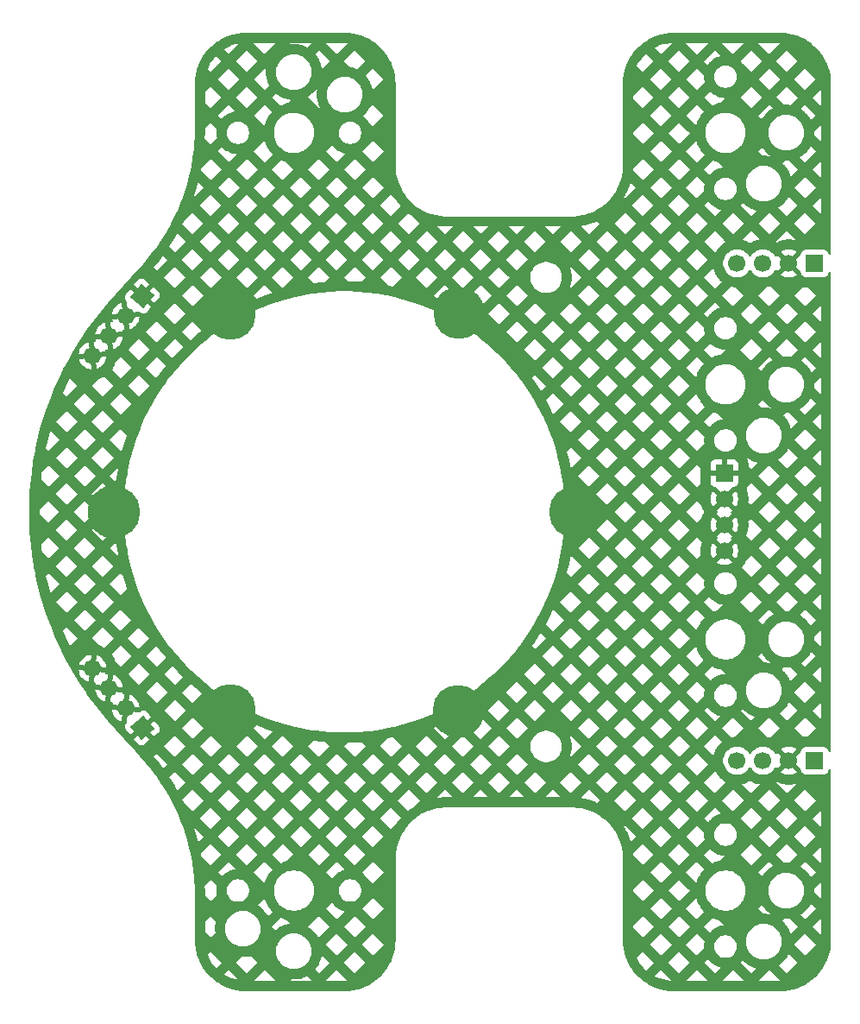
<source format=gbr>
G04 #@! TF.GenerationSoftware,KiCad,Pcbnew,9.0.2*
G04 #@! TF.CreationDate,2025-10-02T21:34:41-04:00*
G04 #@! TF.ProjectId,Trackball,54726163-6b62-4616-9c6c-2e6b69636164,rev?*
G04 #@! TF.SameCoordinates,Original*
G04 #@! TF.FileFunction,Copper,L1,Top*
G04 #@! TF.FilePolarity,Positive*
%FSLAX46Y46*%
G04 Gerber Fmt 4.6, Leading zero omitted, Abs format (unit mm)*
G04 Created by KiCad (PCBNEW 9.0.2) date 2025-10-02 21:34:41*
%MOMM*%
%LPD*%
G01*
G04 APERTURE LIST*
G04 Aperture macros list*
%AMRotRect*
0 Rectangle, with rotation*
0 The origin of the aperture is its center*
0 $1 length*
0 $2 width*
0 $3 Rotation angle, in degrees counterclockwise*
0 Add horizontal line*
21,1,$1,$2,0,0,$3*%
G04 Aperture macros list end*
G04 #@! TA.AperFunction,ComponentPad*
%ADD10C,5.000000*%
G04 #@! TD*
G04 #@! TA.AperFunction,ComponentPad*
%ADD11R,1.700000X1.700000*%
G04 #@! TD*
G04 #@! TA.AperFunction,ComponentPad*
%ADD12C,1.700000*%
G04 #@! TD*
G04 #@! TA.AperFunction,ComponentPad*
%ADD13RotRect,1.700000X1.700000X40.000000*%
G04 #@! TD*
G04 #@! TA.AperFunction,ComponentPad*
%ADD14RotRect,1.700000X1.700000X140.000000*%
G04 #@! TD*
G04 APERTURE END LIST*
D10*
X389200000Y-121050000D03*
X389200000Y-82250000D03*
X411650000Y-82200000D03*
X423000000Y-101600000D03*
X377850000Y-101621446D03*
X411550000Y-121100000D03*
D11*
X446593000Y-126009000D03*
D12*
X444053000Y-126009000D03*
X441513000Y-126009000D03*
X438973000Y-126009000D03*
D11*
X437725000Y-97815000D03*
D12*
X437725000Y-100355000D03*
X437725000Y-102895000D03*
X437725000Y-105435000D03*
D11*
X446593000Y-77241000D03*
D12*
X444053000Y-77241000D03*
X441513000Y-77241000D03*
X438973000Y-77241000D03*
D13*
X380598949Y-122811051D03*
D12*
X378966268Y-120865298D03*
X377333589Y-118919546D03*
X375700907Y-116973792D03*
D14*
X380598949Y-80448949D03*
D12*
X378966268Y-82394702D03*
X377333589Y-84340454D03*
X375700907Y-86286208D03*
G04 #@! TA.AperFunction,Conductor*
G36*
X400477611Y-54650608D02*
G01*
X400880599Y-54667275D01*
X400890946Y-54668132D01*
X401288611Y-54717702D01*
X401298871Y-54719414D01*
X401691076Y-54801650D01*
X401701144Y-54804199D01*
X402085236Y-54918549D01*
X402095069Y-54921925D01*
X402139562Y-54939286D01*
X402468375Y-55067590D01*
X402477912Y-55071773D01*
X402837918Y-55247769D01*
X402847076Y-55252725D01*
X403191313Y-55457845D01*
X403200032Y-55463541D01*
X403526169Y-55696400D01*
X403534363Y-55702776D01*
X403840170Y-55961781D01*
X403847831Y-55968835D01*
X404131164Y-56252168D01*
X404138218Y-56259829D01*
X404397220Y-56565633D01*
X404403602Y-56573833D01*
X404522601Y-56740500D01*
X404636458Y-56899967D01*
X404642154Y-56908686D01*
X404847274Y-57252923D01*
X404852230Y-57262081D01*
X405028226Y-57622087D01*
X405032409Y-57631624D01*
X405178071Y-58004921D01*
X405181453Y-58014771D01*
X405295796Y-58398841D01*
X405298352Y-58408936D01*
X405380584Y-58801124D01*
X405382298Y-58811395D01*
X405431865Y-59209036D01*
X405432725Y-59219415D01*
X405449392Y-59622388D01*
X405449500Y-59627595D01*
X405449500Y-67832859D01*
X405478037Y-68177248D01*
X405483829Y-68247149D01*
X405520414Y-68466391D01*
X405552254Y-68657201D01*
X405552255Y-68657203D01*
X405654301Y-69060176D01*
X405654305Y-69060190D01*
X405789282Y-69453361D01*
X405789294Y-69453390D01*
X405956273Y-69834065D01*
X406154134Y-70199680D01*
X406187974Y-70251475D01*
X406381506Y-70547698D01*
X406630238Y-70867269D01*
X406636846Y-70875759D01*
X406918395Y-71181604D01*
X407224241Y-71463153D01*
X407224240Y-71463153D01*
X407224243Y-71463155D01*
X407224246Y-71463158D01*
X407552302Y-71718494D01*
X407900322Y-71945867D01*
X408114779Y-72061925D01*
X408265934Y-72143726D01*
X408463620Y-72230439D01*
X408646629Y-72310714D01*
X408646638Y-72310717D01*
X409039809Y-72445694D01*
X409039823Y-72445698D01*
X409442796Y-72547744D01*
X409442798Y-72547745D01*
X409442804Y-72547746D01*
X409442808Y-72547747D01*
X409852851Y-72616171D01*
X410267144Y-72650500D01*
X410267150Y-72650500D01*
X422932850Y-72650500D01*
X422932856Y-72650500D01*
X423347149Y-72616171D01*
X423757192Y-72547747D01*
X423757197Y-72547745D01*
X423757201Y-72547745D01*
X423757202Y-72547744D01*
X423952789Y-72498214D01*
X424160176Y-72445698D01*
X424160190Y-72445694D01*
X424349744Y-72380619D01*
X424553371Y-72310714D01*
X424934070Y-72143724D01*
X425299678Y-71945867D01*
X425647698Y-71718494D01*
X425834679Y-71572961D01*
X428672963Y-71572961D01*
X429735039Y-72635037D01*
X430797114Y-71572961D01*
X432208497Y-71572961D01*
X433270573Y-72635037D01*
X434332647Y-71572962D01*
X435744032Y-71572962D01*
X436806106Y-72635036D01*
X437438620Y-72002521D01*
X437409616Y-71997928D01*
X437404748Y-71997058D01*
X437376029Y-71991346D01*
X437371201Y-71990287D01*
X437333083Y-71981138D01*
X437328291Y-71979888D01*
X437300075Y-71971931D01*
X437295338Y-71970494D01*
X437093173Y-71904806D01*
X437088499Y-71903185D01*
X437061018Y-71893047D01*
X437056414Y-71891246D01*
X437020197Y-71876246D01*
X437015659Y-71874261D01*
X436989044Y-71861991D01*
X436984593Y-71859832D01*
X436795197Y-71763330D01*
X436790834Y-71760998D01*
X436765278Y-71746686D01*
X436761014Y-71744186D01*
X436727589Y-71723705D01*
X436723417Y-71721035D01*
X436699048Y-71704752D01*
X436694989Y-71701923D01*
X436523022Y-71576981D01*
X436519079Y-71573996D01*
X436517767Y-71572962D01*
X439279566Y-71572962D01*
X440341640Y-72635036D01*
X440880999Y-72095676D01*
X440755034Y-72061925D01*
X440751064Y-72060791D01*
X440727692Y-72053700D01*
X440723772Y-72052440D01*
X440692840Y-72041940D01*
X440688955Y-72040550D01*
X440666112Y-72031952D01*
X440662280Y-72030438D01*
X440420119Y-71930131D01*
X440416341Y-71928493D01*
X440394131Y-71918431D01*
X440390410Y-71916672D01*
X440361113Y-71902228D01*
X440357438Y-71900340D01*
X440335878Y-71888817D01*
X440332270Y-71886812D01*
X440157787Y-71786074D01*
X443028212Y-71786074D01*
X443877175Y-72635037D01*
X444939250Y-71572961D01*
X446350633Y-71572961D01*
X447201500Y-72423828D01*
X447201500Y-70722095D01*
X446350633Y-71572961D01*
X444939250Y-71572961D01*
X444049034Y-70682746D01*
X444040817Y-70698122D01*
X444038812Y-70701730D01*
X443907735Y-70928761D01*
X443905616Y-70932297D01*
X443892718Y-70953039D01*
X443890480Y-70956509D01*
X443872330Y-70983670D01*
X443869987Y-70987056D01*
X443855772Y-71006893D01*
X443853315Y-71010205D01*
X443693741Y-71218164D01*
X443691178Y-71221394D01*
X443675690Y-71240266D01*
X443673024Y-71243408D01*
X443651488Y-71267966D01*
X443648719Y-71271022D01*
X443632029Y-71288842D01*
X443629160Y-71291805D01*
X443443805Y-71477160D01*
X443440842Y-71480029D01*
X443423022Y-71496719D01*
X443419966Y-71499488D01*
X443395408Y-71521024D01*
X443392266Y-71523690D01*
X443373394Y-71539178D01*
X443370164Y-71541741D01*
X443162205Y-71701315D01*
X443158893Y-71703772D01*
X443139056Y-71717987D01*
X443135670Y-71720330D01*
X443108509Y-71738480D01*
X443105039Y-71740718D01*
X443084297Y-71753616D01*
X443080761Y-71755735D01*
X443028212Y-71786074D01*
X440157787Y-71786074D01*
X440105239Y-71755735D01*
X440101703Y-71753616D01*
X440080961Y-71740718D01*
X440077491Y-71738480D01*
X440050330Y-71720330D01*
X440046944Y-71717987D01*
X440027107Y-71703772D01*
X440023795Y-71701315D01*
X439815836Y-71541741D01*
X439812606Y-71539178D01*
X439793734Y-71523690D01*
X439790592Y-71521024D01*
X439766034Y-71499488D01*
X439762978Y-71496719D01*
X439745158Y-71480029D01*
X439742195Y-71477160D01*
X439558781Y-71293746D01*
X439279566Y-71572962D01*
X436517767Y-71572962D01*
X436496079Y-71555865D01*
X436492253Y-71552726D01*
X436462445Y-71527268D01*
X436458748Y-71523982D01*
X436437225Y-71504087D01*
X436433657Y-71500656D01*
X436283344Y-71350343D01*
X436279913Y-71346775D01*
X436260018Y-71325252D01*
X436256732Y-71321555D01*
X436231274Y-71291747D01*
X436228135Y-71287921D01*
X436210004Y-71264921D01*
X436207019Y-71260978D01*
X436143475Y-71173518D01*
X435744032Y-71572962D01*
X434332647Y-71572962D01*
X434332648Y-71572961D01*
X433270573Y-70510886D01*
X432208497Y-71572961D01*
X430797114Y-71572961D01*
X429735039Y-70510886D01*
X428672963Y-71572961D01*
X425834679Y-71572961D01*
X425975754Y-71463158D01*
X426281604Y-71181604D01*
X426563158Y-70875754D01*
X426647649Y-70767200D01*
X427867202Y-70767200D01*
X427967272Y-70867270D01*
X429029347Y-69805194D01*
X430440730Y-69805194D01*
X431502806Y-70867270D01*
X432564881Y-69805194D01*
X433976264Y-69805194D01*
X435038339Y-70867269D01*
X435751499Y-70154108D01*
X435748700Y-70130461D01*
X435748216Y-70125537D01*
X435745140Y-70086458D01*
X435744848Y-70081520D01*
X435743697Y-70052236D01*
X435743600Y-70047287D01*
X435743600Y-69854318D01*
X436741600Y-69854318D01*
X436741600Y-70027682D01*
X436761624Y-70154108D01*
X436768721Y-70198917D01*
X436799361Y-70293217D01*
X436822292Y-70363791D01*
X436848698Y-70415615D01*
X436901000Y-70518263D01*
X437002900Y-70658516D01*
X437125483Y-70781099D01*
X437125486Y-70781101D01*
X437265740Y-70883002D01*
X437420209Y-70961708D01*
X437585082Y-71015278D01*
X437585083Y-71015278D01*
X437585088Y-71015280D01*
X437756318Y-71042400D01*
X437756321Y-71042400D01*
X437929679Y-71042400D01*
X437929682Y-71042400D01*
X438100912Y-71015280D01*
X438265791Y-70961708D01*
X438420260Y-70883002D01*
X438560514Y-70781101D01*
X438683101Y-70658514D01*
X438785002Y-70518260D01*
X438863708Y-70363791D01*
X438917280Y-70198912D01*
X438944400Y-70027682D01*
X438944400Y-69854318D01*
X438917280Y-69683088D01*
X438863708Y-69518209D01*
X438785002Y-69363740D01*
X438757773Y-69326263D01*
X439842500Y-69326263D01*
X439842500Y-69555736D01*
X439872450Y-69783231D01*
X439887056Y-69837740D01*
X439931842Y-70004887D01*
X440019656Y-70216888D01*
X440019657Y-70216889D01*
X440019662Y-70216900D01*
X440134386Y-70415608D01*
X440134391Y-70415615D01*
X440274073Y-70597652D01*
X440274092Y-70597673D01*
X440436326Y-70759907D01*
X440436347Y-70759926D01*
X440618384Y-70899608D01*
X440618391Y-70899613D01*
X440817099Y-71014337D01*
X440817103Y-71014338D01*
X440817112Y-71014344D01*
X441029113Y-71102158D01*
X441250762Y-71161548D01*
X441250766Y-71161548D01*
X441250768Y-71161549D01*
X441309398Y-71169267D01*
X441478266Y-71191500D01*
X441478273Y-71191500D01*
X441707727Y-71191500D01*
X441707734Y-71191500D01*
X441913345Y-71164430D01*
X441935231Y-71161549D01*
X441935231Y-71161548D01*
X441935238Y-71161548D01*
X442156887Y-71102158D01*
X442368888Y-71014344D01*
X442567612Y-70899611D01*
X442749661Y-70759919D01*
X442911919Y-70597661D01*
X443051611Y-70415612D01*
X443166344Y-70216888D01*
X443254158Y-70004887D01*
X443307665Y-69805194D01*
X444582866Y-69805194D01*
X445644942Y-70867270D01*
X446707017Y-69805194D01*
X445644942Y-68743119D01*
X444582866Y-69805194D01*
X443307665Y-69805194D01*
X443313548Y-69783238D01*
X443343500Y-69555734D01*
X443343500Y-69326266D01*
X443321267Y-69157398D01*
X443313549Y-69098768D01*
X443313548Y-69098766D01*
X443313548Y-69098762D01*
X443254158Y-68877113D01*
X443166344Y-68665112D01*
X443166338Y-68665103D01*
X443166337Y-68665099D01*
X443051613Y-68466391D01*
X443051608Y-68466384D01*
X442911926Y-68284347D01*
X442911907Y-68284326D01*
X442749673Y-68122092D01*
X442749652Y-68122073D01*
X442567615Y-67982391D01*
X442567608Y-67982386D01*
X442368900Y-67867662D01*
X442368892Y-67867658D01*
X442368888Y-67867656D01*
X442156887Y-67779842D01*
X441935238Y-67720452D01*
X441935231Y-67720450D01*
X441707736Y-67690500D01*
X441707734Y-67690500D01*
X441478266Y-67690500D01*
X441478263Y-67690500D01*
X441250768Y-67720450D01*
X441029113Y-67779842D01*
X440901127Y-67832856D01*
X440817110Y-67867657D01*
X440817099Y-67867662D01*
X440618391Y-67982386D01*
X440618384Y-67982391D01*
X440436347Y-68122073D01*
X440436326Y-68122092D01*
X440274092Y-68284326D01*
X440274073Y-68284347D01*
X440134391Y-68466384D01*
X440134386Y-68466391D01*
X440019662Y-68665099D01*
X440019657Y-68665110D01*
X439931842Y-68877113D01*
X439872450Y-69098768D01*
X439842500Y-69326263D01*
X438757773Y-69326263D01*
X438683101Y-69223486D01*
X438683099Y-69223483D01*
X438560516Y-69100900D01*
X438420263Y-68999000D01*
X438420262Y-68998999D01*
X438420260Y-68998998D01*
X438265791Y-68920292D01*
X438265788Y-68920291D01*
X438265786Y-68920290D01*
X438100915Y-68866721D01*
X438100919Y-68866721D01*
X438069041Y-68861672D01*
X437929682Y-68839600D01*
X437756318Y-68839600D01*
X437585088Y-68866720D01*
X437585082Y-68866721D01*
X437420213Y-68920290D01*
X437420207Y-68920293D01*
X437265736Y-68999000D01*
X437125483Y-69100900D01*
X437002900Y-69223483D01*
X436901000Y-69363736D01*
X436822293Y-69518207D01*
X436822290Y-69518213D01*
X436768721Y-69683082D01*
X436768720Y-69683087D01*
X436768720Y-69683088D01*
X436741600Y-69854318D01*
X435743600Y-69854318D01*
X435743600Y-69834713D01*
X435743697Y-69829764D01*
X435744848Y-69800480D01*
X435745140Y-69795542D01*
X435748216Y-69756463D01*
X435748700Y-69751539D01*
X435752143Y-69722451D01*
X435752821Y-69717551D01*
X435786072Y-69507616D01*
X435786942Y-69502748D01*
X435788771Y-69493550D01*
X435038340Y-68743119D01*
X433976264Y-69805194D01*
X432564881Y-69805194D01*
X431502806Y-68743119D01*
X430440730Y-69805194D01*
X429029347Y-69805194D01*
X428516425Y-69292272D01*
X428508741Y-69322619D01*
X428507361Y-69327630D01*
X428497077Y-69362184D01*
X428495485Y-69367154D01*
X428348792Y-69794455D01*
X428347001Y-69799342D01*
X428333898Y-69832925D01*
X428331903Y-69837740D01*
X428150422Y-70251475D01*
X428148231Y-70256202D01*
X428132397Y-70288589D01*
X428130015Y-70293217D01*
X427915018Y-70690498D01*
X427912451Y-70695017D01*
X427894000Y-70725988D01*
X427891235Y-70730417D01*
X427867202Y-70767200D01*
X426647649Y-70767200D01*
X426818494Y-70547698D01*
X427045867Y-70199678D01*
X427243724Y-69834070D01*
X427410714Y-69453371D01*
X427531718Y-69100899D01*
X427545694Y-69060190D01*
X427545698Y-69060176D01*
X427644535Y-68669877D01*
X427647747Y-68657192D01*
X427716171Y-68247149D01*
X427728804Y-68094688D01*
X428730224Y-68094688D01*
X429735039Y-69099503D01*
X430797114Y-68037427D01*
X432208497Y-68037427D01*
X433270573Y-69099503D01*
X434332647Y-68037428D01*
X435744032Y-68037428D01*
X436261619Y-68555015D01*
X436279913Y-68535225D01*
X436283344Y-68531657D01*
X436433657Y-68381344D01*
X436437225Y-68377913D01*
X436458748Y-68358018D01*
X436462445Y-68354732D01*
X436492253Y-68329274D01*
X436496079Y-68326135D01*
X436519079Y-68308004D01*
X436523022Y-68305019D01*
X436694989Y-68180077D01*
X436699048Y-68177248D01*
X436723417Y-68160965D01*
X436727589Y-68158295D01*
X436761014Y-68137814D01*
X436765278Y-68135314D01*
X436790834Y-68121002D01*
X436795197Y-68118670D01*
X436984593Y-68022168D01*
X436989044Y-68020009D01*
X437015659Y-68007739D01*
X437020197Y-68005754D01*
X437056414Y-67990754D01*
X437061018Y-67988953D01*
X437088499Y-67978815D01*
X437093173Y-67977194D01*
X437295338Y-67911506D01*
X437300075Y-67910069D01*
X437328291Y-67902112D01*
X437333083Y-67900862D01*
X437371201Y-67891713D01*
X437376029Y-67890654D01*
X437404748Y-67884942D01*
X437409616Y-67884072D01*
X437619551Y-67850821D01*
X437624451Y-67850143D01*
X437653539Y-67846700D01*
X437658463Y-67846216D01*
X437675620Y-67844865D01*
X437237536Y-67406781D01*
X443445746Y-67406781D01*
X443629160Y-67590195D01*
X443632029Y-67593158D01*
X443648719Y-67610978D01*
X443651488Y-67614034D01*
X443673024Y-67638592D01*
X443675690Y-67641734D01*
X443691178Y-67660606D01*
X443693741Y-67663836D01*
X443853315Y-67871795D01*
X443855772Y-67875107D01*
X443869987Y-67894944D01*
X443872330Y-67898330D01*
X443890480Y-67925491D01*
X443892718Y-67928961D01*
X443905616Y-67949703D01*
X443907735Y-67953239D01*
X444038812Y-68180270D01*
X444040817Y-68183878D01*
X444052340Y-68205438D01*
X444054228Y-68209113D01*
X444068672Y-68238410D01*
X444070431Y-68242131D01*
X444080493Y-68264341D01*
X444082131Y-68268119D01*
X444182438Y-68510280D01*
X444183952Y-68514112D01*
X444192550Y-68536955D01*
X444193940Y-68540840D01*
X444204440Y-68571772D01*
X444205700Y-68575692D01*
X444212791Y-68599064D01*
X444213925Y-68603034D01*
X444247676Y-68728999D01*
X444939249Y-68037427D01*
X446350633Y-68037427D01*
X447201500Y-68888294D01*
X447201500Y-67186561D01*
X446350633Y-68037427D01*
X444939249Y-68037427D01*
X444077573Y-67175751D01*
X444021816Y-67183092D01*
X444017725Y-67183563D01*
X443993448Y-67185955D01*
X443989340Y-67186292D01*
X443956746Y-67188430D01*
X443952624Y-67188632D01*
X443928202Y-67189432D01*
X443924077Y-67189500D01*
X443663027Y-67189500D01*
X443445746Y-67406781D01*
X437237536Y-67406781D01*
X437154903Y-67324148D01*
X436935936Y-67265476D01*
X436931969Y-67264343D01*
X436908598Y-67257253D01*
X436904675Y-67255992D01*
X436873743Y-67245492D01*
X436869857Y-67244102D01*
X436847015Y-67235504D01*
X436843184Y-67233990D01*
X436634082Y-67147377D01*
X435744032Y-68037428D01*
X434332647Y-68037428D01*
X434332648Y-68037427D01*
X433270573Y-66975352D01*
X432208497Y-68037427D01*
X430797114Y-68037427D01*
X429735039Y-66975352D01*
X428740571Y-67969819D01*
X428730224Y-68094688D01*
X427728804Y-68094688D01*
X427750500Y-67832856D01*
X427750500Y-67625000D01*
X427750500Y-67616715D01*
X427750500Y-66269660D01*
X430440730Y-66269660D01*
X431502806Y-67331736D01*
X432564881Y-66269660D01*
X433976264Y-66269660D01*
X435038340Y-67331736D01*
X435536809Y-66833266D01*
X445146472Y-66833266D01*
X445644942Y-67331736D01*
X446707016Y-66269661D01*
X446202309Y-65764953D01*
X446107735Y-65928761D01*
X446105616Y-65932297D01*
X446092718Y-65953039D01*
X446090480Y-65956509D01*
X446072330Y-65983670D01*
X446069987Y-65987056D01*
X446055772Y-66006893D01*
X446053315Y-66010205D01*
X445893741Y-66218164D01*
X445891178Y-66221394D01*
X445875690Y-66240266D01*
X445873024Y-66243408D01*
X445851488Y-66267966D01*
X445848719Y-66271022D01*
X445832029Y-66288842D01*
X445829160Y-66291805D01*
X445643805Y-66477160D01*
X445640842Y-66480029D01*
X445623022Y-66496719D01*
X445619966Y-66499488D01*
X445595408Y-66521024D01*
X445592266Y-66523690D01*
X445573394Y-66539178D01*
X445570164Y-66541741D01*
X445362205Y-66701315D01*
X445358893Y-66703772D01*
X445339056Y-66717987D01*
X445335670Y-66720330D01*
X445308509Y-66738480D01*
X445305039Y-66740718D01*
X445284297Y-66753616D01*
X445280761Y-66755735D01*
X445146472Y-66833266D01*
X435536809Y-66833266D01*
X435790881Y-66579194D01*
X435645214Y-66433527D01*
X435642344Y-66430562D01*
X435625634Y-66412720D01*
X435622860Y-66409660D01*
X435601325Y-66385100D01*
X435598660Y-66381957D01*
X435583193Y-66363108D01*
X435580635Y-66359886D01*
X435403942Y-66129618D01*
X435401483Y-66126302D01*
X435387246Y-66106433D01*
X435384898Y-66103040D01*
X435366751Y-66075878D01*
X435364516Y-66072411D01*
X435351639Y-66051700D01*
X435349524Y-66048171D01*
X435204397Y-65796805D01*
X435202393Y-65793199D01*
X435190869Y-65771638D01*
X435188980Y-65767961D01*
X435174536Y-65738664D01*
X435172777Y-65734943D01*
X435162715Y-65712733D01*
X435161077Y-65708955D01*
X435050010Y-65440816D01*
X435048496Y-65436985D01*
X435039898Y-65414143D01*
X435038508Y-65410257D01*
X435028008Y-65379325D01*
X435026747Y-65375402D01*
X435019657Y-65352031D01*
X435018524Y-65348065D01*
X434993024Y-65252900D01*
X433976264Y-66269660D01*
X432564881Y-66269660D01*
X431502806Y-65207585D01*
X430440730Y-66269660D01*
X427750500Y-66269660D01*
X427750500Y-64426357D01*
X428748500Y-64426357D01*
X428748500Y-64577430D01*
X429735039Y-65563969D01*
X430797114Y-64501893D01*
X432208497Y-64501893D01*
X433270573Y-65563969D01*
X434332648Y-64501893D01*
X434142959Y-64312204D01*
X435878000Y-64312204D01*
X435878000Y-64569795D01*
X435911620Y-64825167D01*
X435911621Y-64825173D01*
X435911622Y-64825175D01*
X435978290Y-65073984D01*
X436076864Y-65311962D01*
X436076865Y-65311963D01*
X436076870Y-65311974D01*
X436205659Y-65535043D01*
X436362460Y-65739388D01*
X436362479Y-65739409D01*
X436544590Y-65921520D01*
X436544600Y-65921529D01*
X436544606Y-65921535D01*
X436544609Y-65921537D01*
X436544611Y-65921539D01*
X436748956Y-66078340D01*
X436972025Y-66207129D01*
X436972029Y-66207130D01*
X436972038Y-66207136D01*
X437210016Y-66305710D01*
X437458825Y-66372378D01*
X437458831Y-66372378D01*
X437458832Y-66372379D01*
X437488134Y-66376236D01*
X437714207Y-66406000D01*
X437714214Y-66406000D01*
X437971786Y-66406000D01*
X437971793Y-66406000D01*
X438227175Y-66372378D01*
X438475984Y-66305710D01*
X438563014Y-66269661D01*
X441047333Y-66269661D01*
X441470172Y-66692500D01*
X441724077Y-66692500D01*
X441728202Y-66692568D01*
X441752624Y-66693368D01*
X441756746Y-66693570D01*
X441789340Y-66695708D01*
X441793448Y-66696045D01*
X441817725Y-66698437D01*
X441821816Y-66698908D01*
X442081708Y-66733123D01*
X442085794Y-66733729D01*
X442109910Y-66737712D01*
X442113965Y-66738450D01*
X442146001Y-66744824D01*
X442150032Y-66745695D01*
X442173782Y-66751234D01*
X442177775Y-66752234D01*
X442404305Y-66812931D01*
X442305239Y-66755735D01*
X442301703Y-66753616D01*
X442280961Y-66740718D01*
X442277491Y-66738480D01*
X442250330Y-66720330D01*
X442246944Y-66717987D01*
X442227107Y-66703772D01*
X442223795Y-66701315D01*
X442015836Y-66541741D01*
X442012606Y-66539178D01*
X441993734Y-66523690D01*
X441990592Y-66521024D01*
X441966034Y-66499488D01*
X441962978Y-66496719D01*
X441945158Y-66480029D01*
X441942195Y-66477160D01*
X441756840Y-66291805D01*
X441753971Y-66288842D01*
X441737281Y-66271022D01*
X441734512Y-66267966D01*
X441712976Y-66243408D01*
X441710310Y-66240266D01*
X441694822Y-66221394D01*
X441692259Y-66218164D01*
X441532685Y-66010205D01*
X441530228Y-66006893D01*
X441516013Y-65987056D01*
X441513670Y-65983670D01*
X441495520Y-65956509D01*
X441493282Y-65953039D01*
X441480384Y-65932297D01*
X441478265Y-65928761D01*
X441445310Y-65871682D01*
X441047333Y-66269661D01*
X438563014Y-66269661D01*
X438713962Y-66207136D01*
X438937038Y-66078343D01*
X438937038Y-66078342D01*
X438937043Y-66078340D01*
X439100337Y-65953039D01*
X439141394Y-65921535D01*
X439323535Y-65739394D01*
X439400041Y-65639689D01*
X439480340Y-65535043D01*
X439522680Y-65461709D01*
X439609136Y-65311962D01*
X439707710Y-65073984D01*
X439774378Y-64825175D01*
X439808000Y-64569793D01*
X439808000Y-64326263D01*
X442042500Y-64326263D01*
X442042500Y-64555736D01*
X442072450Y-64783231D01*
X442072452Y-64783238D01*
X442131842Y-65004887D01*
X442219656Y-65216888D01*
X442219657Y-65216889D01*
X442219662Y-65216900D01*
X442334386Y-65415608D01*
X442334391Y-65415615D01*
X442474073Y-65597652D01*
X442474092Y-65597673D01*
X442636326Y-65759907D01*
X442636347Y-65759926D01*
X442818384Y-65899608D01*
X442818391Y-65899613D01*
X443017099Y-66014337D01*
X443017103Y-66014338D01*
X443017112Y-66014344D01*
X443229113Y-66102158D01*
X443450762Y-66161548D01*
X443450766Y-66161548D01*
X443450768Y-66161549D01*
X443509398Y-66169267D01*
X443678266Y-66191500D01*
X443678273Y-66191500D01*
X443907727Y-66191500D01*
X443907734Y-66191500D01*
X444113345Y-66164430D01*
X444135231Y-66161549D01*
X444135231Y-66161548D01*
X444135238Y-66161548D01*
X444356887Y-66102158D01*
X444568888Y-66014344D01*
X444767612Y-65899611D01*
X444949661Y-65759919D01*
X445111919Y-65597661D01*
X445251611Y-65415612D01*
X445366344Y-65216888D01*
X445454158Y-65004887D01*
X445513548Y-64783238D01*
X445526557Y-64684428D01*
X446533168Y-64684428D01*
X447201500Y-65352760D01*
X447201500Y-63651027D01*
X446541500Y-64311027D01*
X446541500Y-64572077D01*
X446541432Y-64576202D01*
X446540632Y-64600624D01*
X446540430Y-64604746D01*
X446538292Y-64637340D01*
X446537955Y-64641448D01*
X446535563Y-64665725D01*
X446535092Y-64669816D01*
X446533168Y-64684428D01*
X445526557Y-64684428D01*
X445543500Y-64555734D01*
X445543500Y-64326266D01*
X445513548Y-64098762D01*
X445454158Y-63877113D01*
X445366344Y-63665112D01*
X445366338Y-63665103D01*
X445366337Y-63665099D01*
X445251613Y-63466391D01*
X445251608Y-63466384D01*
X445111926Y-63284347D01*
X445111907Y-63284326D01*
X444949673Y-63122092D01*
X444949652Y-63122073D01*
X444767615Y-62982391D01*
X444767608Y-62982386D01*
X444568900Y-62867662D01*
X444568892Y-62867658D01*
X444568888Y-62867656D01*
X444356887Y-62779842D01*
X444135238Y-62720452D01*
X444135231Y-62720450D01*
X443907736Y-62690500D01*
X443907734Y-62690500D01*
X443678266Y-62690500D01*
X443678263Y-62690500D01*
X443450768Y-62720450D01*
X443252073Y-62773690D01*
X443229113Y-62779842D01*
X443048314Y-62854732D01*
X443017110Y-62867657D01*
X443017099Y-62867662D01*
X442818391Y-62982386D01*
X442818384Y-62982391D01*
X442636347Y-63122073D01*
X442636326Y-63122092D01*
X442474092Y-63284326D01*
X442474073Y-63284347D01*
X442334391Y-63466384D01*
X442334386Y-63466391D01*
X442219662Y-63665099D01*
X442219657Y-63665110D01*
X442131842Y-63877113D01*
X442072450Y-64098768D01*
X442042500Y-64326263D01*
X439808000Y-64326263D01*
X439808000Y-64312207D01*
X439774378Y-64056825D01*
X439707710Y-63808016D01*
X439609136Y-63570038D01*
X439609130Y-63570029D01*
X439609129Y-63570025D01*
X439480340Y-63346956D01*
X439323539Y-63142611D01*
X439323537Y-63142609D01*
X439323535Y-63142606D01*
X439323529Y-63142600D01*
X439323520Y-63142590D01*
X439141409Y-62960479D01*
X439141388Y-62960460D01*
X438937043Y-62803659D01*
X438816610Y-62734127D01*
X441047333Y-62734127D01*
X441400733Y-63087527D01*
X441478265Y-62953239D01*
X441480384Y-62949703D01*
X441493282Y-62928961D01*
X441495520Y-62925491D01*
X441513670Y-62898330D01*
X441516013Y-62894944D01*
X441530228Y-62875107D01*
X441532685Y-62871795D01*
X441692259Y-62663836D01*
X441694822Y-62660606D01*
X441710310Y-62641734D01*
X441712976Y-62638592D01*
X441734512Y-62614034D01*
X441737281Y-62610978D01*
X441753971Y-62593158D01*
X441756840Y-62590195D01*
X441942195Y-62404840D01*
X441945158Y-62401971D01*
X441962978Y-62385281D01*
X441966034Y-62382512D01*
X441990592Y-62360976D01*
X441993734Y-62358310D01*
X442012606Y-62342822D01*
X442015836Y-62340259D01*
X442223795Y-62180685D01*
X442227107Y-62178228D01*
X442246944Y-62164013D01*
X442250330Y-62161670D01*
X442277491Y-62143520D01*
X442280961Y-62141282D01*
X442301703Y-62128384D01*
X442305239Y-62126265D01*
X442362318Y-62093310D01*
X445223683Y-62093310D01*
X445280762Y-62126265D01*
X445284297Y-62128384D01*
X445305039Y-62141282D01*
X445308509Y-62143520D01*
X445335670Y-62161670D01*
X445339056Y-62164013D01*
X445358893Y-62178228D01*
X445362205Y-62180685D01*
X445570164Y-62340259D01*
X445573394Y-62342822D01*
X445592266Y-62358310D01*
X445595408Y-62360976D01*
X445619966Y-62382512D01*
X445623022Y-62385281D01*
X445640842Y-62401971D01*
X445643805Y-62404840D01*
X445829160Y-62590195D01*
X445832029Y-62593158D01*
X445848719Y-62610978D01*
X445851488Y-62614034D01*
X445873024Y-62638592D01*
X445875690Y-62641734D01*
X445891178Y-62660606D01*
X445893741Y-62663836D01*
X446053315Y-62871795D01*
X446055772Y-62875107D01*
X446069987Y-62894944D01*
X446072330Y-62898330D01*
X446090480Y-62925491D01*
X446092718Y-62928961D01*
X446105616Y-62949703D01*
X446107735Y-62953239D01*
X446238812Y-63180270D01*
X446240817Y-63183878D01*
X446246545Y-63194596D01*
X446707016Y-62734126D01*
X445644942Y-61672052D01*
X445223683Y-62093310D01*
X442362318Y-62093310D01*
X442469046Y-62031690D01*
X442109408Y-61672052D01*
X441047333Y-62734127D01*
X438816610Y-62734127D01*
X438713974Y-62674870D01*
X438713966Y-62674866D01*
X438713962Y-62674864D01*
X438475984Y-62576290D01*
X438227175Y-62509622D01*
X438227173Y-62509621D01*
X438227167Y-62509620D01*
X437971795Y-62476000D01*
X437971793Y-62476000D01*
X437714207Y-62476000D01*
X437714204Y-62476000D01*
X437458832Y-62509620D01*
X437349774Y-62538842D01*
X437210016Y-62576290D01*
X437061485Y-62637814D01*
X436972036Y-62674865D01*
X436972025Y-62674870D01*
X436748956Y-62803659D01*
X436544611Y-62960460D01*
X436544590Y-62960479D01*
X436362479Y-63142590D01*
X436362460Y-63142611D01*
X436205659Y-63346956D01*
X436076870Y-63570025D01*
X436076865Y-63570036D01*
X435978290Y-63808016D01*
X435911620Y-64056832D01*
X435878000Y-64312204D01*
X434142959Y-64312204D01*
X433270573Y-63439818D01*
X432208497Y-64501893D01*
X430797114Y-64501893D01*
X429735039Y-63439818D01*
X428748500Y-64426357D01*
X427750500Y-64426357D01*
X427750500Y-62734127D01*
X430440731Y-62734127D01*
X431502806Y-63796202D01*
X432564881Y-62734127D01*
X433976265Y-62734127D01*
X434967288Y-63725150D01*
X435018524Y-63533936D01*
X435019657Y-63529969D01*
X435026747Y-63506598D01*
X435028008Y-63502675D01*
X435038508Y-63471743D01*
X435039898Y-63467857D01*
X435048496Y-63445015D01*
X435050010Y-63441184D01*
X435161077Y-63173045D01*
X435162715Y-63169267D01*
X435172777Y-63147057D01*
X435174536Y-63143336D01*
X435188980Y-63114039D01*
X435190869Y-63110362D01*
X435202393Y-63088801D01*
X435204397Y-63085195D01*
X435349524Y-62833829D01*
X435351639Y-62830300D01*
X435364516Y-62809589D01*
X435366751Y-62806122D01*
X435384898Y-62778960D01*
X435387246Y-62775567D01*
X435401483Y-62755698D01*
X435403942Y-62752382D01*
X435580635Y-62522114D01*
X435583193Y-62518892D01*
X435598660Y-62500043D01*
X435601325Y-62496900D01*
X435622860Y-62472340D01*
X435625634Y-62469280D01*
X435642344Y-62451438D01*
X435645213Y-62448473D01*
X435729986Y-62363698D01*
X435038340Y-61672052D01*
X433976265Y-62734127D01*
X432564881Y-62734127D01*
X431502806Y-61672051D01*
X430440731Y-62734127D01*
X427750500Y-62734127D01*
X427750500Y-60890824D01*
X428748500Y-60890824D01*
X428748500Y-61041896D01*
X429735039Y-62028435D01*
X430797114Y-60966360D01*
X432208498Y-60966360D01*
X433270573Y-62028435D01*
X434332648Y-60966360D01*
X435744032Y-60966360D01*
X436548644Y-61770972D01*
X436549057Y-61770777D01*
X436571267Y-61760715D01*
X436575045Y-61759077D01*
X436843184Y-61648010D01*
X436847015Y-61646496D01*
X436869857Y-61637898D01*
X436873743Y-61636508D01*
X436904675Y-61626008D01*
X436908598Y-61624747D01*
X436931969Y-61617657D01*
X436935936Y-61616524D01*
X437216287Y-61541404D01*
X437220281Y-61540404D01*
X437244032Y-61534865D01*
X437248059Y-61533995D01*
X437280096Y-61527620D01*
X437284158Y-61526880D01*
X437308273Y-61522898D01*
X437312229Y-61522311D01*
X437794142Y-61040400D01*
X437736713Y-61040400D01*
X437731764Y-61040303D01*
X437702480Y-61039152D01*
X437697542Y-61038860D01*
X437658463Y-61035784D01*
X437653539Y-61035300D01*
X437624451Y-61031857D01*
X437619551Y-61031179D01*
X437409616Y-60997928D01*
X437404748Y-60997058D01*
X437376029Y-60991346D01*
X437371201Y-60990287D01*
X437333083Y-60981138D01*
X437328291Y-60979888D01*
X437300075Y-60971931D01*
X437295338Y-60970494D01*
X437282615Y-60966360D01*
X439279566Y-60966360D01*
X440341641Y-62028435D01*
X441403716Y-60966360D01*
X442815100Y-60966360D01*
X443549571Y-61700831D01*
X443564186Y-61698908D01*
X443568275Y-61698437D01*
X443592552Y-61696045D01*
X443596660Y-61695708D01*
X443629254Y-61693570D01*
X443633376Y-61693368D01*
X443657798Y-61692568D01*
X443661923Y-61692500D01*
X443924077Y-61692500D01*
X443928202Y-61692568D01*
X443952624Y-61693368D01*
X443956746Y-61693570D01*
X443989340Y-61695708D01*
X443993448Y-61696045D01*
X444017725Y-61698437D01*
X444021816Y-61698908D01*
X444185192Y-61720415D01*
X444939248Y-60966360D01*
X446350634Y-60966360D01*
X447201500Y-61817226D01*
X447201500Y-60115494D01*
X446350634Y-60966360D01*
X444939248Y-60966360D01*
X444939249Y-60966359D01*
X443877175Y-59904285D01*
X442815100Y-60966360D01*
X441403716Y-60966360D01*
X440341641Y-59904285D01*
X439279566Y-60966360D01*
X437282615Y-60966360D01*
X437093173Y-60904806D01*
X437088499Y-60903185D01*
X437061018Y-60893047D01*
X437056414Y-60891246D01*
X437020197Y-60876246D01*
X437015659Y-60874261D01*
X436989044Y-60861991D01*
X436984593Y-60859832D01*
X436795197Y-60763330D01*
X436790834Y-60760998D01*
X436765278Y-60746686D01*
X436761014Y-60744186D01*
X436727589Y-60723705D01*
X436723417Y-60721035D01*
X436699048Y-60704752D01*
X436694989Y-60701923D01*
X436523022Y-60576981D01*
X436519079Y-60573996D01*
X436496079Y-60555865D01*
X436492253Y-60552726D01*
X436462445Y-60527268D01*
X436458748Y-60523982D01*
X436437225Y-60504087D01*
X436433657Y-60500656D01*
X436321696Y-60388695D01*
X435744032Y-60966360D01*
X434332648Y-60966360D01*
X433270573Y-59904284D01*
X432208498Y-60966360D01*
X430797114Y-60966360D01*
X429735039Y-59904284D01*
X428748500Y-60890824D01*
X427750500Y-60890824D01*
X427750500Y-59627595D01*
X427750608Y-59622388D01*
X427754249Y-59534347D01*
X427767275Y-59219398D01*
X427768132Y-59209055D01*
X427769436Y-59198593D01*
X430440731Y-59198593D01*
X431502806Y-60260668D01*
X432564881Y-59198593D01*
X433976265Y-59198593D01*
X435038340Y-60260668D01*
X435812770Y-59486237D01*
X435812069Y-59483925D01*
X435804112Y-59455709D01*
X435802862Y-59450917D01*
X435793713Y-59412799D01*
X435792654Y-59407971D01*
X435786942Y-59379252D01*
X435786072Y-59374384D01*
X435752821Y-59164449D01*
X435752143Y-59159549D01*
X435748700Y-59130461D01*
X435748216Y-59125537D01*
X435745140Y-59086458D01*
X435744848Y-59081520D01*
X435743697Y-59052236D01*
X435743600Y-59047287D01*
X435743600Y-58854318D01*
X436741600Y-58854318D01*
X436741600Y-59027682D01*
X436768720Y-59198912D01*
X436768721Y-59198917D01*
X436821134Y-59360228D01*
X436822292Y-59363791D01*
X436900998Y-59518260D01*
X436901000Y-59518263D01*
X437002900Y-59658516D01*
X437125483Y-59781099D01*
X437186860Y-59825692D01*
X437265740Y-59883002D01*
X437420209Y-59961708D01*
X437585082Y-60015278D01*
X437585083Y-60015278D01*
X437585088Y-60015280D01*
X437756318Y-60042400D01*
X437756321Y-60042400D01*
X437929679Y-60042400D01*
X437929682Y-60042400D01*
X438100912Y-60015280D01*
X438265791Y-59961708D01*
X438420260Y-59883002D01*
X438560514Y-59781101D01*
X438683101Y-59658514D01*
X438785002Y-59518260D01*
X438863708Y-59363791D01*
X438917280Y-59198912D01*
X438917331Y-59198593D01*
X441047333Y-59198593D01*
X442109408Y-60260668D01*
X443171483Y-59198593D01*
X444582867Y-59198593D01*
X445644942Y-60260668D01*
X446707017Y-59198593D01*
X445644942Y-58136518D01*
X444582867Y-59198593D01*
X443171483Y-59198593D01*
X442109408Y-58136518D01*
X441047333Y-59198593D01*
X438917331Y-59198593D01*
X438944400Y-59027682D01*
X438944400Y-58854318D01*
X438917280Y-58683088D01*
X438863708Y-58518209D01*
X438785002Y-58363740D01*
X438683101Y-58223486D01*
X438683099Y-58223483D01*
X438560516Y-58100900D01*
X438420263Y-57999000D01*
X438420262Y-57998999D01*
X438420260Y-57998998D01*
X438265791Y-57920292D01*
X438265788Y-57920291D01*
X438265786Y-57920290D01*
X438100915Y-57866721D01*
X438100919Y-57866721D01*
X438069041Y-57861672D01*
X437929682Y-57839600D01*
X437756318Y-57839600D01*
X437585088Y-57866720D01*
X437585082Y-57866721D01*
X437420213Y-57920290D01*
X437420207Y-57920293D01*
X437265736Y-57999000D01*
X437125483Y-58100900D01*
X437002900Y-58223483D01*
X436901000Y-58363736D01*
X436822293Y-58518207D01*
X436822290Y-58518213D01*
X436768721Y-58683082D01*
X436768720Y-58683087D01*
X436768720Y-58683088D01*
X436741600Y-58854318D01*
X435743600Y-58854318D01*
X435743600Y-58841778D01*
X435038340Y-58136518D01*
X433976265Y-59198593D01*
X432564881Y-59198593D01*
X431502806Y-58136517D01*
X430440731Y-59198593D01*
X427769436Y-59198593D01*
X427817702Y-58811384D01*
X427819415Y-58801124D01*
X427901651Y-58408917D01*
X427904197Y-58398860D01*
X428018551Y-58014755D01*
X428021922Y-58004937D01*
X428061652Y-57903119D01*
X429145257Y-57903119D01*
X429735039Y-58492901D01*
X430797113Y-57430826D01*
X432208498Y-57430826D01*
X433270573Y-58492901D01*
X434332648Y-57430826D01*
X435744032Y-57430826D01*
X436092226Y-57779020D01*
X436207019Y-57621022D01*
X436210004Y-57617079D01*
X436228135Y-57594079D01*
X436231274Y-57590253D01*
X436256732Y-57560445D01*
X436260018Y-57556748D01*
X436279913Y-57535225D01*
X436283344Y-57531657D01*
X436395305Y-57419696D01*
X439290695Y-57419696D01*
X439402656Y-57531657D01*
X439406087Y-57535225D01*
X439425982Y-57556748D01*
X439429268Y-57560445D01*
X439454726Y-57590253D01*
X439457865Y-57594079D01*
X439475996Y-57617079D01*
X439478981Y-57621022D01*
X439503474Y-57654734D01*
X440341641Y-58492901D01*
X441403716Y-57430826D01*
X442815100Y-57430826D01*
X443877175Y-58492901D01*
X444939250Y-57430826D01*
X443877175Y-56368751D01*
X442815100Y-57430826D01*
X441403716Y-57430826D01*
X440341640Y-56368750D01*
X439290695Y-57419696D01*
X436395305Y-57419696D01*
X436433657Y-57381344D01*
X436437225Y-57377913D01*
X436458748Y-57358018D01*
X436462445Y-57354732D01*
X436492253Y-57329274D01*
X436496079Y-57326135D01*
X436519079Y-57308004D01*
X436523022Y-57305019D01*
X436694989Y-57180077D01*
X436699048Y-57177248D01*
X436723417Y-57160965D01*
X436727589Y-57158295D01*
X436761014Y-57137814D01*
X436765278Y-57135314D01*
X436790834Y-57121002D01*
X436795197Y-57118670D01*
X436984593Y-57022168D01*
X436989044Y-57020009D01*
X437015659Y-57007739D01*
X437020197Y-57005754D01*
X437056414Y-56990754D01*
X437061018Y-56988953D01*
X437088499Y-56978815D01*
X437093173Y-56977194D01*
X437295338Y-56911506D01*
X437300075Y-56910069D01*
X437328291Y-56902112D01*
X437333083Y-56900862D01*
X437337223Y-56899868D01*
X436806106Y-56368751D01*
X435744032Y-57430826D01*
X434332648Y-57430826D01*
X433270573Y-56368750D01*
X432208498Y-57430826D01*
X430797113Y-57430826D01*
X430797114Y-57430825D01*
X430050744Y-56684455D01*
X430032356Y-56700029D01*
X429800035Y-56932350D01*
X429587652Y-57183109D01*
X429396715Y-57450534D01*
X429228521Y-57732800D01*
X429145257Y-57903119D01*
X428061652Y-57903119D01*
X428167593Y-57631615D01*
X428171773Y-57622087D01*
X428172294Y-57621022D01*
X428347775Y-57262069D01*
X428352718Y-57252935D01*
X428557850Y-56908677D01*
X428563534Y-56899976D01*
X428796408Y-56573818D01*
X428802767Y-56565647D01*
X429061793Y-56259815D01*
X429068823Y-56252180D01*
X429216580Y-56104423D01*
X430882095Y-56104423D01*
X431502806Y-56725134D01*
X432564880Y-55663059D01*
X433976265Y-55663059D01*
X435038340Y-56725134D01*
X436100414Y-55663059D01*
X437511799Y-55663059D01*
X438573874Y-56725134D01*
X439635949Y-55663059D01*
X441047333Y-55663059D01*
X442109408Y-56725134D01*
X443171483Y-55663059D01*
X443156924Y-55648500D01*
X441061892Y-55648500D01*
X441047333Y-55663059D01*
X439635949Y-55663059D01*
X439621390Y-55648500D01*
X437526358Y-55648500D01*
X437511799Y-55663059D01*
X436100414Y-55663059D01*
X436100415Y-55663058D01*
X436085857Y-55648500D01*
X433990824Y-55648500D01*
X433976265Y-55663059D01*
X432564880Y-55663059D01*
X432564881Y-55663058D01*
X432558077Y-55656254D01*
X432396692Y-55662929D01*
X432070626Y-55703575D01*
X431749048Y-55771001D01*
X431434091Y-55864768D01*
X431128009Y-55984203D01*
X430882095Y-56104423D01*
X429216580Y-56104423D01*
X429352180Y-55968823D01*
X429359815Y-55961793D01*
X429665647Y-55702767D01*
X429673818Y-55696408D01*
X429999976Y-55463534D01*
X430008677Y-55457850D01*
X430352935Y-55252718D01*
X430362069Y-55247775D01*
X430722095Y-55071769D01*
X430731615Y-55067593D01*
X431104937Y-54921922D01*
X431114755Y-54918551D01*
X431498860Y-54804197D01*
X431508917Y-54801651D01*
X431901132Y-54719413D01*
X431911384Y-54717702D01*
X432309055Y-54668132D01*
X432319398Y-54667275D01*
X432722389Y-54650608D01*
X432727596Y-54650500D01*
X432733285Y-54650500D01*
X443216715Y-54650500D01*
X443222404Y-54650500D01*
X443227611Y-54650608D01*
X443630599Y-54667275D01*
X443640946Y-54668132D01*
X444038611Y-54717702D01*
X444048871Y-54719414D01*
X444441076Y-54801650D01*
X444451144Y-54804199D01*
X444835236Y-54918549D01*
X444845069Y-54921925D01*
X444889562Y-54939286D01*
X445218375Y-55067590D01*
X445227912Y-55071773D01*
X445587918Y-55247769D01*
X445597076Y-55252725D01*
X445941313Y-55457845D01*
X445950032Y-55463541D01*
X446276169Y-55696400D01*
X446284363Y-55702776D01*
X446590170Y-55961781D01*
X446597831Y-55968835D01*
X446881164Y-56252168D01*
X446888218Y-56259829D01*
X447147220Y-56565633D01*
X447153602Y-56573833D01*
X447272601Y-56740500D01*
X447386458Y-56899967D01*
X447392154Y-56908686D01*
X447597274Y-57252923D01*
X447602230Y-57262081D01*
X447778226Y-57622087D01*
X447782409Y-57631624D01*
X447928071Y-58004921D01*
X447931453Y-58014771D01*
X448045796Y-58398841D01*
X448048352Y-58408936D01*
X448130584Y-58801124D01*
X448132298Y-58811395D01*
X448181865Y-59209036D01*
X448182725Y-59219415D01*
X448199392Y-59622388D01*
X448199500Y-59627595D01*
X448199500Y-76298398D01*
X448179498Y-76366519D01*
X448125842Y-76413012D01*
X448055568Y-76423116D01*
X447990988Y-76393622D01*
X447952604Y-76333896D01*
X447948222Y-76311866D01*
X447944990Y-76281803D01*
X447944988Y-76281795D01*
X447915924Y-76203875D01*
X447893889Y-76144796D01*
X447893888Y-76144794D01*
X447893887Y-76144792D01*
X447806261Y-76027738D01*
X447689207Y-75940112D01*
X447689202Y-75940110D01*
X447552204Y-75889011D01*
X447552196Y-75889009D01*
X447491649Y-75882500D01*
X447491638Y-75882500D01*
X445694362Y-75882500D01*
X445694350Y-75882500D01*
X445633803Y-75889009D01*
X445633795Y-75889011D01*
X445496797Y-75940110D01*
X445496792Y-75940112D01*
X445379738Y-76027738D01*
X445292112Y-76144792D01*
X445292110Y-76144797D01*
X445241011Y-76281795D01*
X445241009Y-76281803D01*
X445234500Y-76342350D01*
X445234500Y-76366518D01*
X445214498Y-76434639D01*
X445197596Y-76455613D01*
X444537157Y-77116051D01*
X444518925Y-77048007D01*
X444453099Y-76933993D01*
X444360007Y-76840901D01*
X444245993Y-76775075D01*
X444177947Y-76756841D01*
X444817168Y-76117621D01*
X444817167Y-76117620D01*
X444764750Y-76079536D01*
X444764748Y-76079535D01*
X444574292Y-75982493D01*
X444574286Y-75982490D01*
X444371003Y-75916440D01*
X444159874Y-75883000D01*
X443946126Y-75883000D01*
X443734996Y-75916440D01*
X443531713Y-75982490D01*
X443531707Y-75982493D01*
X443341253Y-76079534D01*
X443288831Y-76117621D01*
X443288831Y-76117622D01*
X443928051Y-76756842D01*
X443860007Y-76775075D01*
X443745993Y-76840901D01*
X443652901Y-76933993D01*
X443587075Y-77048007D01*
X443568842Y-77116051D01*
X442929622Y-76476831D01*
X442929621Y-76476831D01*
X442891528Y-76529261D01*
X442890724Y-76530574D01*
X442890288Y-76530967D01*
X442888624Y-76533259D01*
X442888142Y-76532909D01*
X442838075Y-76578203D01*
X442768033Y-76589807D01*
X442702836Y-76561702D01*
X442677901Y-76532924D01*
X442677804Y-76532996D01*
X442676975Y-76531855D01*
X442675859Y-76530567D01*
X442674899Y-76529001D01*
X442674894Y-76528991D01*
X442549206Y-76355996D01*
X442549203Y-76355993D01*
X442549201Y-76355990D01*
X442398009Y-76204798D01*
X442398006Y-76204796D01*
X442398004Y-76204794D01*
X442225601Y-76079536D01*
X442225012Y-76079108D01*
X442225011Y-76079107D01*
X442225009Y-76079106D01*
X442034483Y-75982028D01*
X442034480Y-75982027D01*
X442034478Y-75982026D01*
X441831120Y-75915952D01*
X441831123Y-75915952D01*
X441791801Y-75909724D01*
X441619916Y-75882500D01*
X441406084Y-75882500D01*
X441194884Y-75915951D01*
X441194878Y-75915952D01*
X440991521Y-75982026D01*
X440991515Y-75982029D01*
X440800987Y-76079108D01*
X440627993Y-76204796D01*
X440627990Y-76204798D01*
X440476798Y-76355990D01*
X440476796Y-76355993D01*
X440351108Y-76528987D01*
X440350434Y-76530088D01*
X440350068Y-76530418D01*
X440348196Y-76532996D01*
X440347654Y-76532602D01*
X440297787Y-76577721D01*
X440227745Y-76589328D01*
X440162547Y-76561226D01*
X440137976Y-76532870D01*
X440137804Y-76532996D01*
X440136341Y-76530982D01*
X440135566Y-76530088D01*
X440134896Y-76528996D01*
X440134894Y-76528991D01*
X440009206Y-76355996D01*
X440009203Y-76355993D01*
X440009201Y-76355990D01*
X439858009Y-76204798D01*
X439858006Y-76204796D01*
X439858004Y-76204794D01*
X439685601Y-76079536D01*
X439685012Y-76079108D01*
X439685011Y-76079107D01*
X439685009Y-76079106D01*
X439494483Y-75982028D01*
X439494480Y-75982027D01*
X439494478Y-75982026D01*
X439291120Y-75915952D01*
X439291123Y-75915952D01*
X439251801Y-75909724D01*
X439079916Y-75882500D01*
X438866084Y-75882500D01*
X438654884Y-75915951D01*
X438654878Y-75915952D01*
X438451521Y-75982026D01*
X438451515Y-75982029D01*
X438260987Y-76079108D01*
X438087993Y-76204796D01*
X438087990Y-76204798D01*
X437936798Y-76355990D01*
X437936796Y-76355993D01*
X437811108Y-76528987D01*
X437714029Y-76719515D01*
X437714026Y-76719521D01*
X437647952Y-76922878D01*
X437647951Y-76922883D01*
X437647951Y-76922884D01*
X437614500Y-77134084D01*
X437614500Y-77347916D01*
X437647951Y-77559116D01*
X437647952Y-77559121D01*
X437714026Y-77762478D01*
X437714028Y-77762483D01*
X437811106Y-77953009D01*
X437936794Y-78126004D01*
X437936796Y-78126006D01*
X437936798Y-78126009D01*
X438087990Y-78277201D01*
X438087993Y-78277203D01*
X438087996Y-78277206D01*
X438260991Y-78402894D01*
X438451517Y-78499972D01*
X438654878Y-78566047D01*
X438654879Y-78566047D01*
X438654884Y-78566049D01*
X438866084Y-78599500D01*
X438866087Y-78599500D01*
X439079913Y-78599500D01*
X439079916Y-78599500D01*
X439291116Y-78566049D01*
X439494483Y-78499972D01*
X439685009Y-78402894D01*
X439858004Y-78277206D01*
X440009206Y-78126004D01*
X440134894Y-77953009D01*
X440134899Y-77952997D01*
X440135561Y-77951920D01*
X440135924Y-77951591D01*
X440137804Y-77949004D01*
X440138347Y-77949398D01*
X440188204Y-77904283D01*
X440258244Y-77892670D01*
X440323445Y-77920766D01*
X440348021Y-77949130D01*
X440348196Y-77949004D01*
X440349668Y-77951030D01*
X440350439Y-77951920D01*
X440351105Y-77953007D01*
X440351106Y-77953009D01*
X440476794Y-78126004D01*
X440476796Y-78126006D01*
X440476798Y-78126009D01*
X440627990Y-78277201D01*
X440627993Y-78277203D01*
X440627996Y-78277206D01*
X440800991Y-78402894D01*
X440991517Y-78499972D01*
X441194878Y-78566047D01*
X441194879Y-78566047D01*
X441194884Y-78566049D01*
X441406084Y-78599500D01*
X441406087Y-78599500D01*
X441619913Y-78599500D01*
X441619916Y-78599500D01*
X441831116Y-78566049D01*
X442034483Y-78499972D01*
X442225009Y-78402894D01*
X442398004Y-78277206D01*
X442549206Y-78126004D01*
X442674894Y-77953009D01*
X442674902Y-77952992D01*
X442675854Y-77951441D01*
X442676377Y-77950967D01*
X442677804Y-77949004D01*
X442678216Y-77949303D01*
X442728497Y-77903804D01*
X442798537Y-77892189D01*
X442863738Y-77920285D01*
X442888485Y-77948842D01*
X442888624Y-77948742D01*
X442889794Y-77950353D01*
X442890726Y-77951428D01*
X442891536Y-77952750D01*
X442929620Y-78005167D01*
X442929621Y-78005168D01*
X443568841Y-77365947D01*
X443587075Y-77433993D01*
X443652901Y-77548007D01*
X443745993Y-77641099D01*
X443860007Y-77706925D01*
X443928051Y-77725157D01*
X443288831Y-78364378D01*
X443341249Y-78402463D01*
X443341251Y-78402464D01*
X443531707Y-78499506D01*
X443531713Y-78499509D01*
X443734996Y-78565559D01*
X443946126Y-78599000D01*
X444159874Y-78599000D01*
X444371003Y-78565559D01*
X444574286Y-78499509D01*
X444574292Y-78499506D01*
X444764750Y-78402463D01*
X444817167Y-78364378D01*
X444817167Y-78364376D01*
X444177948Y-77725157D01*
X444245993Y-77706925D01*
X444360007Y-77641099D01*
X444453099Y-77548007D01*
X444518925Y-77433993D01*
X444537157Y-77365948D01*
X445197595Y-78026386D01*
X445231621Y-78088698D01*
X445234500Y-78115481D01*
X445234500Y-78139649D01*
X445241009Y-78200196D01*
X445241011Y-78200204D01*
X445292110Y-78337202D01*
X445292112Y-78337207D01*
X445379738Y-78454261D01*
X445496792Y-78541887D01*
X445496794Y-78541888D01*
X445496796Y-78541889D01*
X445555875Y-78563924D01*
X445633795Y-78592988D01*
X445633803Y-78592990D01*
X445694350Y-78599499D01*
X445694355Y-78599499D01*
X445694362Y-78599500D01*
X445694368Y-78599500D01*
X447491632Y-78599500D01*
X447491638Y-78599500D01*
X447491645Y-78599499D01*
X447491649Y-78599499D01*
X447552196Y-78592990D01*
X447552199Y-78592989D01*
X447552201Y-78592989D01*
X447689204Y-78541889D01*
X447733071Y-78509051D01*
X447806261Y-78454261D01*
X447893887Y-78337207D01*
X447893887Y-78337206D01*
X447893889Y-78337204D01*
X447944989Y-78200201D01*
X447945694Y-78193648D01*
X447948222Y-78170133D01*
X447975391Y-78104541D01*
X448033708Y-78064049D01*
X448104660Y-78061515D01*
X448165718Y-78097742D01*
X448197498Y-78161228D01*
X448199500Y-78183601D01*
X448199500Y-125066398D01*
X448179498Y-125134519D01*
X448125842Y-125181012D01*
X448055568Y-125191116D01*
X447990988Y-125161622D01*
X447952604Y-125101896D01*
X447948222Y-125079866D01*
X447944990Y-125049803D01*
X447944988Y-125049795D01*
X447893889Y-124912797D01*
X447893887Y-124912792D01*
X447806261Y-124795738D01*
X447689207Y-124708112D01*
X447689202Y-124708110D01*
X447552204Y-124657011D01*
X447552196Y-124657009D01*
X447491649Y-124650500D01*
X447491638Y-124650500D01*
X445694362Y-124650500D01*
X445694350Y-124650500D01*
X445633803Y-124657009D01*
X445633795Y-124657011D01*
X445496797Y-124708110D01*
X445496792Y-124708112D01*
X445379738Y-124795738D01*
X445292112Y-124912792D01*
X445292110Y-124912797D01*
X445241011Y-125049795D01*
X445241009Y-125049803D01*
X445234500Y-125110350D01*
X445234500Y-125134518D01*
X445214498Y-125202639D01*
X445197596Y-125223613D01*
X444537157Y-125884051D01*
X444518925Y-125816007D01*
X444453099Y-125701993D01*
X444360007Y-125608901D01*
X444245993Y-125543075D01*
X444177947Y-125524841D01*
X444817168Y-124885621D01*
X444817167Y-124885620D01*
X444764750Y-124847536D01*
X444764748Y-124847535D01*
X444574292Y-124750493D01*
X444574286Y-124750490D01*
X444371003Y-124684440D01*
X444159874Y-124651000D01*
X443946126Y-124651000D01*
X443734996Y-124684440D01*
X443531713Y-124750490D01*
X443531707Y-124750493D01*
X443341253Y-124847534D01*
X443288831Y-124885621D01*
X443288831Y-124885622D01*
X443928051Y-125524842D01*
X443860007Y-125543075D01*
X443745993Y-125608901D01*
X443652901Y-125701993D01*
X443587075Y-125816007D01*
X443568842Y-125884051D01*
X442929622Y-125244831D01*
X442929621Y-125244831D01*
X442891528Y-125297261D01*
X442890724Y-125298574D01*
X442890288Y-125298967D01*
X442888624Y-125301259D01*
X442888142Y-125300909D01*
X442838075Y-125346203D01*
X442768033Y-125357807D01*
X442702836Y-125329702D01*
X442677901Y-125300924D01*
X442677804Y-125300996D01*
X442676975Y-125299855D01*
X442675859Y-125298567D01*
X442674899Y-125297001D01*
X442674894Y-125296991D01*
X442549206Y-125123996D01*
X442549203Y-125123993D01*
X442549201Y-125123990D01*
X442398009Y-124972798D01*
X442398006Y-124972796D01*
X442398004Y-124972794D01*
X442225601Y-124847536D01*
X442225012Y-124847108D01*
X442225011Y-124847107D01*
X442225009Y-124847106D01*
X442034483Y-124750028D01*
X442034480Y-124750027D01*
X442034478Y-124750026D01*
X441831120Y-124683952D01*
X441831123Y-124683952D01*
X441791801Y-124677724D01*
X441619916Y-124650500D01*
X441406084Y-124650500D01*
X441194884Y-124683951D01*
X441194878Y-124683952D01*
X440991521Y-124750026D01*
X440991515Y-124750029D01*
X440800987Y-124847108D01*
X440627993Y-124972796D01*
X440627990Y-124972798D01*
X440476798Y-125123990D01*
X440476796Y-125123993D01*
X440351108Y-125296987D01*
X440350434Y-125298088D01*
X440350068Y-125298418D01*
X440348196Y-125300996D01*
X440347654Y-125300602D01*
X440297787Y-125345721D01*
X440227745Y-125357328D01*
X440162547Y-125329226D01*
X440137976Y-125300870D01*
X440137804Y-125300996D01*
X440136341Y-125298982D01*
X440135566Y-125298088D01*
X440134896Y-125296996D01*
X440134894Y-125296991D01*
X440009206Y-125123996D01*
X440009203Y-125123993D01*
X440009201Y-125123990D01*
X439858009Y-124972798D01*
X439858006Y-124972796D01*
X439858004Y-124972794D01*
X439685601Y-124847536D01*
X439685012Y-124847108D01*
X439685011Y-124847107D01*
X439685009Y-124847106D01*
X439494483Y-124750028D01*
X439494480Y-124750027D01*
X439494478Y-124750026D01*
X439291120Y-124683952D01*
X439291123Y-124683952D01*
X439251801Y-124677724D01*
X439079916Y-124650500D01*
X438866084Y-124650500D01*
X438654884Y-124683951D01*
X438654878Y-124683952D01*
X438451521Y-124750026D01*
X438451515Y-124750029D01*
X438260987Y-124847108D01*
X438087993Y-124972796D01*
X438087990Y-124972798D01*
X437936798Y-125123990D01*
X437936796Y-125123993D01*
X437811108Y-125296987D01*
X437714029Y-125487515D01*
X437714026Y-125487521D01*
X437647952Y-125690878D01*
X437647951Y-125690883D01*
X437647951Y-125690884D01*
X437614500Y-125902084D01*
X437614500Y-126115916D01*
X437647951Y-126327116D01*
X437647952Y-126327121D01*
X437714026Y-126530478D01*
X437714028Y-126530483D01*
X437811106Y-126721009D01*
X437936794Y-126894004D01*
X437936796Y-126894006D01*
X437936798Y-126894009D01*
X438087990Y-127045201D01*
X438087993Y-127045203D01*
X438087996Y-127045206D01*
X438260991Y-127170894D01*
X438451517Y-127267972D01*
X438654878Y-127334047D01*
X438654879Y-127334047D01*
X438654884Y-127334049D01*
X438866084Y-127367500D01*
X438866087Y-127367500D01*
X439079913Y-127367500D01*
X439079916Y-127367500D01*
X439291116Y-127334049D01*
X439494483Y-127267972D01*
X439685009Y-127170894D01*
X439858004Y-127045206D01*
X440009206Y-126894004D01*
X440134894Y-126721009D01*
X440134899Y-126720997D01*
X440135561Y-126719920D01*
X440135924Y-126719591D01*
X440137804Y-126717004D01*
X440138347Y-126717398D01*
X440188204Y-126672283D01*
X440258244Y-126660670D01*
X440323445Y-126688766D01*
X440348021Y-126717130D01*
X440348196Y-126717004D01*
X440349668Y-126719030D01*
X440350439Y-126719920D01*
X440351105Y-126721007D01*
X440351106Y-126721009D01*
X440476794Y-126894004D01*
X440476796Y-126894006D01*
X440476798Y-126894009D01*
X440627990Y-127045201D01*
X440627993Y-127045203D01*
X440627996Y-127045206D01*
X440800991Y-127170894D01*
X440991517Y-127267972D01*
X441194878Y-127334047D01*
X441194879Y-127334047D01*
X441194884Y-127334049D01*
X441406084Y-127367500D01*
X441406087Y-127367500D01*
X441619913Y-127367500D01*
X441619916Y-127367500D01*
X441831116Y-127334049D01*
X442034483Y-127267972D01*
X442225009Y-127170894D01*
X442398004Y-127045206D01*
X442549206Y-126894004D01*
X442674894Y-126721009D01*
X442674902Y-126720992D01*
X442675854Y-126719441D01*
X442676377Y-126718967D01*
X442677804Y-126717004D01*
X442678216Y-126717303D01*
X442728497Y-126671804D01*
X442798537Y-126660189D01*
X442863738Y-126688285D01*
X442888485Y-126716842D01*
X442888624Y-126716742D01*
X442889794Y-126718353D01*
X442890726Y-126719428D01*
X442891536Y-126720750D01*
X442929620Y-126773167D01*
X442929621Y-126773168D01*
X443568841Y-126133947D01*
X443587075Y-126201993D01*
X443652901Y-126316007D01*
X443745993Y-126409099D01*
X443860007Y-126474925D01*
X443928051Y-126493157D01*
X443288831Y-127132378D01*
X443341249Y-127170463D01*
X443341251Y-127170464D01*
X443531707Y-127267506D01*
X443531713Y-127267509D01*
X443734996Y-127333559D01*
X443946126Y-127367000D01*
X444159874Y-127367000D01*
X444371003Y-127333559D01*
X444574286Y-127267509D01*
X444574292Y-127267506D01*
X444764750Y-127170463D01*
X444817167Y-127132378D01*
X444817167Y-127132376D01*
X444177948Y-126493157D01*
X444245993Y-126474925D01*
X444360007Y-126409099D01*
X444453099Y-126316007D01*
X444518925Y-126201993D01*
X444537157Y-126133948D01*
X445197595Y-126794386D01*
X445231621Y-126856698D01*
X445234500Y-126883481D01*
X445234500Y-126907649D01*
X445241009Y-126968196D01*
X445241011Y-126968204D01*
X445292110Y-127105202D01*
X445292112Y-127105207D01*
X445379738Y-127222261D01*
X445496792Y-127309887D01*
X445496794Y-127309888D01*
X445496796Y-127309889D01*
X445555875Y-127331924D01*
X445633795Y-127360988D01*
X445633803Y-127360990D01*
X445694350Y-127367499D01*
X445694355Y-127367499D01*
X445694362Y-127367500D01*
X445694368Y-127367500D01*
X447491632Y-127367500D01*
X447491638Y-127367500D01*
X447491645Y-127367499D01*
X447491649Y-127367499D01*
X447552196Y-127360990D01*
X447552199Y-127360989D01*
X447552201Y-127360989D01*
X447689204Y-127309889D01*
X447738274Y-127273156D01*
X447806261Y-127222261D01*
X447893887Y-127105207D01*
X447893887Y-127105206D01*
X447893889Y-127105204D01*
X447944989Y-126968201D01*
X447948222Y-126938133D01*
X447975391Y-126872541D01*
X448033708Y-126832049D01*
X448104660Y-126829515D01*
X448165718Y-126865742D01*
X448197498Y-126929228D01*
X448199500Y-126951601D01*
X448199500Y-143622404D01*
X448199392Y-143627611D01*
X448182725Y-144030584D01*
X448181865Y-144040963D01*
X448132298Y-144438604D01*
X448130584Y-144448875D01*
X448048352Y-144841063D01*
X448045796Y-144851158D01*
X447931453Y-145235228D01*
X447928071Y-145245078D01*
X447782409Y-145618375D01*
X447778226Y-145627912D01*
X447602230Y-145987918D01*
X447597274Y-145997076D01*
X447392154Y-146341313D01*
X447386458Y-146350032D01*
X447153609Y-146676157D01*
X447147213Y-146684375D01*
X446888218Y-146990170D01*
X446881164Y-146997831D01*
X446597831Y-147281164D01*
X446590170Y-147288218D01*
X446284375Y-147547213D01*
X446276157Y-147553609D01*
X445950032Y-147786458D01*
X445941313Y-147792154D01*
X445597076Y-147997274D01*
X445587918Y-148002230D01*
X445227912Y-148178226D01*
X445218375Y-148182409D01*
X444845078Y-148328071D01*
X444835228Y-148331453D01*
X444451158Y-148445796D01*
X444441063Y-148448352D01*
X444048875Y-148530584D01*
X444038604Y-148532298D01*
X443640963Y-148581865D01*
X443630584Y-148582725D01*
X443227611Y-148599392D01*
X443222404Y-148599500D01*
X432727596Y-148599500D01*
X432722389Y-148599392D01*
X432319415Y-148582725D01*
X432309036Y-148581865D01*
X431911395Y-148532298D01*
X431901124Y-148530584D01*
X431508936Y-148448352D01*
X431498841Y-148445796D01*
X431114771Y-148331453D01*
X431104921Y-148328071D01*
X430731624Y-148182409D01*
X430722087Y-148178226D01*
X430362081Y-148002230D01*
X430352923Y-147997274D01*
X430008686Y-147792154D01*
X429999967Y-147786458D01*
X429861940Y-147687909D01*
X429673833Y-147553602D01*
X429665633Y-147547220D01*
X429359829Y-147288218D01*
X429352168Y-147281164D01*
X429216579Y-147145575D01*
X430882095Y-147145575D01*
X431128009Y-147265794D01*
X431434091Y-147385229D01*
X431749048Y-147478996D01*
X432070626Y-147546422D01*
X432396692Y-147587068D01*
X432558078Y-147593743D01*
X432564881Y-147586940D01*
X433976264Y-147586940D01*
X433990824Y-147601500D01*
X436085857Y-147601500D01*
X436100416Y-147586941D01*
X436100415Y-147586940D01*
X437511798Y-147586940D01*
X437526358Y-147601500D01*
X439621390Y-147601500D01*
X439635949Y-147586940D01*
X441047332Y-147586940D01*
X441061892Y-147601500D01*
X443156922Y-147601500D01*
X443171482Y-147586940D01*
X442109408Y-146524865D01*
X441047332Y-147586940D01*
X439635949Y-147586940D01*
X438573874Y-146524865D01*
X437511798Y-147586940D01*
X436100415Y-147586940D01*
X435038340Y-146524865D01*
X433976264Y-147586940D01*
X432564881Y-147586940D01*
X431502806Y-146524865D01*
X430882095Y-147145575D01*
X429216579Y-147145575D01*
X429068835Y-146997831D01*
X429061781Y-146990170D01*
X428964876Y-146875754D01*
X428802776Y-146684363D01*
X428796400Y-146676169D01*
X428563541Y-146350032D01*
X428557845Y-146341313D01*
X428352725Y-145997076D01*
X428347769Y-145987918D01*
X428338877Y-145969730D01*
X428237473Y-145762304D01*
X428171773Y-145627912D01*
X428167590Y-145618375D01*
X428152217Y-145578978D01*
X428061651Y-145346878D01*
X429145258Y-145346878D01*
X429228522Y-145517197D01*
X429396715Y-145799463D01*
X429587652Y-146066888D01*
X429800035Y-146317647D01*
X430032350Y-146549962D01*
X430050745Y-146565541D01*
X430797114Y-145819173D01*
X432208497Y-145819173D01*
X433270573Y-146881249D01*
X434332647Y-145819174D01*
X435744032Y-145819174D01*
X436806107Y-146881249D01*
X437377681Y-146309674D01*
X437376029Y-146309346D01*
X437371201Y-146308287D01*
X437333083Y-146299138D01*
X437328291Y-146297888D01*
X437300075Y-146289931D01*
X437295338Y-146288494D01*
X437093173Y-146222806D01*
X437088499Y-146221185D01*
X437061018Y-146211047D01*
X437056414Y-146209246D01*
X437020197Y-146194246D01*
X437015659Y-146192261D01*
X436989044Y-146179991D01*
X436984593Y-146177832D01*
X436795197Y-146081330D01*
X436790834Y-146078998D01*
X436765278Y-146064686D01*
X436761014Y-146062186D01*
X436727589Y-146041705D01*
X436723417Y-146039035D01*
X436699048Y-146022752D01*
X436694989Y-146019923D01*
X436523022Y-145894981D01*
X436519079Y-145891996D01*
X436496079Y-145873865D01*
X436492253Y-145870726D01*
X436462445Y-145845268D01*
X436458748Y-145841982D01*
X436437225Y-145822087D01*
X436434196Y-145819174D01*
X439279566Y-145819174D01*
X440341640Y-146881248D01*
X440824381Y-146398506D01*
X440755034Y-146379925D01*
X440751064Y-146378791D01*
X440727692Y-146371700D01*
X440723772Y-146370440D01*
X440692840Y-146359940D01*
X440688955Y-146358550D01*
X440666112Y-146349952D01*
X440662280Y-146348438D01*
X440420119Y-146248131D01*
X440416341Y-146246493D01*
X440394131Y-146236431D01*
X440390410Y-146234672D01*
X440361113Y-146220228D01*
X440357438Y-146218340D01*
X440335878Y-146206817D01*
X440332270Y-146204812D01*
X440112276Y-146077798D01*
X443073724Y-146077798D01*
X443877175Y-146881249D01*
X444939250Y-145819173D01*
X444072774Y-144952697D01*
X444070431Y-144957869D01*
X444068672Y-144961590D01*
X444054228Y-144990887D01*
X444052340Y-144994562D01*
X444040817Y-145016122D01*
X444038812Y-145019730D01*
X443907735Y-145246761D01*
X443905616Y-145250297D01*
X443892718Y-145271039D01*
X443890480Y-145274509D01*
X443872330Y-145301670D01*
X443869987Y-145305056D01*
X443855772Y-145324893D01*
X443853315Y-145328205D01*
X443693741Y-145536164D01*
X443691178Y-145539394D01*
X443675690Y-145558266D01*
X443673024Y-145561408D01*
X443651488Y-145585966D01*
X443648719Y-145589022D01*
X443632029Y-145606842D01*
X443629160Y-145609805D01*
X443443805Y-145795160D01*
X443440842Y-145798029D01*
X443423022Y-145814719D01*
X443419966Y-145817488D01*
X443395408Y-145839024D01*
X443392266Y-145841690D01*
X443373394Y-145857178D01*
X443370164Y-145859741D01*
X443162205Y-146019315D01*
X443158893Y-146021772D01*
X443139056Y-146035987D01*
X443135670Y-146038330D01*
X443108509Y-146056480D01*
X443105039Y-146058718D01*
X443084297Y-146071616D01*
X443080760Y-146073736D01*
X443073724Y-146077798D01*
X440112276Y-146077798D01*
X440105239Y-146073735D01*
X440101703Y-146071616D01*
X440080961Y-146058718D01*
X440077491Y-146056480D01*
X440050330Y-146038330D01*
X440046944Y-146035987D01*
X440027107Y-146021772D01*
X440023795Y-146019315D01*
X439815836Y-145859741D01*
X439812606Y-145857178D01*
X439793734Y-145841690D01*
X439790592Y-145839024D01*
X439766034Y-145817488D01*
X439762978Y-145814719D01*
X439745158Y-145798029D01*
X439742195Y-145795160D01*
X439556840Y-145609805D01*
X439553971Y-145606842D01*
X439537281Y-145589022D01*
X439534512Y-145585966D01*
X439524355Y-145574384D01*
X439279566Y-145819174D01*
X436434196Y-145819174D01*
X436433657Y-145818656D01*
X436283344Y-145668343D01*
X436279913Y-145664775D01*
X436260018Y-145643252D01*
X436256732Y-145639555D01*
X436231274Y-145609747D01*
X436228135Y-145605921D01*
X436210004Y-145582921D01*
X436207019Y-145578978D01*
X436113266Y-145449939D01*
X435744032Y-145819174D01*
X434332647Y-145819174D01*
X434332648Y-145819173D01*
X433270573Y-144757098D01*
X432208497Y-145819173D01*
X430797114Y-145819173D01*
X429735039Y-144757098D01*
X429145258Y-145346878D01*
X428061651Y-145346878D01*
X428021925Y-145245069D01*
X428018546Y-145235228D01*
X427904199Y-144851144D01*
X427901650Y-144841076D01*
X427819414Y-144448871D01*
X427817701Y-144438604D01*
X427809179Y-144370236D01*
X427769436Y-144051406D01*
X430440730Y-144051406D01*
X431502806Y-145113482D01*
X432564881Y-144051406D01*
X433976264Y-144051406D01*
X435038340Y-145113482D01*
X435745302Y-144406519D01*
X435745140Y-144404458D01*
X435744848Y-144399520D01*
X435743697Y-144370236D01*
X435743600Y-144365287D01*
X435743600Y-144172318D01*
X436741600Y-144172318D01*
X436741600Y-144345682D01*
X436757944Y-144448875D01*
X436768721Y-144516917D01*
X436814299Y-144657192D01*
X436822292Y-144681791D01*
X436894616Y-144823734D01*
X436901000Y-144836263D01*
X437002900Y-144976516D01*
X437125483Y-145099099D01*
X437195824Y-145150205D01*
X437265740Y-145201002D01*
X437420209Y-145279708D01*
X437585082Y-145333278D01*
X437585083Y-145333278D01*
X437585088Y-145333280D01*
X437756318Y-145360400D01*
X437756321Y-145360400D01*
X437929679Y-145360400D01*
X437929682Y-145360400D01*
X438100912Y-145333280D01*
X438265791Y-145279708D01*
X438420260Y-145201002D01*
X438560514Y-145099101D01*
X438683101Y-144976514D01*
X438785002Y-144836260D01*
X438863708Y-144681791D01*
X438917280Y-144516912D01*
X438944400Y-144345682D01*
X438944400Y-144172318D01*
X438917280Y-144001088D01*
X438863708Y-143836209D01*
X438785002Y-143681740D01*
X438757773Y-143644263D01*
X439842500Y-143644263D01*
X439842500Y-143873736D01*
X439872450Y-144101231D01*
X439890919Y-144170157D01*
X439931842Y-144322887D01*
X440019656Y-144534888D01*
X440019657Y-144534889D01*
X440019662Y-144534900D01*
X440134386Y-144733608D01*
X440134391Y-144733615D01*
X440274073Y-144915652D01*
X440274092Y-144915673D01*
X440436326Y-145077907D01*
X440436347Y-145077926D01*
X440618384Y-145217608D01*
X440618391Y-145217613D01*
X440817099Y-145332337D01*
X440817103Y-145332338D01*
X440817112Y-145332344D01*
X441029113Y-145420158D01*
X441250762Y-145479548D01*
X441250766Y-145479548D01*
X441250768Y-145479549D01*
X441309398Y-145487267D01*
X441478266Y-145509500D01*
X441478273Y-145509500D01*
X441707727Y-145509500D01*
X441707734Y-145509500D01*
X441913345Y-145482430D01*
X441935231Y-145479549D01*
X441935231Y-145479548D01*
X441935238Y-145479548D01*
X442156887Y-145420158D01*
X442368888Y-145332344D01*
X442567612Y-145217611D01*
X442749661Y-145077919D01*
X442911919Y-144915661D01*
X443051611Y-144733612D01*
X443166344Y-144534888D01*
X443254158Y-144322887D01*
X443313548Y-144101238D01*
X443320109Y-144051406D01*
X444582866Y-144051406D01*
X445644942Y-145113482D01*
X446707017Y-144051406D01*
X445644942Y-142989331D01*
X444582866Y-144051406D01*
X443320109Y-144051406D01*
X443343500Y-143873734D01*
X443343500Y-143644266D01*
X443321267Y-143475398D01*
X443313549Y-143416768D01*
X443313548Y-143416766D01*
X443313548Y-143416762D01*
X443254158Y-143195113D01*
X443166344Y-142983112D01*
X443166338Y-142983103D01*
X443166337Y-142983099D01*
X443051613Y-142784391D01*
X443051608Y-142784384D01*
X442911926Y-142602347D01*
X442911907Y-142602326D01*
X442749673Y-142440092D01*
X442749652Y-142440073D01*
X442567615Y-142300391D01*
X442567608Y-142300386D01*
X442368900Y-142185662D01*
X442368892Y-142185658D01*
X442368888Y-142185656D01*
X442156887Y-142097842D01*
X441935238Y-142038452D01*
X441935231Y-142038450D01*
X441707736Y-142008500D01*
X441707734Y-142008500D01*
X441478266Y-142008500D01*
X441478263Y-142008500D01*
X441250768Y-142038450D01*
X441065564Y-142088075D01*
X441029113Y-142097842D01*
X440879783Y-142159697D01*
X440817110Y-142185657D01*
X440817099Y-142185662D01*
X440618391Y-142300386D01*
X440618384Y-142300391D01*
X440436347Y-142440073D01*
X440436326Y-142440092D01*
X440274092Y-142602326D01*
X440274073Y-142602347D01*
X440134391Y-142784384D01*
X440134386Y-142784391D01*
X440019662Y-142983099D01*
X440019657Y-142983110D01*
X440019656Y-142983112D01*
X439954756Y-143139795D01*
X439931842Y-143195113D01*
X439872450Y-143416768D01*
X439842500Y-143644263D01*
X438757773Y-143644263D01*
X438683101Y-143541486D01*
X438683099Y-143541483D01*
X438560516Y-143418900D01*
X438420263Y-143317000D01*
X438420262Y-143316999D01*
X438420260Y-143316998D01*
X438265791Y-143238292D01*
X438265788Y-143238291D01*
X438265786Y-143238290D01*
X438100915Y-143184721D01*
X438100919Y-143184721D01*
X438069041Y-143179672D01*
X437929682Y-143157600D01*
X437756318Y-143157600D01*
X437585088Y-143184720D01*
X437585082Y-143184721D01*
X437420213Y-143238290D01*
X437420207Y-143238293D01*
X437265736Y-143317000D01*
X437125483Y-143418900D01*
X437002900Y-143541483D01*
X436901000Y-143681736D01*
X436822293Y-143836207D01*
X436822290Y-143836213D01*
X436768721Y-144001082D01*
X436768720Y-144001087D01*
X436768720Y-144001088D01*
X436741600Y-144172318D01*
X435743600Y-144172318D01*
X435743600Y-144152713D01*
X435743697Y-144147764D01*
X435744848Y-144118480D01*
X435745140Y-144113542D01*
X435748216Y-144074463D01*
X435748700Y-144069539D01*
X435752143Y-144040451D01*
X435752821Y-144035551D01*
X435786072Y-143825616D01*
X435786942Y-143820748D01*
X435792654Y-143792029D01*
X435793713Y-143787201D01*
X435801938Y-143752929D01*
X435038340Y-142989331D01*
X433976264Y-144051406D01*
X432564881Y-144051406D01*
X431502806Y-142989331D01*
X430440730Y-144051406D01*
X427769436Y-144051406D01*
X427768132Y-144040946D01*
X427767275Y-144030599D01*
X427750608Y-143627611D01*
X427750500Y-143622404D01*
X427750500Y-142208103D01*
X428748500Y-142208103D01*
X428748500Y-142359176D01*
X429735039Y-143345715D01*
X430797114Y-142283639D01*
X432208497Y-142283639D01*
X433270573Y-143345715D01*
X434332647Y-142283640D01*
X435744032Y-142283640D01*
X436296696Y-142836304D01*
X436433657Y-142699344D01*
X436437225Y-142695913D01*
X436458748Y-142676018D01*
X436462445Y-142672732D01*
X436492253Y-142647274D01*
X436496079Y-142644135D01*
X436519079Y-142626004D01*
X436523022Y-142623019D01*
X436694989Y-142498077D01*
X436699048Y-142495248D01*
X436723417Y-142478965D01*
X436727589Y-142476295D01*
X436761014Y-142455814D01*
X436765278Y-142453314D01*
X436790834Y-142439002D01*
X436795197Y-142436670D01*
X436984593Y-142340168D01*
X436989044Y-142338009D01*
X437015659Y-142325739D01*
X437020197Y-142323754D01*
X437056414Y-142308754D01*
X437061018Y-142306953D01*
X437088499Y-142296815D01*
X437093173Y-142295194D01*
X437295338Y-142229506D01*
X437300075Y-142228069D01*
X437328291Y-142220112D01*
X437333083Y-142218862D01*
X437371201Y-142209713D01*
X437376029Y-142208654D01*
X437404748Y-142202942D01*
X437409616Y-142202072D01*
X437619551Y-142168821D01*
X437624451Y-142168143D01*
X437653539Y-142164700D01*
X437658463Y-142164216D01*
X437697542Y-142161140D01*
X437702480Y-142160848D01*
X437731764Y-142159697D01*
X437736713Y-142159600D01*
X437744143Y-142159600D01*
X437274897Y-141690354D01*
X443408383Y-141690354D01*
X443419966Y-141700512D01*
X443423022Y-141703281D01*
X443440842Y-141719971D01*
X443443805Y-141722840D01*
X443629160Y-141908195D01*
X443632029Y-141911158D01*
X443648719Y-141928978D01*
X443651488Y-141932034D01*
X443673024Y-141956592D01*
X443675690Y-141959734D01*
X443691178Y-141978606D01*
X443693741Y-141981836D01*
X443853315Y-142189795D01*
X443855772Y-142193107D01*
X443869987Y-142212944D01*
X443872330Y-142216330D01*
X443890480Y-142243491D01*
X443892718Y-142246961D01*
X443905616Y-142267703D01*
X443907735Y-142271239D01*
X444038812Y-142498270D01*
X444040817Y-142501878D01*
X444052340Y-142523438D01*
X444054228Y-142527113D01*
X444068672Y-142556410D01*
X444070431Y-142560131D01*
X444080493Y-142582341D01*
X444082131Y-142586119D01*
X444182438Y-142828280D01*
X444183952Y-142832112D01*
X444192550Y-142854955D01*
X444193940Y-142858840D01*
X444204440Y-142889772D01*
X444205700Y-142893692D01*
X444212791Y-142917064D01*
X444213925Y-142921034D01*
X444232506Y-142990381D01*
X444939249Y-142283639D01*
X446350633Y-142283639D01*
X447201500Y-143134506D01*
X447201500Y-141432773D01*
X446350633Y-142283639D01*
X444939249Y-142283639D01*
X444141009Y-141485399D01*
X444021817Y-141501092D01*
X444017725Y-141501563D01*
X443993448Y-141503955D01*
X443989340Y-141504292D01*
X443956746Y-141506430D01*
X443952624Y-141506632D01*
X443928202Y-141507432D01*
X443924077Y-141507500D01*
X443661923Y-141507500D01*
X443657798Y-141507432D01*
X443633376Y-141506632D01*
X443629254Y-141506430D01*
X443596660Y-141504292D01*
X443594613Y-141504124D01*
X443408383Y-141690354D01*
X437274897Y-141690354D01*
X437251166Y-141666623D01*
X437248059Y-141666005D01*
X437244032Y-141665135D01*
X437220281Y-141659596D01*
X437216287Y-141658596D01*
X436935936Y-141583476D01*
X436931969Y-141582343D01*
X436908598Y-141575253D01*
X436904675Y-141573992D01*
X436873743Y-141563492D01*
X436869857Y-141562102D01*
X436847015Y-141553504D01*
X436843184Y-141551990D01*
X436583320Y-141444350D01*
X435744032Y-142283640D01*
X434332647Y-142283640D01*
X434332648Y-142283639D01*
X433270573Y-141221564D01*
X432208497Y-142283639D01*
X430797114Y-142283639D01*
X429735039Y-141221564D01*
X428748500Y-142208103D01*
X427750500Y-142208103D01*
X427750500Y-140515872D01*
X430440730Y-140515872D01*
X431502806Y-141577948D01*
X432564881Y-140515872D01*
X433976264Y-140515872D01*
X435038339Y-141577947D01*
X435754986Y-140861299D01*
X435645214Y-140751527D01*
X435642344Y-140748562D01*
X435625634Y-140730720D01*
X435622860Y-140727660D01*
X435601325Y-140703100D01*
X435598660Y-140699957D01*
X435583193Y-140681108D01*
X435580635Y-140677886D01*
X435403942Y-140447618D01*
X435401483Y-140444302D01*
X435387246Y-140424433D01*
X435384898Y-140421040D01*
X435366751Y-140393878D01*
X435364516Y-140390411D01*
X435351639Y-140369700D01*
X435349524Y-140366171D01*
X435204397Y-140114805D01*
X435202393Y-140111199D01*
X435190869Y-140089638D01*
X435188980Y-140085961D01*
X435174536Y-140056664D01*
X435172777Y-140052943D01*
X435162715Y-140030733D01*
X435161077Y-140026955D01*
X435050010Y-139758816D01*
X435048496Y-139754985D01*
X435039898Y-139732143D01*
X435038508Y-139728257D01*
X435028008Y-139697325D01*
X435026747Y-139693402D01*
X435019657Y-139670031D01*
X435018524Y-139666064D01*
X434977854Y-139514282D01*
X433976264Y-140515872D01*
X432564881Y-140515872D01*
X431502806Y-139453797D01*
X430440730Y-140515872D01*
X427750500Y-140515872D01*
X427750500Y-138672570D01*
X428748500Y-138672570D01*
X428748500Y-138823642D01*
X429735039Y-139810181D01*
X430797114Y-138748106D01*
X432208498Y-138748106D01*
X433270573Y-139810181D01*
X434332648Y-138748106D01*
X434214746Y-138630204D01*
X435878000Y-138630204D01*
X435878000Y-138887795D01*
X435911620Y-139143167D01*
X435911621Y-139143173D01*
X435911622Y-139143175D01*
X435978290Y-139391984D01*
X436076864Y-139629962D01*
X436076865Y-139629963D01*
X436076870Y-139629974D01*
X436205659Y-139853043D01*
X436362460Y-140057388D01*
X436362479Y-140057409D01*
X436544590Y-140239520D01*
X436544600Y-140239529D01*
X436544606Y-140239535D01*
X436544609Y-140239537D01*
X436544611Y-140239539D01*
X436748956Y-140396340D01*
X436972025Y-140525129D01*
X436972029Y-140525130D01*
X436972038Y-140525136D01*
X437210016Y-140623710D01*
X437458825Y-140690378D01*
X437458831Y-140690378D01*
X437458832Y-140690379D01*
X437488134Y-140694236D01*
X437714207Y-140724000D01*
X437714214Y-140724000D01*
X437971786Y-140724000D01*
X437971793Y-140724000D01*
X438227175Y-140690378D01*
X438475984Y-140623710D01*
X438713962Y-140525136D01*
X438730006Y-140515873D01*
X441047333Y-140515873D01*
X441541960Y-141010500D01*
X441724077Y-141010500D01*
X441728202Y-141010568D01*
X441752624Y-141011368D01*
X441756746Y-141011570D01*
X441789340Y-141013708D01*
X441793448Y-141014045D01*
X441817725Y-141016437D01*
X441821816Y-141016908D01*
X442081708Y-141051123D01*
X442085794Y-141051729D01*
X442109910Y-141055712D01*
X442113965Y-141056450D01*
X442146001Y-141062824D01*
X442150032Y-141063695D01*
X442173782Y-141069234D01*
X442177775Y-141070234D01*
X442404305Y-141130931D01*
X442394015Y-141124990D01*
X445191984Y-141124990D01*
X445644942Y-141577948D01*
X446707016Y-140515873D01*
X446228585Y-140037442D01*
X446107735Y-140246761D01*
X446105616Y-140250297D01*
X446092718Y-140271039D01*
X446090480Y-140274509D01*
X446072330Y-140301670D01*
X446069987Y-140305056D01*
X446055772Y-140324893D01*
X446053315Y-140328205D01*
X445893741Y-140536164D01*
X445891178Y-140539394D01*
X445875690Y-140558266D01*
X445873024Y-140561408D01*
X445851488Y-140585966D01*
X445848719Y-140589022D01*
X445832029Y-140606842D01*
X445829160Y-140609805D01*
X445643805Y-140795160D01*
X445640842Y-140798029D01*
X445623022Y-140814719D01*
X445619966Y-140817488D01*
X445595408Y-140839024D01*
X445592266Y-140841690D01*
X445573394Y-140857178D01*
X445570164Y-140859741D01*
X445362205Y-141019315D01*
X445358893Y-141021772D01*
X445339056Y-141035987D01*
X445335670Y-141038330D01*
X445308509Y-141056480D01*
X445305039Y-141058718D01*
X445284297Y-141071616D01*
X445280761Y-141073735D01*
X445191984Y-141124990D01*
X442394015Y-141124990D01*
X442305239Y-141073735D01*
X442301703Y-141071616D01*
X442280961Y-141058718D01*
X442277491Y-141056480D01*
X442250330Y-141038330D01*
X442246944Y-141035987D01*
X442227107Y-141021772D01*
X442223795Y-141019315D01*
X442015836Y-140859741D01*
X442012606Y-140857178D01*
X441993734Y-140841690D01*
X441990592Y-140839024D01*
X441966034Y-140817488D01*
X441962978Y-140814719D01*
X441945158Y-140798029D01*
X441942195Y-140795160D01*
X441756840Y-140609805D01*
X441753971Y-140606842D01*
X441737281Y-140589022D01*
X441734512Y-140585966D01*
X441712976Y-140561408D01*
X441710310Y-140558266D01*
X441694822Y-140539394D01*
X441692259Y-140536164D01*
X441532685Y-140328205D01*
X441530228Y-140324893D01*
X441516013Y-140305056D01*
X441513670Y-140301670D01*
X441495520Y-140274509D01*
X441493282Y-140271039D01*
X441480384Y-140250297D01*
X441478265Y-140246761D01*
X441419034Y-140144171D01*
X441047333Y-140515873D01*
X438730006Y-140515873D01*
X438937038Y-140396343D01*
X438937038Y-140396342D01*
X438937043Y-140396340D01*
X439100337Y-140271039D01*
X439141394Y-140239535D01*
X439323535Y-140057394D01*
X439389277Y-139971717D01*
X439480340Y-139853043D01*
X439505087Y-139810181D01*
X439609136Y-139629962D01*
X439707710Y-139391984D01*
X439774378Y-139143175D01*
X439808000Y-138887793D01*
X439808000Y-138644263D01*
X442042500Y-138644263D01*
X442042500Y-138873736D01*
X442072450Y-139101231D01*
X442072452Y-139101238D01*
X442131842Y-139322887D01*
X442219656Y-139534888D01*
X442219657Y-139534889D01*
X442219662Y-139534900D01*
X442334386Y-139733608D01*
X442334391Y-139733615D01*
X442474073Y-139915652D01*
X442474092Y-139915673D01*
X442636326Y-140077907D01*
X442636347Y-140077926D01*
X442818384Y-140217608D01*
X442818391Y-140217613D01*
X443017099Y-140332337D01*
X443017103Y-140332338D01*
X443017112Y-140332344D01*
X443229113Y-140420158D01*
X443450762Y-140479548D01*
X443450766Y-140479548D01*
X443450768Y-140479549D01*
X443509398Y-140487267D01*
X443678266Y-140509500D01*
X443678273Y-140509500D01*
X443907727Y-140509500D01*
X443907734Y-140509500D01*
X444113345Y-140482430D01*
X444135231Y-140479549D01*
X444135231Y-140479548D01*
X444135238Y-140479548D01*
X444356887Y-140420158D01*
X444568888Y-140332344D01*
X444767612Y-140217611D01*
X444949661Y-140077919D01*
X445111919Y-139915661D01*
X445251611Y-139733612D01*
X445366344Y-139534888D01*
X445454158Y-139322887D01*
X445513548Y-139101238D01*
X445543500Y-138873734D01*
X445543500Y-138644266D01*
X445532487Y-138560615D01*
X446538124Y-138560615D01*
X446538292Y-138562660D01*
X446540430Y-138595254D01*
X446540632Y-138599376D01*
X446541432Y-138623798D01*
X446541500Y-138627923D01*
X446541500Y-138890077D01*
X446541432Y-138894202D01*
X446540632Y-138918624D01*
X446540430Y-138922746D01*
X446539497Y-138936969D01*
X447201500Y-139598972D01*
X447201500Y-137897240D01*
X446538124Y-138560615D01*
X445532487Y-138560615D01*
X445513548Y-138416762D01*
X445454158Y-138195113D01*
X445366344Y-137983112D01*
X445366338Y-137983103D01*
X445366337Y-137983099D01*
X445251613Y-137784391D01*
X445251608Y-137784384D01*
X445111926Y-137602347D01*
X445111907Y-137602326D01*
X444949673Y-137440092D01*
X444949652Y-137440073D01*
X444767615Y-137300391D01*
X444767608Y-137300386D01*
X444568900Y-137185662D01*
X444568892Y-137185658D01*
X444568888Y-137185656D01*
X444356887Y-137097842D01*
X444135238Y-137038452D01*
X444135231Y-137038450D01*
X443907736Y-137008500D01*
X443907734Y-137008500D01*
X443678266Y-137008500D01*
X443678263Y-137008500D01*
X443450768Y-137038450D01*
X443245068Y-137093567D01*
X443229113Y-137097842D01*
X443048314Y-137172732D01*
X443017110Y-137185657D01*
X443017099Y-137185662D01*
X442818391Y-137300386D01*
X442818384Y-137300391D01*
X442636347Y-137440073D01*
X442636326Y-137440092D01*
X442474092Y-137602326D01*
X442474073Y-137602347D01*
X442334391Y-137784384D01*
X442334386Y-137784391D01*
X442219662Y-137983099D01*
X442219657Y-137983110D01*
X442219656Y-137983112D01*
X442199159Y-138032596D01*
X442131842Y-138195113D01*
X442072450Y-138416768D01*
X442042500Y-138644263D01*
X439808000Y-138644263D01*
X439808000Y-138630207D01*
X439774378Y-138374825D01*
X439707710Y-138126016D01*
X439609136Y-137888038D01*
X439609130Y-137888029D01*
X439609129Y-137888025D01*
X439480340Y-137664956D01*
X439323539Y-137460611D01*
X439323537Y-137460609D01*
X439323535Y-137460606D01*
X439323529Y-137460600D01*
X439323520Y-137460590D01*
X439141409Y-137278479D01*
X439141388Y-137278460D01*
X438937043Y-137121659D01*
X438713974Y-136992870D01*
X438713966Y-136992866D01*
X438713962Y-136992864D01*
X438683724Y-136980339D01*
X441047333Y-136980339D01*
X441427009Y-137360015D01*
X441478265Y-137271239D01*
X441480384Y-137267703D01*
X441493282Y-137246961D01*
X441495520Y-137243491D01*
X441513670Y-137216330D01*
X441516013Y-137212944D01*
X441530228Y-137193107D01*
X441532685Y-137189795D01*
X441692259Y-136981836D01*
X441694822Y-136978606D01*
X441710310Y-136959734D01*
X441712976Y-136956592D01*
X441734512Y-136932034D01*
X441737281Y-136928978D01*
X441753971Y-136911158D01*
X441756840Y-136908195D01*
X441942195Y-136722840D01*
X441945158Y-136719971D01*
X441962978Y-136703281D01*
X441966034Y-136700512D01*
X441990592Y-136678976D01*
X441993734Y-136676310D01*
X442012606Y-136660822D01*
X442015836Y-136658259D01*
X442223795Y-136498685D01*
X442227107Y-136496228D01*
X442246944Y-136482013D01*
X442250330Y-136479670D01*
X442277491Y-136461520D01*
X442280961Y-136459282D01*
X442301703Y-136446384D01*
X442305239Y-136444265D01*
X442407830Y-136385034D01*
X445178171Y-136385034D01*
X445280761Y-136444265D01*
X445284297Y-136446384D01*
X445305039Y-136459282D01*
X445308509Y-136461520D01*
X445335670Y-136479670D01*
X445339056Y-136482013D01*
X445358893Y-136496228D01*
X445362205Y-136498685D01*
X445570164Y-136658259D01*
X445573394Y-136660822D01*
X445592266Y-136676310D01*
X445595408Y-136678976D01*
X445619966Y-136700512D01*
X445623022Y-136703281D01*
X445640842Y-136719971D01*
X445643805Y-136722840D01*
X445829160Y-136908195D01*
X445832029Y-136911158D01*
X445848719Y-136928978D01*
X445851488Y-136932034D01*
X445873024Y-136956592D01*
X445875690Y-136959734D01*
X445891178Y-136978606D01*
X445893741Y-136981836D01*
X446053315Y-137189795D01*
X446055772Y-137193107D01*
X446069987Y-137212944D01*
X446072330Y-137216330D01*
X446090480Y-137243491D01*
X446092718Y-137246961D01*
X446105616Y-137267703D01*
X446107735Y-137271239D01*
X446220610Y-137466743D01*
X446707016Y-136980338D01*
X445644942Y-135918264D01*
X445178171Y-136385034D01*
X442407830Y-136385034D01*
X442514558Y-136323414D01*
X442109408Y-135918264D01*
X441047333Y-136980339D01*
X438683724Y-136980339D01*
X438475984Y-136894290D01*
X438227175Y-136827622D01*
X438227173Y-136827621D01*
X438227167Y-136827620D01*
X437971795Y-136794000D01*
X437971793Y-136794000D01*
X437714207Y-136794000D01*
X437714204Y-136794000D01*
X437458832Y-136827620D01*
X437210016Y-136894290D01*
X437002279Y-136980338D01*
X436972036Y-136992865D01*
X436972025Y-136992870D01*
X436748956Y-137121659D01*
X436544611Y-137278460D01*
X436544590Y-137278479D01*
X436362479Y-137460590D01*
X436362460Y-137460611D01*
X436205659Y-137664956D01*
X436076870Y-137888025D01*
X436076865Y-137888036D01*
X436076864Y-137888038D01*
X436064081Y-137918899D01*
X435978290Y-138126016D01*
X435911620Y-138374832D01*
X435878000Y-138630204D01*
X434214746Y-138630204D01*
X433270573Y-137686030D01*
X432208498Y-138748106D01*
X430797114Y-138748106D01*
X429735039Y-137686030D01*
X428748500Y-138672570D01*
X427750500Y-138672570D01*
X427750500Y-136980339D01*
X430440731Y-136980339D01*
X431502806Y-138042414D01*
X432564881Y-136980339D01*
X433976265Y-136980339D01*
X434982458Y-137986532D01*
X435018524Y-137851936D01*
X435019657Y-137847969D01*
X435026747Y-137824598D01*
X435028008Y-137820675D01*
X435038508Y-137789743D01*
X435039898Y-137785857D01*
X435048496Y-137763015D01*
X435050010Y-137759184D01*
X435161077Y-137491045D01*
X435162715Y-137487267D01*
X435172777Y-137465057D01*
X435174536Y-137461336D01*
X435188980Y-137432039D01*
X435190869Y-137428362D01*
X435202393Y-137406801D01*
X435204397Y-137403195D01*
X435349524Y-137151829D01*
X435351639Y-137148300D01*
X435364516Y-137127589D01*
X435366751Y-137124122D01*
X435384898Y-137096960D01*
X435387246Y-137093567D01*
X435401483Y-137073698D01*
X435403942Y-137070382D01*
X435580635Y-136840114D01*
X435583193Y-136836892D01*
X435598660Y-136818043D01*
X435601325Y-136814900D01*
X435622860Y-136790340D01*
X435625634Y-136787280D01*
X435642344Y-136769438D01*
X435645214Y-136766473D01*
X435765881Y-136645805D01*
X435038339Y-135918264D01*
X433976265Y-136980339D01*
X432564881Y-136980339D01*
X431502806Y-135918263D01*
X430440731Y-136980339D01*
X427750500Y-136980339D01*
X427750500Y-135417150D01*
X427750500Y-135417144D01*
X427728804Y-135155310D01*
X428730224Y-135155310D01*
X428740571Y-135280179D01*
X429735039Y-136274647D01*
X430797114Y-135212572D01*
X432208498Y-135212572D01*
X433270573Y-136274647D01*
X434332648Y-135212572D01*
X435744032Y-135212572D01*
X436598727Y-136067267D01*
X436843184Y-135966010D01*
X436847015Y-135964496D01*
X436869857Y-135955898D01*
X436873743Y-135954508D01*
X436904675Y-135944008D01*
X436908598Y-135942747D01*
X436931969Y-135935657D01*
X436935936Y-135934524D01*
X437216287Y-135859404D01*
X437220281Y-135858404D01*
X437222979Y-135857774D01*
X437722803Y-135357950D01*
X437702480Y-135357152D01*
X437697542Y-135356860D01*
X437658463Y-135353784D01*
X437653539Y-135353300D01*
X437624451Y-135349857D01*
X437619551Y-135349179D01*
X437409616Y-135315928D01*
X437404748Y-135315058D01*
X437376029Y-135309346D01*
X437371201Y-135308287D01*
X437333083Y-135299138D01*
X437328291Y-135297888D01*
X437300075Y-135289931D01*
X437295338Y-135288494D01*
X437093173Y-135222806D01*
X437088499Y-135221185D01*
X437065152Y-135212572D01*
X439279566Y-135212572D01*
X440341641Y-136274647D01*
X441403716Y-135212572D01*
X442815100Y-135212572D01*
X443615030Y-136012502D01*
X443629254Y-136011570D01*
X443633376Y-136011368D01*
X443657798Y-136010568D01*
X443661923Y-136010500D01*
X443924077Y-136010500D01*
X443928202Y-136010568D01*
X443952624Y-136011368D01*
X443956746Y-136011570D01*
X443989340Y-136013708D01*
X443993448Y-136014045D01*
X444017725Y-136016437D01*
X444021816Y-136016908D01*
X444121755Y-136030064D01*
X444939248Y-135212572D01*
X446350634Y-135212572D01*
X447201500Y-136063438D01*
X447201500Y-134361706D01*
X446350634Y-135212572D01*
X444939248Y-135212572D01*
X444939249Y-135212571D01*
X443877175Y-134150497D01*
X442815100Y-135212572D01*
X441403716Y-135212572D01*
X440341641Y-134150497D01*
X439279566Y-135212572D01*
X437065152Y-135212572D01*
X437061018Y-135211047D01*
X437056414Y-135209246D01*
X437020197Y-135194246D01*
X437015659Y-135192261D01*
X436989044Y-135179991D01*
X436984593Y-135177832D01*
X436795197Y-135081330D01*
X436790834Y-135078998D01*
X436765278Y-135064686D01*
X436761014Y-135062186D01*
X436727589Y-135041705D01*
X436723417Y-135039035D01*
X436699048Y-135022752D01*
X436694989Y-135019923D01*
X436523022Y-134894981D01*
X436519079Y-134891996D01*
X436496079Y-134873865D01*
X436492253Y-134870726D01*
X436462445Y-134845268D01*
X436458748Y-134841982D01*
X436437225Y-134822087D01*
X436433657Y-134818656D01*
X436285802Y-134670801D01*
X435744032Y-135212572D01*
X434332648Y-135212572D01*
X433270573Y-134150496D01*
X432208498Y-135212572D01*
X430797114Y-135212572D01*
X429735038Y-134150496D01*
X428730224Y-135155310D01*
X427728804Y-135155310D01*
X427716171Y-135002851D01*
X427647747Y-134592808D01*
X427647746Y-134592804D01*
X427647745Y-134592798D01*
X427647744Y-134592796D01*
X427545698Y-134189823D01*
X427545694Y-134189809D01*
X427410717Y-133796638D01*
X427410714Y-133796629D01*
X427258957Y-133450658D01*
X427243726Y-133415934D01*
X427241738Y-133412260D01*
X427045867Y-133050322D01*
X426818494Y-132702302D01*
X426647648Y-132482799D01*
X427867202Y-132482799D01*
X427891235Y-132519584D01*
X427894000Y-132524012D01*
X427912451Y-132554983D01*
X427915018Y-132559502D01*
X428130015Y-132956783D01*
X428132397Y-132961411D01*
X428148231Y-132993798D01*
X428150422Y-132998525D01*
X428331903Y-133412260D01*
X428333898Y-133417075D01*
X428347001Y-133450658D01*
X428348792Y-133455545D01*
X428495485Y-133882846D01*
X428497077Y-133887816D01*
X428507361Y-133922370D01*
X428508740Y-133927381D01*
X428516424Y-133957726D01*
X429029346Y-133444805D01*
X430440731Y-133444805D01*
X431502806Y-134506880D01*
X432564881Y-133444805D01*
X433976265Y-133444805D01*
X435038340Y-134506880D01*
X435797721Y-133747498D01*
X435793713Y-133730799D01*
X435792654Y-133725971D01*
X435786942Y-133697252D01*
X435786072Y-133692384D01*
X435752821Y-133482449D01*
X435752143Y-133477549D01*
X435748700Y-133448461D01*
X435748216Y-133443537D01*
X435745140Y-133404458D01*
X435744848Y-133399520D01*
X435743697Y-133370236D01*
X435743600Y-133365287D01*
X435743600Y-133172318D01*
X436741600Y-133172318D01*
X436741600Y-133345682D01*
X436762486Y-133477549D01*
X436768721Y-133516917D01*
X436804413Y-133626766D01*
X436822292Y-133681791D01*
X436856321Y-133748576D01*
X436901000Y-133836263D01*
X437002900Y-133976516D01*
X437125483Y-134099099D01*
X437125486Y-134099101D01*
X437265740Y-134201002D01*
X437420209Y-134279708D01*
X437585082Y-134333278D01*
X437585083Y-134333278D01*
X437585088Y-134333280D01*
X437756318Y-134360400D01*
X437756321Y-134360400D01*
X437929679Y-134360400D01*
X437929682Y-134360400D01*
X438100912Y-134333280D01*
X438265791Y-134279708D01*
X438420260Y-134201002D01*
X438560514Y-134099101D01*
X438683101Y-133976514D01*
X438785002Y-133836260D01*
X438863708Y-133681791D01*
X438917280Y-133516912D01*
X438928701Y-133444805D01*
X441047333Y-133444805D01*
X442109408Y-134506880D01*
X443171483Y-133444805D01*
X444582867Y-133444805D01*
X445644942Y-134506880D01*
X446707017Y-133444805D01*
X445644942Y-132382730D01*
X444582867Y-133444805D01*
X443171483Y-133444805D01*
X442109408Y-132382730D01*
X441047333Y-133444805D01*
X438928701Y-133444805D01*
X438944400Y-133345682D01*
X438944400Y-133172318D01*
X438917280Y-133001088D01*
X438863708Y-132836209D01*
X438785002Y-132681740D01*
X438731953Y-132608724D01*
X438683099Y-132541483D01*
X438560516Y-132418900D01*
X438420263Y-132317000D01*
X438420262Y-132316999D01*
X438420260Y-132316998D01*
X438265791Y-132238292D01*
X438265788Y-132238291D01*
X438265786Y-132238290D01*
X438100915Y-132184721D01*
X438100919Y-132184721D01*
X438069041Y-132179672D01*
X437929682Y-132157600D01*
X437756318Y-132157600D01*
X437585088Y-132184720D01*
X437585082Y-132184721D01*
X437420213Y-132238290D01*
X437420207Y-132238293D01*
X437265736Y-132317000D01*
X437125483Y-132418900D01*
X437002900Y-132541483D01*
X436901000Y-132681736D01*
X436822293Y-132836207D01*
X436822290Y-132836213D01*
X436768721Y-133001082D01*
X436768720Y-133001087D01*
X436768720Y-133001088D01*
X436741600Y-133172318D01*
X435743600Y-133172318D01*
X435743600Y-133152713D01*
X435743697Y-133147764D01*
X435744848Y-133118480D01*
X435745140Y-133113542D01*
X435746892Y-133091282D01*
X435038339Y-132382730D01*
X433976265Y-133444805D01*
X432564881Y-133444805D01*
X431502806Y-132382729D01*
X430440731Y-133444805D01*
X429029346Y-133444805D01*
X429029347Y-133444804D01*
X427967272Y-132382730D01*
X427867202Y-132482799D01*
X426647648Y-132482799D01*
X426563158Y-132374246D01*
X426563155Y-132374243D01*
X426563153Y-132374240D01*
X426281604Y-132068395D01*
X425975758Y-131786846D01*
X425975759Y-131786846D01*
X425975754Y-131786842D01*
X425834678Y-131677038D01*
X428672964Y-131677038D01*
X429735039Y-132739113D01*
X430797114Y-131677038D01*
X432208498Y-131677038D01*
X433270573Y-132739113D01*
X434332648Y-131677038D01*
X435744032Y-131677038D01*
X436122435Y-132055441D01*
X436207019Y-131939022D01*
X436210004Y-131935079D01*
X436228135Y-131912079D01*
X436231274Y-131908253D01*
X436256732Y-131878445D01*
X436260018Y-131874748D01*
X436279913Y-131853225D01*
X436283344Y-131849657D01*
X436433657Y-131699344D01*
X436437225Y-131695913D01*
X436457645Y-131677038D01*
X439279566Y-131677038D01*
X440341641Y-132739113D01*
X441403716Y-131677038D01*
X442815100Y-131677038D01*
X443877175Y-132739113D01*
X444939250Y-131677038D01*
X446350634Y-131677038D01*
X447201500Y-132527904D01*
X447201500Y-130826172D01*
X446350634Y-131677038D01*
X444939250Y-131677038D01*
X443877175Y-130614963D01*
X442815100Y-131677038D01*
X441403716Y-131677038D01*
X440341641Y-130614963D01*
X439279566Y-131677038D01*
X436457645Y-131677038D01*
X436458748Y-131676018D01*
X436462445Y-131672732D01*
X436492253Y-131647274D01*
X436496079Y-131644135D01*
X436519079Y-131626004D01*
X436523022Y-131623019D01*
X436694989Y-131498077D01*
X436699048Y-131495248D01*
X436723417Y-131478965D01*
X436727589Y-131476295D01*
X436761014Y-131455814D01*
X436765278Y-131453314D01*
X436790834Y-131439002D01*
X436795197Y-131436670D01*
X436984593Y-131340168D01*
X436989044Y-131338009D01*
X437015659Y-131325739D01*
X437020197Y-131323754D01*
X437056414Y-131308754D01*
X437061018Y-131306953D01*
X437088499Y-131296815D01*
X437093173Y-131295194D01*
X437295338Y-131229506D01*
X437300075Y-131228069D01*
X437328291Y-131220112D01*
X437333083Y-131218862D01*
X437371201Y-131209713D01*
X437376029Y-131208654D01*
X437395854Y-131204710D01*
X436806106Y-130614963D01*
X435744032Y-131677038D01*
X434332648Y-131677038D01*
X433270573Y-130614962D01*
X432208498Y-131677038D01*
X430797114Y-131677038D01*
X429735039Y-130614962D01*
X428672964Y-131677038D01*
X425834678Y-131677038D01*
X425647698Y-131531506D01*
X425351529Y-131338009D01*
X425299680Y-131304134D01*
X424934065Y-131106273D01*
X424553390Y-130939294D01*
X424553361Y-130939282D01*
X424160190Y-130804305D01*
X424160176Y-130804301D01*
X423757203Y-130702255D01*
X423757201Y-130702254D01*
X423581398Y-130672918D01*
X423347149Y-130633829D01*
X423347141Y-130633828D01*
X423347139Y-130633828D01*
X422932859Y-130599500D01*
X422932856Y-130599500D01*
X422735562Y-130599500D01*
X410483285Y-130599500D01*
X410475000Y-130599500D01*
X410267144Y-130599500D01*
X410267140Y-130599500D01*
X409852860Y-130633828D01*
X409852856Y-130633828D01*
X409852851Y-130633829D01*
X409677057Y-130663163D01*
X409442798Y-130702254D01*
X409442796Y-130702255D01*
X409039823Y-130804301D01*
X409039809Y-130804305D01*
X408646638Y-130939282D01*
X408646609Y-130939294D01*
X408265934Y-131106273D01*
X407900319Y-131304134D01*
X407697459Y-131436670D01*
X407552302Y-131531506D01*
X407370855Y-131672732D01*
X407224240Y-131786846D01*
X406918395Y-132068395D01*
X406636846Y-132374240D01*
X406602087Y-132418899D01*
X406381506Y-132702302D01*
X406294021Y-132836207D01*
X406154134Y-133050319D01*
X405956273Y-133415934D01*
X405789294Y-133796609D01*
X405789282Y-133796638D01*
X405654305Y-134189809D01*
X405654301Y-134189823D01*
X405552255Y-134592796D01*
X405552254Y-134592798D01*
X405539238Y-134670801D01*
X405483829Y-135002851D01*
X405483828Y-135002856D01*
X405483828Y-135002860D01*
X405449500Y-135417140D01*
X405449500Y-143622404D01*
X405449392Y-143627611D01*
X405432725Y-144030584D01*
X405431865Y-144040963D01*
X405382298Y-144438604D01*
X405380584Y-144448875D01*
X405298352Y-144841063D01*
X405295796Y-144851158D01*
X405181453Y-145235228D01*
X405178071Y-145245078D01*
X405032409Y-145618375D01*
X405028226Y-145627912D01*
X404852230Y-145987918D01*
X404847274Y-145997076D01*
X404642154Y-146341313D01*
X404636458Y-146350032D01*
X404403609Y-146676157D01*
X404397213Y-146684375D01*
X404138218Y-146990170D01*
X404131164Y-146997831D01*
X403847831Y-147281164D01*
X403840170Y-147288218D01*
X403534375Y-147547213D01*
X403526157Y-147553609D01*
X403200032Y-147786458D01*
X403191313Y-147792154D01*
X402847076Y-147997274D01*
X402837918Y-148002230D01*
X402477912Y-148178226D01*
X402468375Y-148182409D01*
X402095078Y-148328071D01*
X402085228Y-148331453D01*
X401701158Y-148445796D01*
X401691063Y-148448352D01*
X401298875Y-148530584D01*
X401288604Y-148532298D01*
X400890963Y-148581865D01*
X400880584Y-148582725D01*
X400477611Y-148599392D01*
X400472404Y-148599500D01*
X390727596Y-148599500D01*
X390722389Y-148599392D01*
X390319415Y-148582725D01*
X390309036Y-148581865D01*
X389911395Y-148532298D01*
X389901124Y-148530584D01*
X389508936Y-148448352D01*
X389498841Y-148445796D01*
X389114771Y-148331453D01*
X389104921Y-148328071D01*
X388731624Y-148182409D01*
X388722087Y-148178226D01*
X388362081Y-148002230D01*
X388352923Y-147997274D01*
X388008686Y-147792154D01*
X387999967Y-147786458D01*
X387861940Y-147687909D01*
X387720525Y-147586940D01*
X391549857Y-147586940D01*
X391564417Y-147601500D01*
X393659450Y-147601500D01*
X393674009Y-147586941D01*
X395085392Y-147586941D01*
X395099951Y-147601500D01*
X397194984Y-147601500D01*
X397209543Y-147586941D01*
X397209542Y-147586940D01*
X398620925Y-147586940D01*
X398635485Y-147601500D01*
X400454381Y-147601500D01*
X400742430Y-147589585D01*
X400745076Y-147586940D01*
X399683001Y-146524865D01*
X398620925Y-147586940D01*
X397209542Y-147586940D01*
X396762156Y-147139554D01*
X396735730Y-147154812D01*
X396732122Y-147156817D01*
X396710562Y-147168340D01*
X396706887Y-147170228D01*
X396677590Y-147184672D01*
X396673869Y-147186431D01*
X396651659Y-147196493D01*
X396647881Y-147198131D01*
X396405720Y-147298438D01*
X396401888Y-147299952D01*
X396379045Y-147308550D01*
X396375160Y-147309940D01*
X396344228Y-147320440D01*
X396340308Y-147321700D01*
X396316936Y-147328791D01*
X396312966Y-147329925D01*
X396059775Y-147397766D01*
X396055782Y-147398766D01*
X396032032Y-147404305D01*
X396028001Y-147405176D01*
X395995965Y-147411550D01*
X395991910Y-147412288D01*
X395967794Y-147416271D01*
X395963708Y-147416877D01*
X395703816Y-147451092D01*
X395699725Y-147451563D01*
X395675448Y-147453955D01*
X395671340Y-147454292D01*
X395638746Y-147456430D01*
X395634624Y-147456632D01*
X395610202Y-147457432D01*
X395606077Y-147457500D01*
X395343923Y-147457500D01*
X395339798Y-147457432D01*
X395315376Y-147456632D01*
X395311254Y-147456430D01*
X395278660Y-147454292D01*
X395274552Y-147453955D01*
X395250275Y-147451563D01*
X395246184Y-147451092D01*
X395224142Y-147448190D01*
X395085392Y-147586941D01*
X393674009Y-147586941D01*
X392611933Y-146524865D01*
X391549857Y-147586940D01*
X387720525Y-147586940D01*
X387673833Y-147553602D01*
X387665633Y-147547220D01*
X387359829Y-147288218D01*
X387352168Y-147281164D01*
X387068835Y-146997831D01*
X387061781Y-146990170D01*
X387061356Y-146989668D01*
X388611597Y-146989668D01*
X388832799Y-147121475D01*
X389128009Y-147265794D01*
X389434091Y-147385229D01*
X389749048Y-147478996D01*
X390070626Y-147546422D01*
X390101848Y-147550314D01*
X389076400Y-146524865D01*
X388611597Y-146989668D01*
X387061356Y-146989668D01*
X386964876Y-146875754D01*
X386802776Y-146684363D01*
X386796400Y-146676169D01*
X386563541Y-146350032D01*
X386557845Y-146341313D01*
X386352725Y-145997076D01*
X386347769Y-145987918D01*
X386338877Y-145969730D01*
X386237473Y-145762304D01*
X386171773Y-145627912D01*
X386167590Y-145618375D01*
X386152217Y-145578978D01*
X386021925Y-145245069D01*
X386018546Y-145235228D01*
X385963109Y-145049020D01*
X387016710Y-145049020D01*
X387084203Y-145221988D01*
X387228522Y-145517198D01*
X387396715Y-145799463D01*
X387587652Y-146066888D01*
X387800035Y-146317647D01*
X387836135Y-146353747D01*
X388370707Y-145819174D01*
X389782091Y-145819174D01*
X390844166Y-146881249D01*
X391208876Y-146516539D01*
X397550524Y-146516539D01*
X397915234Y-146881249D01*
X398977309Y-145819173D01*
X400388692Y-145819173D01*
X401450768Y-146881249D01*
X402512843Y-145819173D01*
X401450768Y-144757098D01*
X400388692Y-145819173D01*
X398977309Y-145819173D01*
X398202999Y-145044863D01*
X398182877Y-145197708D01*
X398182271Y-145201794D01*
X398178288Y-145225910D01*
X398177550Y-145229965D01*
X398171176Y-145262001D01*
X398170305Y-145266032D01*
X398164766Y-145289782D01*
X398163766Y-145293775D01*
X398095925Y-145546966D01*
X398094791Y-145550936D01*
X398087700Y-145574308D01*
X398086440Y-145578228D01*
X398075940Y-145609160D01*
X398074550Y-145613045D01*
X398065952Y-145635888D01*
X398064438Y-145639720D01*
X397964131Y-145881881D01*
X397962493Y-145885659D01*
X397952431Y-145907869D01*
X397950672Y-145911590D01*
X397936228Y-145940887D01*
X397934340Y-145944562D01*
X397922817Y-145966122D01*
X397920812Y-145969730D01*
X397789735Y-146196761D01*
X397787616Y-146200297D01*
X397774718Y-146221039D01*
X397772480Y-146224509D01*
X397754330Y-146251670D01*
X397751987Y-146255056D01*
X397737772Y-146274893D01*
X397735315Y-146278205D01*
X397575741Y-146486164D01*
X397573178Y-146489394D01*
X397557690Y-146508266D01*
X397555024Y-146511408D01*
X397550524Y-146516539D01*
X391208876Y-146516539D01*
X391906241Y-145819173D01*
X391237273Y-145150205D01*
X391059775Y-145197766D01*
X391055782Y-145198766D01*
X391032032Y-145204305D01*
X391028001Y-145205176D01*
X390995965Y-145211550D01*
X390991910Y-145212288D01*
X390967794Y-145216271D01*
X390963708Y-145216877D01*
X390703816Y-145251092D01*
X390699725Y-145251563D01*
X390675448Y-145253955D01*
X390671340Y-145254292D01*
X390638746Y-145256430D01*
X390634624Y-145256632D01*
X390610202Y-145257432D01*
X390606077Y-145257500D01*
X390343923Y-145257500D01*
X390343767Y-145257497D01*
X389782091Y-145819174D01*
X388370707Y-145819174D01*
X388370708Y-145819173D01*
X387308633Y-144757098D01*
X387016710Y-145049020D01*
X385963109Y-145049020D01*
X385904199Y-144851144D01*
X385901650Y-144841076D01*
X385849899Y-144594263D01*
X393724500Y-144594263D01*
X393724500Y-144823736D01*
X393754450Y-145051231D01*
X393754452Y-145051238D01*
X393813842Y-145272887D01*
X393901656Y-145484888D01*
X393901657Y-145484889D01*
X393901662Y-145484900D01*
X394016386Y-145683608D01*
X394016391Y-145683615D01*
X394156073Y-145865652D01*
X394156092Y-145865673D01*
X394318326Y-146027907D01*
X394318347Y-146027926D01*
X394500384Y-146167608D01*
X394500391Y-146167613D01*
X394699099Y-146282337D01*
X394699103Y-146282338D01*
X394699112Y-146282344D01*
X394911113Y-146370158D01*
X395132762Y-146429548D01*
X395132766Y-146429548D01*
X395132768Y-146429549D01*
X395191398Y-146437267D01*
X395360266Y-146459500D01*
X395360273Y-146459500D01*
X395589727Y-146459500D01*
X395589734Y-146459500D01*
X395795345Y-146432430D01*
X395817231Y-146429549D01*
X395817231Y-146429548D01*
X395817238Y-146429548D01*
X396038887Y-146370158D01*
X396250888Y-146282344D01*
X396449612Y-146167611D01*
X396631661Y-146027919D01*
X396793919Y-145865661D01*
X396933611Y-145683612D01*
X397048344Y-145484888D01*
X397136158Y-145272887D01*
X397195548Y-145051238D01*
X397225500Y-144823734D01*
X397225500Y-144594266D01*
X397199861Y-144399520D01*
X397195549Y-144366768D01*
X397195548Y-144366766D01*
X397195548Y-144366762D01*
X397136158Y-144145113D01*
X397097343Y-144051406D01*
X398620925Y-144051406D01*
X399683001Y-145113482D01*
X400745076Y-144051406D01*
X402156459Y-144051406D01*
X403218535Y-145113482D01*
X404280610Y-144051406D01*
X403218535Y-142989331D01*
X402156459Y-144051406D01*
X400745076Y-144051406D01*
X399683001Y-142989331D01*
X398620925Y-144051406D01*
X397097343Y-144051406D01*
X397048344Y-143933112D01*
X397048338Y-143933103D01*
X397048337Y-143933099D01*
X396933613Y-143734391D01*
X396933608Y-143734384D01*
X396793926Y-143552347D01*
X396793907Y-143552326D01*
X396631673Y-143390092D01*
X396631652Y-143390073D01*
X396449615Y-143250391D01*
X396449608Y-143250386D01*
X396250900Y-143135662D01*
X396250892Y-143135658D01*
X396250888Y-143135656D01*
X396038887Y-143047842D01*
X395887501Y-143007278D01*
X395817231Y-142988450D01*
X395589736Y-142958500D01*
X395589734Y-142958500D01*
X395360266Y-142958500D01*
X395360263Y-142958500D01*
X395132768Y-142988450D01*
X394911113Y-143047842D01*
X394701889Y-143134506D01*
X394699110Y-143135657D01*
X394699099Y-143135662D01*
X394500391Y-143250386D01*
X394500384Y-143250391D01*
X394318347Y-143390073D01*
X394318326Y-143390092D01*
X394156092Y-143552326D01*
X394156073Y-143552347D01*
X394016391Y-143734384D01*
X394016386Y-143734391D01*
X393901662Y-143933099D01*
X393901657Y-143933110D01*
X393901656Y-143933112D01*
X393852657Y-144051406D01*
X393813842Y-144145113D01*
X393754450Y-144366768D01*
X393724500Y-144594263D01*
X385849899Y-144594263D01*
X385819414Y-144448871D01*
X385817701Y-144438604D01*
X385809179Y-144370236D01*
X385768132Y-144040946D01*
X385767275Y-144030599D01*
X385750608Y-143627611D01*
X385750500Y-143622404D01*
X385750500Y-141781697D01*
X386748500Y-141781697D01*
X386748500Y-142785582D01*
X387308632Y-143345714D01*
X387754269Y-142900076D01*
X387732908Y-142737816D01*
X387732437Y-142733725D01*
X387730045Y-142709448D01*
X387729708Y-142705340D01*
X387727570Y-142672746D01*
X387727368Y-142668624D01*
X387726568Y-142644202D01*
X387726500Y-142640077D01*
X387726500Y-142394263D01*
X388724500Y-142394263D01*
X388724500Y-142623736D01*
X388754450Y-142851231D01*
X388754452Y-142851238D01*
X388813842Y-143072887D01*
X388901656Y-143284888D01*
X388901657Y-143284889D01*
X388901662Y-143284900D01*
X389016386Y-143483608D01*
X389016391Y-143483615D01*
X389156073Y-143665652D01*
X389156092Y-143665673D01*
X389318326Y-143827907D01*
X389318347Y-143827926D01*
X389500384Y-143967608D01*
X389500391Y-143967613D01*
X389699099Y-144082337D01*
X389699103Y-144082338D01*
X389699112Y-144082344D01*
X389911113Y-144170158D01*
X390132762Y-144229548D01*
X390132766Y-144229548D01*
X390132768Y-144229549D01*
X390191398Y-144237267D01*
X390360266Y-144259500D01*
X390360273Y-144259500D01*
X390589727Y-144259500D01*
X390589734Y-144259500D01*
X390795345Y-144232430D01*
X390817231Y-144229549D01*
X390817231Y-144229548D01*
X390817238Y-144229548D01*
X391038887Y-144170158D01*
X391250888Y-144082344D01*
X391449612Y-143967611D01*
X391631661Y-143827919D01*
X391793919Y-143665661D01*
X391933611Y-143483612D01*
X392048344Y-143284888D01*
X392136158Y-143072887D01*
X392195548Y-142851238D01*
X392225500Y-142623734D01*
X392225500Y-142394266D01*
X392210936Y-142283640D01*
X393317625Y-142283640D01*
X393667460Y-142633475D01*
X393672592Y-142628976D01*
X393675734Y-142626310D01*
X393694606Y-142610822D01*
X393697836Y-142608259D01*
X393905795Y-142448685D01*
X393909107Y-142446228D01*
X393928944Y-142432013D01*
X393932330Y-142429670D01*
X393959491Y-142411520D01*
X393962961Y-142409282D01*
X393983703Y-142396384D01*
X393987239Y-142394265D01*
X394178848Y-142283639D01*
X396853158Y-142283639D01*
X396965313Y-142395794D01*
X396966297Y-142396384D01*
X396987039Y-142409282D01*
X396990509Y-142411520D01*
X397017670Y-142429670D01*
X397021056Y-142432013D01*
X397040893Y-142446228D01*
X397044205Y-142448685D01*
X397252164Y-142608259D01*
X397255394Y-142610822D01*
X397274266Y-142626310D01*
X397277408Y-142628976D01*
X397301966Y-142650512D01*
X397305022Y-142653281D01*
X397322842Y-142669971D01*
X397325805Y-142672840D01*
X397511160Y-142858195D01*
X397514029Y-142861158D01*
X397530719Y-142878978D01*
X397533488Y-142882034D01*
X397555024Y-142906592D01*
X397557690Y-142909734D01*
X397573178Y-142928606D01*
X397575741Y-142931836D01*
X397735315Y-143139795D01*
X397737772Y-143143107D01*
X397751987Y-143162944D01*
X397754330Y-143166330D01*
X397772480Y-143193491D01*
X397774718Y-143196961D01*
X397787616Y-143217703D01*
X397788205Y-143218686D01*
X397915234Y-143345715D01*
X398977309Y-142283639D01*
X400388692Y-142283639D01*
X401450768Y-143345715D01*
X402512843Y-142283639D01*
X401450768Y-141221564D01*
X400388692Y-142283639D01*
X398977309Y-142283639D01*
X397915234Y-141221564D01*
X396853158Y-142283639D01*
X394178848Y-142283639D01*
X394214270Y-142263188D01*
X394217878Y-142261183D01*
X394239438Y-142249660D01*
X394243113Y-142247772D01*
X394272410Y-142233328D01*
X394276131Y-142231569D01*
X394298341Y-142221507D01*
X394302119Y-142219869D01*
X394544280Y-142119562D01*
X394548112Y-142118048D01*
X394570955Y-142109450D01*
X394574840Y-142108060D01*
X394605772Y-142097560D01*
X394609692Y-142096300D01*
X394633064Y-142089209D01*
X394637034Y-142088075D01*
X394890225Y-142020234D01*
X394894218Y-142019234D01*
X394917968Y-142013695D01*
X394921999Y-142012824D01*
X394954035Y-142006450D01*
X394958090Y-142005712D01*
X394982206Y-142001729D01*
X394986292Y-142001123D01*
X395139136Y-141981000D01*
X394805181Y-141647045D01*
X394567936Y-141583476D01*
X394563969Y-141582343D01*
X394540598Y-141575253D01*
X394536675Y-141573992D01*
X394505743Y-141563492D01*
X394501857Y-141562102D01*
X394479015Y-141553504D01*
X394475184Y-141551990D01*
X394207045Y-141440923D01*
X394203267Y-141439285D01*
X394181057Y-141429223D01*
X394177336Y-141427464D01*
X394174967Y-141426296D01*
X393317625Y-142283640D01*
X392210936Y-142283640D01*
X392200197Y-142202072D01*
X392195549Y-142166768D01*
X392195548Y-142166766D01*
X392195548Y-142166762D01*
X392136158Y-141945113D01*
X392048344Y-141733112D01*
X392048338Y-141733103D01*
X392048337Y-141733099D01*
X391933613Y-141534391D01*
X391933608Y-141534384D01*
X391793926Y-141352347D01*
X391793907Y-141352326D01*
X391631673Y-141190092D01*
X391631652Y-141190073D01*
X391449615Y-141050391D01*
X391449608Y-141050386D01*
X391250900Y-140935662D01*
X391250892Y-140935658D01*
X391250888Y-140935656D01*
X391038887Y-140847842D01*
X390817238Y-140788452D01*
X390817231Y-140788450D01*
X390589736Y-140758500D01*
X390589734Y-140758500D01*
X390360266Y-140758500D01*
X390360263Y-140758500D01*
X390132768Y-140788450D01*
X389911113Y-140847842D01*
X389699110Y-140935657D01*
X389699099Y-140935662D01*
X389500391Y-141050386D01*
X389500384Y-141050391D01*
X389318347Y-141190073D01*
X389318326Y-141190092D01*
X389156092Y-141352326D01*
X389156073Y-141352347D01*
X389016391Y-141534384D01*
X389016386Y-141534391D01*
X388901662Y-141733099D01*
X388901657Y-141733110D01*
X388813842Y-141945113D01*
X388754450Y-142166768D01*
X388724500Y-142394263D01*
X387726500Y-142394263D01*
X387726500Y-142377923D01*
X387726568Y-142373798D01*
X387727368Y-142349376D01*
X387727570Y-142345254D01*
X387729708Y-142312660D01*
X387730045Y-142308552D01*
X387732437Y-142284275D01*
X387732908Y-142280184D01*
X387767123Y-142020292D01*
X387767729Y-142016206D01*
X387771712Y-141992090D01*
X387772450Y-141988035D01*
X387778824Y-141955999D01*
X387779695Y-141951968D01*
X387785234Y-141928218D01*
X387786234Y-141924226D01*
X387833793Y-141746724D01*
X387308633Y-141221564D01*
X386748500Y-141781697D01*
X385750500Y-141781697D01*
X385750500Y-140160848D01*
X391904881Y-140160848D01*
X391962761Y-140194265D01*
X391966297Y-140196384D01*
X391987039Y-140209282D01*
X391990509Y-140211520D01*
X392017670Y-140229670D01*
X392021056Y-140232013D01*
X392040893Y-140246228D01*
X392044205Y-140248685D01*
X392252164Y-140408259D01*
X392255394Y-140410822D01*
X392274266Y-140426310D01*
X392277408Y-140428976D01*
X392301966Y-140450512D01*
X392305022Y-140453281D01*
X392322842Y-140469971D01*
X392325805Y-140472840D01*
X392511160Y-140658195D01*
X392514029Y-140661158D01*
X392530719Y-140678978D01*
X392533488Y-140682034D01*
X392555024Y-140706592D01*
X392557690Y-140709734D01*
X392573178Y-140728606D01*
X392575741Y-140731836D01*
X392735315Y-140939795D01*
X392737772Y-140943107D01*
X392751987Y-140962944D01*
X392754330Y-140966330D01*
X392772480Y-140993491D01*
X392774718Y-140996961D01*
X392787616Y-141017703D01*
X392789735Y-141021239D01*
X392920812Y-141248270D01*
X392922817Y-141251878D01*
X392928105Y-141261773D01*
X393357783Y-140832096D01*
X393277214Y-140751527D01*
X393274344Y-140748562D01*
X393257634Y-140730720D01*
X393254860Y-140727660D01*
X393233325Y-140703100D01*
X393230660Y-140699957D01*
X393215193Y-140681108D01*
X393212635Y-140677886D01*
X393035942Y-140447618D01*
X393033483Y-140444302D01*
X393019246Y-140424433D01*
X393016898Y-140421040D01*
X392998751Y-140393878D01*
X392996516Y-140390411D01*
X392983639Y-140369700D01*
X392981524Y-140366171D01*
X392836397Y-140114805D01*
X392834393Y-140111199D01*
X392822869Y-140089638D01*
X392820980Y-140085961D01*
X392806536Y-140056664D01*
X392804777Y-140052943D01*
X392794715Y-140030733D01*
X392793077Y-140026955D01*
X392682010Y-139758816D01*
X392680496Y-139754985D01*
X392671898Y-139732143D01*
X392670508Y-139728257D01*
X392660008Y-139697325D01*
X392658747Y-139693402D01*
X392651657Y-139670031D01*
X392650524Y-139666064D01*
X392597511Y-139468218D01*
X391904881Y-140160848D01*
X385750500Y-140160848D01*
X385750500Y-139318488D01*
X385750503Y-139318477D01*
X385750505Y-139266291D01*
X385750506Y-139266291D01*
X385750527Y-138836324D01*
X385726178Y-138269564D01*
X386725098Y-138269564D01*
X386748412Y-138812215D01*
X386748528Y-138817629D01*
X386748506Y-139250054D01*
X387308632Y-139810180D01*
X387919376Y-139199435D01*
X387918942Y-139197252D01*
X387918072Y-139192384D01*
X387884821Y-138982449D01*
X387884143Y-138977549D01*
X387880700Y-138948461D01*
X387880216Y-138943537D01*
X387877140Y-138904458D01*
X387876848Y-138899520D01*
X387875697Y-138870236D01*
X387875600Y-138865287D01*
X387875600Y-138672318D01*
X388873600Y-138672318D01*
X388873600Y-138845682D01*
X388894486Y-138977549D01*
X388900721Y-139016917D01*
X388941742Y-139143167D01*
X388954292Y-139181791D01*
X389032998Y-139336260D01*
X389033000Y-139336263D01*
X389134900Y-139476516D01*
X389257483Y-139599099D01*
X389257486Y-139599101D01*
X389397740Y-139701002D01*
X389552209Y-139779708D01*
X389717082Y-139833278D01*
X389717083Y-139833278D01*
X389717088Y-139833280D01*
X389888318Y-139860400D01*
X389888321Y-139860400D01*
X390061679Y-139860400D01*
X390061682Y-139860400D01*
X390232912Y-139833280D01*
X390397791Y-139779708D01*
X390552260Y-139701002D01*
X390692514Y-139599101D01*
X390815101Y-139476514D01*
X390917002Y-139336260D01*
X390995708Y-139181791D01*
X391049280Y-139016912D01*
X391076400Y-138845682D01*
X391076400Y-138672318D01*
X391069730Y-138630204D01*
X393510000Y-138630204D01*
X393510000Y-138887795D01*
X393543620Y-139143167D01*
X393543621Y-139143173D01*
X393543622Y-139143175D01*
X393610290Y-139391984D01*
X393708864Y-139629962D01*
X393708865Y-139629963D01*
X393708870Y-139629974D01*
X393837659Y-139853043D01*
X393994460Y-140057388D01*
X393994479Y-140057409D01*
X394176590Y-140239520D01*
X394176600Y-140239529D01*
X394176606Y-140239535D01*
X394176609Y-140239537D01*
X394176611Y-140239539D01*
X394380956Y-140396340D01*
X394604025Y-140525129D01*
X394604029Y-140525130D01*
X394604038Y-140525136D01*
X394842016Y-140623710D01*
X395090825Y-140690378D01*
X395090831Y-140690378D01*
X395090832Y-140690379D01*
X395120134Y-140694236D01*
X395346207Y-140724000D01*
X395346214Y-140724000D01*
X395603786Y-140724000D01*
X395603793Y-140724000D01*
X395859175Y-140690378D01*
X396107984Y-140623710D01*
X396345962Y-140525136D01*
X396362006Y-140515873D01*
X398620926Y-140515873D01*
X399683001Y-141577948D01*
X400462487Y-140798461D01*
X400460291Y-140797888D01*
X400432075Y-140789931D01*
X400427338Y-140788494D01*
X400225173Y-140722806D01*
X400220499Y-140721185D01*
X400193018Y-140711047D01*
X400188414Y-140709246D01*
X400152197Y-140694246D01*
X400147659Y-140692261D01*
X400121044Y-140679991D01*
X400116593Y-140677832D01*
X399927197Y-140581330D01*
X399922834Y-140578998D01*
X399897278Y-140564686D01*
X399893014Y-140562186D01*
X399859589Y-140541705D01*
X399855417Y-140539035D01*
X399831048Y-140522752D01*
X399826989Y-140519923D01*
X399821415Y-140515873D01*
X402156460Y-140515873D01*
X403218535Y-141577948D01*
X404280610Y-140515872D01*
X403218535Y-139453797D01*
X402657811Y-140014520D01*
X402610982Y-140078977D01*
X402607996Y-140082921D01*
X402589865Y-140105921D01*
X402586726Y-140109747D01*
X402561268Y-140139555D01*
X402557982Y-140143252D01*
X402538087Y-140164775D01*
X402534656Y-140168343D01*
X402384343Y-140318656D01*
X402380775Y-140322087D01*
X402359252Y-140341982D01*
X402355555Y-140345268D01*
X402325747Y-140370726D01*
X402321921Y-140373865D01*
X402298921Y-140391996D01*
X402294978Y-140394981D01*
X402230523Y-140441809D01*
X402156460Y-140515873D01*
X399821415Y-140515873D01*
X399655022Y-140394981D01*
X399651079Y-140391996D01*
X399628079Y-140373865D01*
X399624253Y-140370726D01*
X399594445Y-140345268D01*
X399590748Y-140341982D01*
X399569225Y-140322087D01*
X399565657Y-140318656D01*
X399415344Y-140168343D01*
X399411913Y-140164775D01*
X399392018Y-140143252D01*
X399388732Y-140139555D01*
X399363274Y-140109747D01*
X399360135Y-140105921D01*
X399342004Y-140082921D01*
X399339019Y-140078978D01*
X399220688Y-139916110D01*
X398620926Y-140515873D01*
X396362006Y-140515873D01*
X396569038Y-140396343D01*
X396569038Y-140396342D01*
X396569043Y-140396340D01*
X396732337Y-140271039D01*
X396773394Y-140239535D01*
X396955535Y-140057394D01*
X397021277Y-139971717D01*
X397112340Y-139853043D01*
X397137087Y-139810181D01*
X397241136Y-139629962D01*
X397339710Y-139391984D01*
X397406378Y-139143175D01*
X397440000Y-138887793D01*
X397440000Y-138672318D01*
X399873600Y-138672318D01*
X399873600Y-138845682D01*
X399894486Y-138977549D01*
X399900721Y-139016917D01*
X399941742Y-139143167D01*
X399954292Y-139181791D01*
X400032998Y-139336260D01*
X400033000Y-139336263D01*
X400134900Y-139476516D01*
X400257483Y-139599099D01*
X400257486Y-139599101D01*
X400397740Y-139701002D01*
X400552209Y-139779708D01*
X400717082Y-139833278D01*
X400717083Y-139833278D01*
X400717088Y-139833280D01*
X400888318Y-139860400D01*
X400888321Y-139860400D01*
X401061679Y-139860400D01*
X401061682Y-139860400D01*
X401232912Y-139833280D01*
X401397791Y-139779708D01*
X401552260Y-139701002D01*
X401692514Y-139599101D01*
X401815101Y-139476514D01*
X401917002Y-139336260D01*
X401995708Y-139181791D01*
X402049280Y-139016912D01*
X402076400Y-138845682D01*
X402076400Y-138672318D01*
X402049280Y-138501088D01*
X401995708Y-138336209D01*
X401917002Y-138181740D01*
X401815101Y-138041486D01*
X401815099Y-138041483D01*
X401692516Y-137918900D01*
X401552263Y-137817000D01*
X401552262Y-137816999D01*
X401552260Y-137816998D01*
X401397791Y-137738292D01*
X401397788Y-137738291D01*
X401397786Y-137738290D01*
X401232915Y-137684721D01*
X401232919Y-137684721D01*
X401201041Y-137679672D01*
X401061682Y-137657600D01*
X400888318Y-137657600D01*
X400717088Y-137684720D01*
X400717082Y-137684721D01*
X400552213Y-137738290D01*
X400552207Y-137738293D01*
X400397736Y-137817000D01*
X400257483Y-137918900D01*
X400134900Y-138041483D01*
X400033000Y-138181736D01*
X399954293Y-138336207D01*
X399954290Y-138336213D01*
X399900721Y-138501082D01*
X399900720Y-138501087D01*
X399900720Y-138501088D01*
X399873600Y-138672318D01*
X397440000Y-138672318D01*
X397440000Y-138630207D01*
X397406378Y-138374825D01*
X397339710Y-138126016D01*
X397241136Y-137888038D01*
X397241130Y-137888029D01*
X397241129Y-137888025D01*
X397112340Y-137664956D01*
X396955539Y-137460611D01*
X396955537Y-137460609D01*
X396955535Y-137460606D01*
X396955529Y-137460600D01*
X396955520Y-137460590D01*
X396773409Y-137278479D01*
X396773388Y-137278460D01*
X396569043Y-137121659D01*
X396345974Y-136992870D01*
X396345966Y-136992866D01*
X396345962Y-136992864D01*
X396315724Y-136980339D01*
X398620926Y-136980339D01*
X399229856Y-137589269D01*
X399339019Y-137439022D01*
X399342004Y-137435079D01*
X399360135Y-137412079D01*
X399363274Y-137408253D01*
X399388732Y-137378445D01*
X399392018Y-137374748D01*
X399411913Y-137353225D01*
X399415344Y-137349657D01*
X399565657Y-137199344D01*
X399569225Y-137195913D01*
X399590748Y-137176018D01*
X399594445Y-137172732D01*
X399624253Y-137147274D01*
X399628079Y-137144135D01*
X399651079Y-137126004D01*
X399655022Y-137123019D01*
X399826989Y-136998077D01*
X399831048Y-136995248D01*
X399853361Y-136980339D01*
X402156460Y-136980339D01*
X402314055Y-137137934D01*
X402321921Y-137144135D01*
X402325747Y-137147274D01*
X402355555Y-137172732D01*
X402359252Y-137176018D01*
X402380775Y-137195913D01*
X402384343Y-137199344D01*
X402534656Y-137349657D01*
X402538087Y-137353225D01*
X402557982Y-137374748D01*
X402561268Y-137378445D01*
X402586726Y-137408253D01*
X402589866Y-137412080D01*
X402596065Y-137419944D01*
X403218535Y-138042414D01*
X404280610Y-136980339D01*
X403218535Y-135918264D01*
X402156460Y-136980339D01*
X399853361Y-136980339D01*
X399855417Y-136978965D01*
X399859589Y-136976295D01*
X399893014Y-136955814D01*
X399897278Y-136953314D01*
X399922834Y-136939002D01*
X399927197Y-136936670D01*
X400116593Y-136840168D01*
X400121044Y-136838009D01*
X400147659Y-136825739D01*
X400152197Y-136823754D01*
X400188414Y-136808754D01*
X400193018Y-136806953D01*
X400220499Y-136796815D01*
X400225173Y-136795194D01*
X400427338Y-136729506D01*
X400432075Y-136728069D01*
X400460291Y-136720112D01*
X400465083Y-136718862D01*
X400480015Y-136715277D01*
X399683001Y-135918263D01*
X398620926Y-136980339D01*
X396315724Y-136980339D01*
X396107984Y-136894290D01*
X395859175Y-136827622D01*
X395859173Y-136827621D01*
X395859167Y-136827620D01*
X395603795Y-136794000D01*
X395603793Y-136794000D01*
X395346207Y-136794000D01*
X395346204Y-136794000D01*
X395090832Y-136827620D01*
X394842016Y-136894290D01*
X394634279Y-136980338D01*
X394604036Y-136992865D01*
X394604025Y-136992870D01*
X394380956Y-137121659D01*
X394176611Y-137278460D01*
X394176590Y-137278479D01*
X393994479Y-137460590D01*
X393994460Y-137460611D01*
X393837659Y-137664956D01*
X393708870Y-137888025D01*
X393708865Y-137888036D01*
X393708864Y-137888038D01*
X393696081Y-137918899D01*
X393610290Y-138126016D01*
X393543620Y-138374832D01*
X393510000Y-138630204D01*
X391069730Y-138630204D01*
X391049280Y-138501088D01*
X390995708Y-138336209D01*
X390917002Y-138181740D01*
X390815101Y-138041486D01*
X390815099Y-138041483D01*
X390692516Y-137918900D01*
X390552263Y-137817000D01*
X390552262Y-137816999D01*
X390552260Y-137816998D01*
X390397791Y-137738292D01*
X390397788Y-137738291D01*
X390397786Y-137738290D01*
X390232915Y-137684721D01*
X390232919Y-137684721D01*
X390201041Y-137679672D01*
X390061682Y-137657600D01*
X389888318Y-137657600D01*
X389717088Y-137684720D01*
X389717082Y-137684721D01*
X389552213Y-137738290D01*
X389552207Y-137738293D01*
X389397736Y-137817000D01*
X389257483Y-137918900D01*
X389134900Y-138041483D01*
X389033000Y-138181736D01*
X388954293Y-138336207D01*
X388954290Y-138336213D01*
X388900721Y-138501082D01*
X388900720Y-138501087D01*
X388900720Y-138501088D01*
X388873600Y-138672318D01*
X387875600Y-138672318D01*
X387875600Y-138652713D01*
X387875697Y-138647764D01*
X387876848Y-138618480D01*
X387877140Y-138613542D01*
X387880216Y-138574463D01*
X387880700Y-138569539D01*
X387884143Y-138540451D01*
X387884821Y-138535551D01*
X387918072Y-138325616D01*
X387918942Y-138320748D01*
X387922991Y-138300389D01*
X387308633Y-137686031D01*
X386725098Y-138269564D01*
X385726178Y-138269564D01*
X385713617Y-137977183D01*
X385639864Y-137120418D01*
X385629247Y-137038450D01*
X385621720Y-136980339D01*
X388014324Y-136980339D01*
X388400046Y-137366061D01*
X388411913Y-137353225D01*
X388415344Y-137349657D01*
X388565657Y-137199344D01*
X388569225Y-137195913D01*
X388590748Y-137176018D01*
X388594445Y-137172732D01*
X388624253Y-137147274D01*
X388628079Y-137144135D01*
X388651079Y-137126004D01*
X388655022Y-137123019D01*
X388826989Y-136998077D01*
X388831048Y-136995248D01*
X388853361Y-136980339D01*
X391549858Y-136980339D01*
X392602115Y-138032596D01*
X392650524Y-137851935D01*
X392651657Y-137847969D01*
X392658747Y-137824598D01*
X392660008Y-137820675D01*
X392670508Y-137789743D01*
X392671898Y-137785857D01*
X392680496Y-137763015D01*
X392682010Y-137759184D01*
X392793077Y-137491045D01*
X392794715Y-137487267D01*
X392804777Y-137465057D01*
X392806536Y-137461336D01*
X392820980Y-137432039D01*
X392822869Y-137428362D01*
X392834393Y-137406801D01*
X392836397Y-137403195D01*
X392981524Y-137151829D01*
X392983639Y-137148300D01*
X392996516Y-137127589D01*
X392998751Y-137124122D01*
X393016898Y-137096960D01*
X393019246Y-137093567D01*
X393033483Y-137073698D01*
X393035942Y-137070382D01*
X393212635Y-136840114D01*
X393215193Y-136836892D01*
X393230660Y-136818043D01*
X393233325Y-136814900D01*
X393254860Y-136790340D01*
X393257634Y-136787280D01*
X393274344Y-136769438D01*
X393277213Y-136766473D01*
X393368677Y-136675008D01*
X392611932Y-135918264D01*
X391549858Y-136980339D01*
X388853361Y-136980339D01*
X388855417Y-136978965D01*
X388859589Y-136976295D01*
X388893014Y-136955814D01*
X388897278Y-136953314D01*
X388922834Y-136939002D01*
X388927197Y-136936670D01*
X389116593Y-136840168D01*
X389121044Y-136838009D01*
X389147659Y-136825739D01*
X389152197Y-136823754D01*
X389188414Y-136808754D01*
X389193018Y-136806953D01*
X389220499Y-136796815D01*
X389225173Y-136795194D01*
X389427338Y-136729506D01*
X389432075Y-136728069D01*
X389460291Y-136720112D01*
X389465083Y-136718862D01*
X389503201Y-136709713D01*
X389508029Y-136708654D01*
X389536748Y-136702942D01*
X389541616Y-136702072D01*
X389751551Y-136668821D01*
X389756451Y-136668143D01*
X389785539Y-136664700D01*
X389790463Y-136664216D01*
X389820025Y-136661889D01*
X389076399Y-135918263D01*
X388014324Y-136980339D01*
X385621720Y-136980339D01*
X385576920Y-136634450D01*
X385529406Y-136267609D01*
X385496358Y-136077077D01*
X385382447Y-135420341D01*
X385382444Y-135420326D01*
X385317091Y-135120590D01*
X386338538Y-135120590D01*
X386361524Y-135226012D01*
X386362562Y-135231321D01*
X386382970Y-135348985D01*
X387308632Y-136274647D01*
X388370708Y-135212572D01*
X389782091Y-135212572D01*
X390844166Y-136274647D01*
X391906241Y-135212572D01*
X393317625Y-135212572D01*
X394189847Y-136084794D01*
X394203267Y-136078715D01*
X394207045Y-136077077D01*
X394475184Y-135966010D01*
X394479015Y-135964496D01*
X394501857Y-135955898D01*
X394505743Y-135954508D01*
X394536675Y-135944008D01*
X394540598Y-135942747D01*
X394563969Y-135935657D01*
X394567935Y-135934524D01*
X394775416Y-135878928D01*
X395441774Y-135212572D01*
X396853159Y-135212572D01*
X397915234Y-136274647D01*
X398977309Y-135212572D01*
X400388693Y-135212572D01*
X401450768Y-136274647D01*
X402512843Y-135212572D01*
X401450768Y-134150497D01*
X400388693Y-135212572D01*
X398977309Y-135212572D01*
X397915234Y-134150496D01*
X396853159Y-135212572D01*
X395441774Y-135212572D01*
X395441775Y-135212571D01*
X394379700Y-134150496D01*
X393317625Y-135212572D01*
X391906241Y-135212572D01*
X390844166Y-134150496D01*
X389782091Y-135212572D01*
X388370708Y-135212572D01*
X387308633Y-134150497D01*
X386338538Y-135120590D01*
X385317091Y-135120590D01*
X385199251Y-134580132D01*
X384980164Y-133748576D01*
X384747697Y-132998525D01*
X384725588Y-132927192D01*
X384717367Y-132904206D01*
X384558642Y-132460417D01*
X385618553Y-132460417D01*
X385671597Y-132608724D01*
X385673309Y-132613856D01*
X385938971Y-133471009D01*
X385940461Y-133476209D01*
X386072056Y-133975687D01*
X386602939Y-133444805D01*
X388014324Y-133444805D01*
X389076399Y-134506880D01*
X390138475Y-133444805D01*
X391549858Y-133444805D01*
X392611933Y-134506880D01*
X393674008Y-133444805D01*
X395085392Y-133444805D01*
X396147467Y-134506880D01*
X397209542Y-133444805D01*
X398620926Y-133444805D01*
X399683001Y-134506880D01*
X400745076Y-133444805D01*
X402156460Y-133444805D01*
X403218535Y-134506880D01*
X404280610Y-133444805D01*
X403218535Y-132382730D01*
X402156460Y-133444805D01*
X400745076Y-133444805D01*
X399683001Y-132382729D01*
X398620926Y-133444805D01*
X397209542Y-133444805D01*
X396147467Y-132382729D01*
X395085392Y-133444805D01*
X393674008Y-133444805D01*
X392611933Y-132382729D01*
X391549858Y-133444805D01*
X390138475Y-133444805D01*
X389076399Y-132382729D01*
X388014324Y-133444805D01*
X386602939Y-133444805D01*
X386602940Y-133444804D01*
X385618553Y-132460417D01*
X384558642Y-132460417D01*
X384435989Y-132117486D01*
X384256782Y-131677038D01*
X386246557Y-131677038D01*
X387308632Y-132739113D01*
X388370708Y-131677038D01*
X389782091Y-131677038D01*
X390844166Y-132739113D01*
X391906241Y-131677038D01*
X393317625Y-131677038D01*
X394379700Y-132739113D01*
X395441775Y-131677038D01*
X396853159Y-131677038D01*
X397915234Y-132739113D01*
X398977309Y-131677038D01*
X400388693Y-131677038D01*
X401450768Y-132739113D01*
X402512843Y-131677038D01*
X403924227Y-131677038D01*
X404986301Y-132739112D01*
X405502759Y-132222653D01*
X405555888Y-132141336D01*
X405558830Y-132137030D01*
X405579779Y-132107693D01*
X405582887Y-132103524D01*
X405860362Y-131747023D01*
X405863649Y-131742976D01*
X405886950Y-131715467D01*
X405890394Y-131711568D01*
X405982668Y-131611329D01*
X404986302Y-130614963D01*
X403924227Y-131677038D01*
X402512843Y-131677038D01*
X401450768Y-130614963D01*
X400388693Y-131677038D01*
X398977309Y-131677038D01*
X397915234Y-130614962D01*
X396853159Y-131677038D01*
X395441775Y-131677038D01*
X394379700Y-130614962D01*
X393317625Y-131677038D01*
X391906241Y-131677038D01*
X390844166Y-130614962D01*
X389782091Y-131677038D01*
X388370708Y-131677038D01*
X387308632Y-130614962D01*
X386246557Y-131677038D01*
X384256782Y-131677038D01*
X384118840Y-131338009D01*
X384111910Y-131320977D01*
X384111909Y-131320975D01*
X384111903Y-131320960D01*
X383753928Y-130539078D01*
X383407143Y-129860237D01*
X384527824Y-129860237D01*
X384630242Y-130060723D01*
X385540865Y-130971346D01*
X386602941Y-129909271D01*
X388014324Y-129909271D01*
X389076399Y-130971346D01*
X390138475Y-129909271D01*
X391549858Y-129909271D01*
X392611933Y-130971346D01*
X393674008Y-129909271D01*
X395085392Y-129909271D01*
X396147467Y-130971346D01*
X397209542Y-129909271D01*
X398620926Y-129909271D01*
X399683001Y-130971346D01*
X400745076Y-129909271D01*
X402156460Y-129909271D01*
X403218535Y-130971346D01*
X404280610Y-129909271D01*
X405691994Y-129909271D01*
X406707273Y-130924550D01*
X406953524Y-130732887D01*
X406957693Y-130729779D01*
X406987030Y-130708830D01*
X406991336Y-130705888D01*
X407072653Y-130652759D01*
X407816143Y-129909270D01*
X407596617Y-129689744D01*
X409447054Y-129689744D01*
X409587397Y-129666325D01*
X423612608Y-129666325D01*
X423939241Y-129720831D01*
X423944362Y-129721795D01*
X423979645Y-129729194D01*
X423984716Y-129730368D01*
X424422619Y-129841260D01*
X424427630Y-129842639D01*
X424462184Y-129852923D01*
X424467154Y-129854515D01*
X424894455Y-130001208D01*
X424899342Y-130002999D01*
X424932925Y-130016102D01*
X424937740Y-130018097D01*
X425248621Y-130154461D01*
X425493812Y-129909271D01*
X426905197Y-129909271D01*
X427967272Y-130971346D01*
X429029347Y-129909271D01*
X430440731Y-129909271D01*
X431502806Y-130971346D01*
X432564881Y-129909271D01*
X433976265Y-129909271D01*
X435038340Y-130971346D01*
X436100415Y-129909271D01*
X437511799Y-129909271D01*
X438573874Y-130971346D01*
X439635949Y-129909271D01*
X441047333Y-129909271D01*
X442109408Y-130971346D01*
X443171483Y-129909271D01*
X444582867Y-129909271D01*
X445644942Y-130971346D01*
X446707017Y-129909271D01*
X445644942Y-128847196D01*
X444582867Y-129909271D01*
X443171483Y-129909271D01*
X442109408Y-128847196D01*
X441047333Y-129909271D01*
X439635949Y-129909271D01*
X438573874Y-128847196D01*
X437511799Y-129909271D01*
X436100415Y-129909271D01*
X435038340Y-128847195D01*
X433976265Y-129909271D01*
X432564881Y-129909271D01*
X431502806Y-128847195D01*
X430440731Y-129909271D01*
X429029347Y-129909271D01*
X427967272Y-128847195D01*
X426905197Y-129909271D01*
X425493812Y-129909271D01*
X425493813Y-129909270D01*
X424431739Y-128847196D01*
X423612608Y-129666325D01*
X409587397Y-129666325D01*
X409706317Y-129646481D01*
X409711454Y-129645733D01*
X409747228Y-129641269D01*
X409752425Y-129640729D01*
X410202711Y-129603418D01*
X410207915Y-129603095D01*
X410243934Y-129601607D01*
X410249135Y-129601500D01*
X411043907Y-129601500D01*
X413070833Y-129601500D01*
X414579441Y-129601500D01*
X416606366Y-129601500D01*
X418114975Y-129601500D01*
X420141900Y-129601500D01*
X421650509Y-129601500D01*
X420896204Y-128847195D01*
X420141900Y-129601500D01*
X418114975Y-129601500D01*
X417360670Y-128847195D01*
X416606366Y-129601500D01*
X414579441Y-129601500D01*
X413825137Y-128847196D01*
X413070833Y-129601500D01*
X411043907Y-129601500D01*
X410289602Y-128847195D01*
X409447054Y-129689744D01*
X407596617Y-129689744D01*
X406754069Y-128847196D01*
X405691994Y-129909271D01*
X404280610Y-129909271D01*
X403218535Y-128847196D01*
X402156460Y-129909271D01*
X400745076Y-129909271D01*
X399683001Y-128847195D01*
X398620926Y-129909271D01*
X397209542Y-129909271D01*
X396147467Y-128847195D01*
X395085392Y-129909271D01*
X393674008Y-129909271D01*
X392611933Y-128847195D01*
X391549858Y-129909271D01*
X390138475Y-129909271D01*
X389076399Y-128847195D01*
X388014324Y-129909271D01*
X386602941Y-129909271D01*
X385540866Y-128847196D01*
X384527824Y-129860237D01*
X383407143Y-129860237D01*
X383362722Y-129773282D01*
X383338422Y-129730368D01*
X383302159Y-129666325D01*
X382939007Y-129024983D01*
X382483565Y-128295560D01*
X382405722Y-128182044D01*
X382021163Y-127621253D01*
X383231274Y-127621253D01*
X383317221Y-127746586D01*
X383320184Y-127751112D01*
X383795458Y-128512298D01*
X383798224Y-128516947D01*
X384037376Y-128939300D01*
X384835172Y-128141504D01*
X386246557Y-128141504D01*
X387308632Y-129203579D01*
X388370708Y-128141504D01*
X389782091Y-128141504D01*
X390844166Y-129203579D01*
X391906241Y-128141504D01*
X393317625Y-128141504D01*
X394379700Y-129203579D01*
X395441775Y-128141504D01*
X396853159Y-128141504D01*
X397915234Y-129203579D01*
X398977309Y-128141504D01*
X400388693Y-128141504D01*
X401450768Y-129203579D01*
X402512843Y-128141504D01*
X403924227Y-128141504D01*
X404986302Y-129203579D01*
X406048377Y-128141504D01*
X407459761Y-128141504D01*
X408521836Y-129203579D01*
X409583911Y-128141504D01*
X410995295Y-128141504D01*
X412057370Y-129203579D01*
X413119445Y-128141504D01*
X414530829Y-128141504D01*
X415592904Y-129203579D01*
X416654979Y-128141504D01*
X418066362Y-128141504D01*
X419128437Y-129203579D01*
X420190513Y-128141504D01*
X421601896Y-128141504D01*
X422663971Y-129203579D01*
X423726047Y-128141504D01*
X425137430Y-128141504D01*
X426199505Y-129203579D01*
X427261581Y-128141504D01*
X428672964Y-128141504D01*
X429735039Y-129203579D01*
X430797114Y-128141504D01*
X432208498Y-128141504D01*
X433270573Y-129203579D01*
X434332648Y-128141504D01*
X435744032Y-128141504D01*
X436806107Y-129203579D01*
X437691371Y-128318314D01*
X439456376Y-128318314D01*
X440341641Y-129203579D01*
X441199931Y-128345288D01*
X441019411Y-128316697D01*
X441014542Y-128315827D01*
X440985824Y-128310115D01*
X440980996Y-128309056D01*
X440942879Y-128299907D01*
X440938088Y-128298657D01*
X440909872Y-128290700D01*
X440905135Y-128289263D01*
X440664482Y-128211071D01*
X440659808Y-128209450D01*
X440632327Y-128199312D01*
X440627722Y-128197510D01*
X440591504Y-128182509D01*
X440586967Y-128180525D01*
X440560352Y-128168255D01*
X440555901Y-128166096D01*
X440507636Y-128141504D01*
X442815100Y-128141504D01*
X443877175Y-129203579D01*
X444855141Y-128225612D01*
X444660753Y-128288773D01*
X444656017Y-128290210D01*
X444627809Y-128298165D01*
X444623021Y-128299414D01*
X444584905Y-128308564D01*
X444580074Y-128309624D01*
X444551347Y-128315338D01*
X444546477Y-128316208D01*
X444296645Y-128355778D01*
X444291748Y-128356455D01*
X444262659Y-128359899D01*
X444257732Y-128360384D01*
X444218653Y-128363460D01*
X444213715Y-128363752D01*
X444184431Y-128364903D01*
X444179482Y-128365000D01*
X443926518Y-128365000D01*
X443921569Y-128364903D01*
X443892285Y-128363752D01*
X443887347Y-128363460D01*
X443848268Y-128360384D01*
X443843341Y-128359899D01*
X443814252Y-128356455D01*
X443809355Y-128355778D01*
X443559523Y-128316208D01*
X443554653Y-128315338D01*
X443525926Y-128309624D01*
X443521095Y-128308564D01*
X443482979Y-128299414D01*
X443478191Y-128298165D01*
X443449983Y-128290210D01*
X443445247Y-128288773D01*
X443204674Y-128210606D01*
X443200004Y-128208987D01*
X443172523Y-128198850D01*
X443167912Y-128197045D01*
X443131695Y-128182044D01*
X443127163Y-128180062D01*
X443100548Y-128167793D01*
X443096094Y-128165633D01*
X442893962Y-128062641D01*
X442815100Y-128141504D01*
X440507636Y-128141504D01*
X440330448Y-128051222D01*
X440326085Y-128048890D01*
X440300529Y-128034578D01*
X440296263Y-128032077D01*
X440262839Y-128011596D01*
X440258672Y-128008929D01*
X440243000Y-127998457D01*
X440227328Y-128008929D01*
X440223161Y-128011596D01*
X440189737Y-128032077D01*
X440185471Y-128034578D01*
X440159915Y-128048890D01*
X440155552Y-128051222D01*
X439930099Y-128166096D01*
X439925648Y-128168255D01*
X439899033Y-128180525D01*
X439894496Y-128182509D01*
X439858278Y-128197510D01*
X439853673Y-128199312D01*
X439826192Y-128209450D01*
X439821518Y-128211071D01*
X439580865Y-128289263D01*
X439576128Y-128290700D01*
X439547912Y-128298657D01*
X439543121Y-128299907D01*
X439505004Y-128309056D01*
X439500176Y-128310115D01*
X439471458Y-128315827D01*
X439466589Y-128316697D01*
X439456376Y-128318314D01*
X437691371Y-128318314D01*
X437868182Y-128141503D01*
X437762183Y-128035504D01*
X437760531Y-128034579D01*
X437756263Y-128032077D01*
X437722839Y-128011596D01*
X437718672Y-128008929D01*
X437694303Y-127992647D01*
X437690241Y-127989816D01*
X437485534Y-127841087D01*
X437481591Y-127838102D01*
X437458590Y-127819970D01*
X437454766Y-127816832D01*
X437424957Y-127791374D01*
X437421258Y-127788087D01*
X437399735Y-127768192D01*
X437396167Y-127764761D01*
X437217239Y-127585833D01*
X437213808Y-127582265D01*
X437193913Y-127560742D01*
X437190626Y-127557043D01*
X437165168Y-127527234D01*
X437162030Y-127523410D01*
X437143898Y-127500409D01*
X437140913Y-127496466D01*
X436992184Y-127291759D01*
X436989353Y-127287697D01*
X436973071Y-127263328D01*
X436970404Y-127259161D01*
X436949923Y-127225737D01*
X436947423Y-127221472D01*
X436946497Y-127219819D01*
X436806107Y-127079429D01*
X435744032Y-128141504D01*
X434332648Y-128141504D01*
X433270573Y-127079428D01*
X432208498Y-128141504D01*
X430797114Y-128141504D01*
X429735039Y-127079428D01*
X428672964Y-128141504D01*
X427261581Y-128141504D01*
X426199505Y-127079428D01*
X425137430Y-128141504D01*
X423726047Y-128141504D01*
X422663971Y-127079428D01*
X421601896Y-128141504D01*
X420190513Y-128141504D01*
X419128437Y-127079428D01*
X418066362Y-128141504D01*
X416654979Y-128141504D01*
X415592904Y-127079429D01*
X414530829Y-128141504D01*
X413119445Y-128141504D01*
X412057370Y-127079429D01*
X410995295Y-128141504D01*
X409583911Y-128141504D01*
X408521836Y-127079429D01*
X407459761Y-128141504D01*
X406048377Y-128141504D01*
X404986302Y-127079429D01*
X403924227Y-128141504D01*
X402512843Y-128141504D01*
X401450768Y-127079429D01*
X400388693Y-128141504D01*
X398977309Y-128141504D01*
X397915234Y-127079428D01*
X396853159Y-128141504D01*
X395441775Y-128141504D01*
X394379700Y-127079428D01*
X393317625Y-128141504D01*
X391906241Y-128141504D01*
X390844166Y-127079428D01*
X389782091Y-128141504D01*
X388370708Y-128141504D01*
X387308632Y-127079428D01*
X386246557Y-128141504D01*
X384835172Y-128141504D01*
X384835173Y-128141503D01*
X383773099Y-127079429D01*
X383231274Y-127621253D01*
X382021163Y-127621253D01*
X381997233Y-127586356D01*
X381480909Y-126898682D01*
X380935548Y-126233807D01*
X380653901Y-125919058D01*
X380653895Y-125919051D01*
X380645500Y-125909668D01*
X380645501Y-125909666D01*
X380645486Y-125909654D01*
X380643306Y-125907216D01*
X380643305Y-125907215D01*
X380642130Y-125905901D01*
X380373610Y-125605791D01*
X381711202Y-125605791D01*
X382264412Y-126280235D01*
X382267752Y-126284490D01*
X382648948Y-126792193D01*
X383067405Y-126373737D01*
X384478790Y-126373737D01*
X385540865Y-127435812D01*
X386602941Y-126373737D01*
X388014324Y-126373737D01*
X389076399Y-127435812D01*
X390138475Y-126373737D01*
X391549858Y-126373737D01*
X392611933Y-127435812D01*
X393674008Y-126373737D01*
X395085392Y-126373737D01*
X396147467Y-127435812D01*
X397209542Y-126373737D01*
X398620926Y-126373737D01*
X399683001Y-127435812D01*
X400745076Y-126373737D01*
X402156460Y-126373737D01*
X403218535Y-127435812D01*
X404280610Y-126373737D01*
X405691994Y-126373737D01*
X406754069Y-127435812D01*
X407816144Y-126373737D01*
X409227528Y-126373737D01*
X410289603Y-127435812D01*
X411351678Y-126373737D01*
X412763062Y-126373737D01*
X413825137Y-127435812D01*
X414887212Y-126373737D01*
X416298595Y-126373737D01*
X417360670Y-127435811D01*
X418411503Y-126384979D01*
X418400261Y-126373737D01*
X423369663Y-126373737D01*
X424431738Y-127435812D01*
X425493814Y-126373737D01*
X426905197Y-126373737D01*
X427967272Y-127435812D01*
X429029347Y-126373737D01*
X430440731Y-126373737D01*
X431502806Y-127435812D01*
X432564881Y-126373737D01*
X433976265Y-126373737D01*
X435038340Y-127435812D01*
X436100415Y-126373737D01*
X435038340Y-125311661D01*
X433976265Y-126373737D01*
X432564881Y-126373737D01*
X431502806Y-125311661D01*
X430440731Y-126373737D01*
X429029347Y-126373737D01*
X427967272Y-125311661D01*
X426905197Y-126373737D01*
X425493814Y-126373737D01*
X424431738Y-125311661D01*
X423369663Y-126373737D01*
X418400261Y-126373737D01*
X418339319Y-126312795D01*
X418335888Y-126309227D01*
X418315993Y-126287704D01*
X418312706Y-126284005D01*
X418287248Y-126254196D01*
X418284110Y-126250373D01*
X418265977Y-126227371D01*
X418262992Y-126223427D01*
X418237899Y-126188890D01*
X417360670Y-125311661D01*
X416298595Y-126373737D01*
X414887212Y-126373737D01*
X413825137Y-125311662D01*
X412763062Y-126373737D01*
X411351678Y-126373737D01*
X410289603Y-125311662D01*
X409227528Y-126373737D01*
X407816144Y-126373737D01*
X406754069Y-125311662D01*
X405691994Y-126373737D01*
X404280610Y-126373737D01*
X403218535Y-125311662D01*
X402156460Y-126373737D01*
X400745076Y-126373737D01*
X399683001Y-125311661D01*
X398620926Y-126373737D01*
X397209542Y-126373737D01*
X396147467Y-125311661D01*
X395085392Y-126373737D01*
X393674008Y-126373737D01*
X392611933Y-125311661D01*
X391549858Y-126373737D01*
X390138475Y-126373737D01*
X389076399Y-125311661D01*
X388014324Y-126373737D01*
X386602941Y-126373737D01*
X385540865Y-125311661D01*
X384478790Y-126373737D01*
X383067405Y-126373737D01*
X383067406Y-126373736D01*
X382005332Y-125311662D01*
X381711202Y-125605791D01*
X380373610Y-125605791D01*
X379479033Y-124605970D01*
X382711023Y-124605970D01*
X383773098Y-125668045D01*
X384835174Y-124605970D01*
X386246557Y-124605970D01*
X387308632Y-125668045D01*
X388370708Y-124605970D01*
X389782091Y-124605970D01*
X390844166Y-125668045D01*
X391906241Y-124605970D01*
X393317625Y-124605970D01*
X394379700Y-125668045D01*
X395441775Y-124605970D01*
X396853159Y-124605970D01*
X397915234Y-125668045D01*
X398977309Y-124605970D01*
X400388693Y-124605970D01*
X401450768Y-125668045D01*
X402512843Y-124605970D01*
X403924227Y-124605970D01*
X404986302Y-125668045D01*
X406048377Y-124605970D01*
X407459761Y-124605970D01*
X408521836Y-125668045D01*
X409583911Y-124605970D01*
X409583910Y-124605969D01*
X410995294Y-124605969D01*
X412057370Y-125668045D01*
X413119445Y-124605970D01*
X414530829Y-124605970D01*
X415592904Y-125668045D01*
X416654979Y-124605970D01*
X416553688Y-124504679D01*
X418696170Y-124504679D01*
X418696170Y-124509051D01*
X418696170Y-124745321D01*
X418722696Y-124912797D01*
X418733816Y-124983007D01*
X418808176Y-125211863D01*
X418808177Y-125211866D01*
X418808178Y-125211867D01*
X418917428Y-125426281D01*
X419058874Y-125620966D01*
X419058876Y-125620968D01*
X419058878Y-125620971D01*
X419229028Y-125791121D01*
X419229031Y-125791123D01*
X419229034Y-125791126D01*
X419423719Y-125932572D01*
X419638133Y-126041822D01*
X419866998Y-126116185D01*
X420104679Y-126153830D01*
X420104682Y-126153830D01*
X420345318Y-126153830D01*
X420345321Y-126153830D01*
X420583002Y-126116185D01*
X420811867Y-126041822D01*
X421026281Y-125932572D01*
X421220966Y-125791126D01*
X421391126Y-125620966D01*
X421532572Y-125426281D01*
X421641822Y-125211867D01*
X421716185Y-124983002D01*
X421753830Y-124745321D01*
X421753830Y-124504679D01*
X421716185Y-124266998D01*
X421666609Y-124114421D01*
X421641823Y-124038136D01*
X421641822Y-124038135D01*
X421641822Y-124038133D01*
X421532572Y-123823719D01*
X421404605Y-123647587D01*
X422560280Y-123647587D01*
X422571350Y-123674311D01*
X422573154Y-123678921D01*
X422583297Y-123706415D01*
X422584918Y-123711088D01*
X422671399Y-123977246D01*
X422672837Y-123981986D01*
X422680794Y-124010203D01*
X422682043Y-124014993D01*
X422691192Y-124053111D01*
X422692251Y-124057939D01*
X422697963Y-124086658D01*
X422698833Y-124091526D01*
X422742609Y-124367912D01*
X422743287Y-124372812D01*
X422746730Y-124401900D01*
X422747214Y-124406824D01*
X422750290Y-124445903D01*
X422750582Y-124450841D01*
X422751733Y-124480125D01*
X422751830Y-124485074D01*
X422751830Y-124764926D01*
X422751733Y-124769875D01*
X422750582Y-124799159D01*
X422750290Y-124804097D01*
X422747214Y-124843176D01*
X422746730Y-124848100D01*
X422743287Y-124877188D01*
X422742609Y-124882088D01*
X422698833Y-125158474D01*
X422697963Y-125163342D01*
X422692251Y-125192061D01*
X422691192Y-125196889D01*
X422682043Y-125235007D01*
X422680794Y-125239797D01*
X422672837Y-125268014D01*
X422671399Y-125272754D01*
X422584918Y-125538912D01*
X422583297Y-125543585D01*
X422573154Y-125571079D01*
X422571424Y-125575497D01*
X422663972Y-125668045D01*
X423726047Y-124605970D01*
X425137430Y-124605970D01*
X426199505Y-125668045D01*
X427261581Y-124605970D01*
X428672964Y-124605970D01*
X429735039Y-125668045D01*
X430797114Y-124605970D01*
X432208498Y-124605970D01*
X433270573Y-125668045D01*
X434332648Y-124605970D01*
X435744032Y-124605970D01*
X436663685Y-125525623D01*
X436665303Y-125515411D01*
X436666173Y-125510542D01*
X436671885Y-125481824D01*
X436672944Y-125476996D01*
X436682093Y-125438879D01*
X436683343Y-125434088D01*
X436691300Y-125405872D01*
X436692737Y-125401135D01*
X436770929Y-125160482D01*
X436772550Y-125155808D01*
X436782688Y-125128327D01*
X436784490Y-125123722D01*
X436799491Y-125087504D01*
X436801475Y-125082967D01*
X436813745Y-125056352D01*
X436815904Y-125051901D01*
X436930778Y-124826448D01*
X436933110Y-124822085D01*
X436947422Y-124796529D01*
X436949923Y-124792263D01*
X436970404Y-124758839D01*
X436973071Y-124754672D01*
X436989353Y-124730303D01*
X436992184Y-124726241D01*
X437140913Y-124521534D01*
X437143898Y-124517591D01*
X437162030Y-124494590D01*
X437165168Y-124490766D01*
X437190626Y-124460957D01*
X437193913Y-124457258D01*
X437213808Y-124435735D01*
X437217239Y-124432167D01*
X437396167Y-124253239D01*
X437399735Y-124249808D01*
X437421258Y-124229913D01*
X437424957Y-124226626D01*
X437454766Y-124201168D01*
X437458590Y-124198030D01*
X437459513Y-124197301D01*
X436806107Y-123543895D01*
X435744032Y-124605970D01*
X434332648Y-124605970D01*
X433270573Y-123543894D01*
X432208498Y-124605970D01*
X430797114Y-124605970D01*
X429735039Y-123543894D01*
X428672964Y-124605970D01*
X427261581Y-124605970D01*
X426199505Y-123543894D01*
X425137430Y-124605970D01*
X423726047Y-124605970D01*
X422663972Y-123543895D01*
X422560280Y-123647587D01*
X421404605Y-123647587D01*
X421391126Y-123629034D01*
X421391123Y-123629031D01*
X421391121Y-123629028D01*
X421220971Y-123458878D01*
X421220968Y-123458876D01*
X421220966Y-123458874D01*
X421026281Y-123317428D01*
X420811867Y-123208178D01*
X420811866Y-123208177D01*
X420811863Y-123208176D01*
X420583007Y-123133816D01*
X420583003Y-123133815D01*
X420583002Y-123133815D01*
X420345321Y-123096170D01*
X420104679Y-123096170D01*
X419906434Y-123127569D01*
X419866992Y-123133816D01*
X419638136Y-123208176D01*
X419423715Y-123317430D01*
X419229031Y-123458876D01*
X419229028Y-123458878D01*
X419058878Y-123629028D01*
X419058876Y-123629031D01*
X418917430Y-123823715D01*
X418808176Y-124038136D01*
X418733816Y-124266992D01*
X418733815Y-124266997D01*
X418733815Y-124266998D01*
X418696170Y-124504679D01*
X416553688Y-124504679D01*
X415592904Y-123543895D01*
X414530829Y-124605970D01*
X413119445Y-124605970D01*
X412166332Y-123652857D01*
X411997463Y-123691402D01*
X411983532Y-123693769D01*
X411897840Y-123703423D01*
X410995294Y-124605969D01*
X409583910Y-124605969D01*
X408521836Y-123543895D01*
X407459761Y-124605970D01*
X406048377Y-124605970D01*
X405184842Y-123742435D01*
X404682414Y-123847782D01*
X403924227Y-124605970D01*
X402512843Y-124605970D01*
X402094564Y-124187691D01*
X401829769Y-124209633D01*
X401824571Y-124209955D01*
X400895261Y-124248392D01*
X400890054Y-124248500D01*
X400746163Y-124248500D01*
X400388693Y-124605970D01*
X398977309Y-124605970D01*
X398541285Y-124169946D01*
X398093302Y-124132827D01*
X398088122Y-124132289D01*
X397411216Y-124047912D01*
X396853159Y-124605970D01*
X395441775Y-124605970D01*
X394379700Y-123543894D01*
X393317625Y-124605970D01*
X391906241Y-124605970D01*
X390844166Y-123543894D01*
X389782091Y-124605970D01*
X388370708Y-124605970D01*
X387308632Y-123543894D01*
X386246557Y-124605970D01*
X384835174Y-124605970D01*
X383773098Y-123543894D01*
X382711023Y-124605970D01*
X379479033Y-124605970D01*
X378828167Y-123878531D01*
X377245023Y-122109135D01*
X377243182Y-122107029D01*
X376536245Y-121279257D01*
X376533414Y-121275821D01*
X375856682Y-120424235D01*
X375853973Y-120420700D01*
X375456785Y-119882917D01*
X375207730Y-119545702D01*
X375205154Y-119542081D01*
X375080362Y-119359986D01*
X374590244Y-118644813D01*
X374587824Y-118641144D01*
X374004984Y-117722682D01*
X374002673Y-117718893D01*
X373995900Y-117707337D01*
X373646028Y-117110363D01*
X374347610Y-117110363D01*
X374376347Y-117291795D01*
X374442397Y-117495078D01*
X374442400Y-117495084D01*
X374539443Y-117685542D01*
X374665084Y-117858471D01*
X374816227Y-118009614D01*
X374989156Y-118135255D01*
X375179614Y-118232298D01*
X375179620Y-118232301D01*
X375331513Y-118281654D01*
X375410112Y-117383251D01*
X375507914Y-117439717D01*
X375635081Y-117473792D01*
X375766733Y-117473792D01*
X375893900Y-117439717D01*
X375916241Y-117426818D01*
X375837478Y-118327087D01*
X375909267Y-118315717D01*
X375979678Y-118324817D01*
X376033992Y-118370539D01*
X376054965Y-118438367D01*
X376048811Y-118479102D01*
X376025725Y-118550152D01*
X376924129Y-118628751D01*
X376867664Y-118726553D01*
X376833589Y-118853720D01*
X376833589Y-118985372D01*
X376867664Y-119112539D01*
X376880563Y-119134880D01*
X375980292Y-119056117D01*
X376009029Y-119237549D01*
X376075079Y-119440832D01*
X376075082Y-119440838D01*
X376172125Y-119631296D01*
X376297766Y-119804225D01*
X376448909Y-119955368D01*
X376621838Y-120081009D01*
X376812296Y-120178052D01*
X376812302Y-120178055D01*
X376964195Y-120227408D01*
X377042794Y-119329005D01*
X377140596Y-119385471D01*
X377267763Y-119419546D01*
X377399415Y-119419546D01*
X377526582Y-119385471D01*
X377548923Y-119372572D01*
X377470160Y-120272841D01*
X377541946Y-120261471D01*
X377612357Y-120270570D01*
X377666671Y-120316292D01*
X377687644Y-120384120D01*
X377681490Y-120424856D01*
X377658404Y-120495904D01*
X378556808Y-120574503D01*
X378500343Y-120672305D01*
X378466268Y-120799472D01*
X378466268Y-120931124D01*
X378500343Y-121058291D01*
X378513242Y-121080632D01*
X377612971Y-121001869D01*
X377641708Y-121183301D01*
X377707758Y-121386584D01*
X377707761Y-121386590D01*
X377804804Y-121577048D01*
X377930445Y-121749977D01*
X378081588Y-121901120D01*
X378254517Y-122026761D01*
X378444975Y-122123804D01*
X378444981Y-122123807D01*
X378596874Y-122173160D01*
X378675473Y-121274757D01*
X378773275Y-121331223D01*
X378900442Y-121365298D01*
X379032094Y-121365298D01*
X379159261Y-121331223D01*
X379181602Y-121318324D01*
X379099224Y-122259905D01*
X379073360Y-122326023D01*
X379024525Y-122362055D01*
X378995514Y-122392241D01*
X378923482Y-122519322D01*
X378890171Y-122661551D01*
X378898278Y-122807403D01*
X378947148Y-122945062D01*
X378981057Y-122995595D01*
X378981065Y-122995606D01*
X379395391Y-123489380D01*
X379395392Y-123489380D01*
X380103794Y-122894961D01*
X380133024Y-123004044D01*
X380198850Y-123118058D01*
X380291942Y-123211150D01*
X380405956Y-123276976D01*
X380430875Y-123283653D01*
X379721928Y-123878531D01*
X379721928Y-123878533D01*
X380136259Y-124372311D01*
X380136277Y-124372331D01*
X380180135Y-124414482D01*
X380180136Y-124414483D01*
X380307221Y-124486517D01*
X380449449Y-124519828D01*
X380595301Y-124511721D01*
X380732960Y-124462851D01*
X380783493Y-124428942D01*
X380783504Y-124428934D01*
X381277278Y-124014607D01*
X381277278Y-124014606D01*
X380682858Y-123306205D01*
X380791942Y-123276976D01*
X380905956Y-123211150D01*
X380999048Y-123118058D01*
X381064874Y-123004044D01*
X381071551Y-122979123D01*
X381666429Y-123688070D01*
X381666430Y-123688070D01*
X382160220Y-123273730D01*
X382160229Y-123273722D01*
X382202380Y-123229864D01*
X382202381Y-123229863D01*
X382274415Y-123102778D01*
X382307726Y-122960550D01*
X382300925Y-122838203D01*
X384478790Y-122838203D01*
X385540865Y-123900278D01*
X386602941Y-122838203D01*
X391549858Y-122838203D01*
X392611932Y-123900278D01*
X393384642Y-123127569D01*
X392639306Y-122871693D01*
X392634416Y-122869901D01*
X391831469Y-122556591D01*
X391549858Y-122838203D01*
X386602941Y-122838203D01*
X385540865Y-121776127D01*
X384478790Y-122838203D01*
X382300925Y-122838203D01*
X382299619Y-122814698D01*
X382250749Y-122677039D01*
X382216840Y-122626506D01*
X382216832Y-122626495D01*
X381802505Y-122132720D01*
X381802504Y-122132720D01*
X381094102Y-122727139D01*
X381064874Y-122618058D01*
X380999048Y-122504044D01*
X380905956Y-122410952D01*
X380791942Y-122345126D01*
X380767020Y-122338448D01*
X381475968Y-121743569D01*
X381475968Y-121743567D01*
X381061638Y-121249790D01*
X381061620Y-121249770D01*
X381017762Y-121207619D01*
X381017761Y-121207618D01*
X380890676Y-121135584D01*
X380748448Y-121102273D01*
X380602596Y-121110380D01*
X380464933Y-121159251D01*
X380429796Y-121182829D01*
X380384198Y-121225447D01*
X380316600Y-121238405D01*
X379375728Y-121156090D01*
X379425181Y-121070436D01*
X382711023Y-121070436D01*
X383773098Y-122132511D01*
X384835174Y-121070436D01*
X383773098Y-120008360D01*
X382711023Y-121070436D01*
X379425181Y-121070436D01*
X379432193Y-121058291D01*
X379466268Y-120931124D01*
X379466268Y-120799472D01*
X379432193Y-120672305D01*
X379419292Y-120649961D01*
X380319563Y-120728725D01*
X380290827Y-120547293D01*
X380224777Y-120344011D01*
X380224774Y-120344005D01*
X380127731Y-120153547D01*
X380002090Y-119980618D01*
X379850947Y-119829475D01*
X379678018Y-119703834D01*
X379487560Y-119606791D01*
X379487557Y-119606790D01*
X379335660Y-119557434D01*
X379257060Y-120455837D01*
X379159261Y-120399373D01*
X379032094Y-120365298D01*
X378900442Y-120365298D01*
X378773275Y-120399373D01*
X378750931Y-120412273D01*
X378829695Y-119512000D01*
X378757910Y-119523371D01*
X378687499Y-119514272D01*
X378633185Y-119468550D01*
X378612212Y-119400722D01*
X378618366Y-119359986D01*
X378636990Y-119302669D01*
X380943256Y-119302669D01*
X382005331Y-120364744D01*
X383067407Y-119302669D01*
X384478790Y-119302669D01*
X385540865Y-120364744D01*
X386472073Y-119433534D01*
X386162366Y-119192479D01*
X386158323Y-119189196D01*
X385448575Y-118588069D01*
X385444672Y-118584621D01*
X385315629Y-118465829D01*
X384478790Y-119302669D01*
X383067407Y-119302669D01*
X382005331Y-118240593D01*
X380943256Y-119302669D01*
X378636990Y-119302669D01*
X378641451Y-119288938D01*
X377743049Y-119210338D01*
X377799514Y-119112539D01*
X377833589Y-118985372D01*
X377833589Y-118853720D01*
X377799514Y-118726553D01*
X377786613Y-118704209D01*
X378686884Y-118782973D01*
X378658148Y-118601541D01*
X378592098Y-118398259D01*
X378592095Y-118398253D01*
X378495052Y-118207795D01*
X378369411Y-118034866D01*
X378218268Y-117883723D01*
X378045339Y-117758082D01*
X377854881Y-117661039D01*
X377854878Y-117661038D01*
X377702981Y-117611682D01*
X377624381Y-118510085D01*
X377526582Y-118453621D01*
X377399415Y-118419546D01*
X377267763Y-118419546D01*
X377140596Y-118453621D01*
X377118252Y-118466521D01*
X377197016Y-117566248D01*
X377125227Y-117577619D01*
X377054816Y-117568519D01*
X377000502Y-117522797D01*
X376992734Y-117497675D01*
X379212715Y-117497675D01*
X379313975Y-117637046D01*
X379316803Y-117641105D01*
X379333087Y-117665475D01*
X379335758Y-117669648D01*
X379356239Y-117703073D01*
X379358739Y-117707337D01*
X379372504Y-117731917D01*
X380237564Y-118596977D01*
X381299640Y-117534902D01*
X382711023Y-117534902D01*
X383773098Y-118596977D01*
X384587808Y-117782268D01*
X384098928Y-117293388D01*
X384095322Y-117289630D01*
X383549364Y-116696560D01*
X382711023Y-117534902D01*
X381299640Y-117534902D01*
X380237565Y-116472827D01*
X379212715Y-117497675D01*
X376992734Y-117497675D01*
X376979529Y-117454969D01*
X376985683Y-117414233D01*
X377008768Y-117343184D01*
X376110367Y-117264584D01*
X376166832Y-117166785D01*
X376200907Y-117039618D01*
X376200907Y-116907966D01*
X376166832Y-116780799D01*
X376153931Y-116758455D01*
X377054202Y-116837219D01*
X377025466Y-116655787D01*
X376959416Y-116452505D01*
X376959413Y-116452499D01*
X376862370Y-116262041D01*
X376736729Y-116089112D01*
X376585586Y-115937969D01*
X376412657Y-115812328D01*
X376222199Y-115715285D01*
X376222196Y-115715284D01*
X376070299Y-115665928D01*
X375991699Y-116564331D01*
X375893900Y-116507867D01*
X375766733Y-116473792D01*
X375635081Y-116473792D01*
X375507914Y-116507867D01*
X375485570Y-116520767D01*
X375564334Y-115620495D01*
X375382902Y-115649232D01*
X375179620Y-115715282D01*
X375179614Y-115715285D01*
X374989156Y-115812328D01*
X374816227Y-115937969D01*
X374665084Y-116089112D01*
X374539443Y-116262041D01*
X374442398Y-116452502D01*
X374393043Y-116604398D01*
X375291447Y-116682997D01*
X375234982Y-116780799D01*
X375200907Y-116907966D01*
X375200907Y-117039618D01*
X375234982Y-117166785D01*
X375247881Y-117189126D01*
X374347610Y-117110363D01*
X373646028Y-117110363D01*
X373452662Y-116780430D01*
X373450483Y-116776557D01*
X373407321Y-116696560D01*
X373000574Y-115942681D01*
X372933995Y-115819282D01*
X372931950Y-115815327D01*
X372813925Y-115576770D01*
X377598086Y-115576770D01*
X377681293Y-115691292D01*
X377684121Y-115695351D01*
X377700405Y-115719721D01*
X377703076Y-115723894D01*
X377723557Y-115757319D01*
X377726057Y-115761583D01*
X377740369Y-115787139D01*
X377742701Y-115791502D01*
X377857540Y-116016886D01*
X377859700Y-116021340D01*
X377871969Y-116047955D01*
X377873951Y-116052487D01*
X377888952Y-116088704D01*
X377890757Y-116093315D01*
X377900894Y-116120796D01*
X377902513Y-116125465D01*
X377968192Y-116327603D01*
X378469798Y-116829209D01*
X379531873Y-115767135D01*
X380943256Y-115767135D01*
X382005331Y-116829210D01*
X382898434Y-115936105D01*
X382860805Y-115891677D01*
X382857521Y-115887634D01*
X382286238Y-115153649D01*
X382283125Y-115149474D01*
X381982278Y-114728112D01*
X380943256Y-115767135D01*
X379531873Y-115767135D01*
X378469797Y-114705059D01*
X377598086Y-115576770D01*
X372813925Y-115576770D01*
X372449598Y-114840380D01*
X372447694Y-114836355D01*
X372281040Y-114467238D01*
X372000070Y-113844928D01*
X371998319Y-113840857D01*
X371992752Y-113827265D01*
X371761830Y-113263488D01*
X372840301Y-113263488D01*
X372915998Y-113448295D01*
X373350950Y-114411653D01*
X373504971Y-114722968D01*
X374228572Y-113999368D01*
X374228571Y-113999367D01*
X375639956Y-113999367D01*
X376347092Y-114706504D01*
X376549237Y-114772186D01*
X376553912Y-114773808D01*
X376581391Y-114783946D01*
X376585994Y-114785747D01*
X376622210Y-114800747D01*
X376626744Y-114802730D01*
X376653359Y-114814999D01*
X376657813Y-114817159D01*
X376848933Y-114914540D01*
X377764106Y-113999368D01*
X379175489Y-113999368D01*
X380237564Y-115061443D01*
X381299640Y-113999368D01*
X380237564Y-112937292D01*
X379175489Y-113999368D01*
X377764106Y-113999368D01*
X376702031Y-112937293D01*
X375639956Y-113999367D01*
X374228571Y-113999367D01*
X373166497Y-112937293D01*
X372840301Y-113263488D01*
X371761830Y-113263488D01*
X371586030Y-112834287D01*
X371584435Y-112830189D01*
X371363615Y-112231601D01*
X373872188Y-112231601D01*
X374934264Y-113293677D01*
X375996339Y-112231601D01*
X377407722Y-112231601D01*
X378469798Y-113293677D01*
X379531873Y-112231601D01*
X378469798Y-111169526D01*
X377407722Y-112231601D01*
X375996339Y-112231601D01*
X374934264Y-111169526D01*
X373872188Y-112231601D01*
X371363615Y-112231601D01*
X371207939Y-111809601D01*
X371206495Y-111805461D01*
X370866289Y-110772189D01*
X370864997Y-110768016D01*
X370776628Y-110463834D01*
X372104421Y-110463834D01*
X373166497Y-111525910D01*
X374228572Y-110463834D01*
X375639955Y-110463834D01*
X376702031Y-111525910D01*
X377764106Y-110463834D01*
X376702031Y-109401759D01*
X375639955Y-110463834D01*
X374228572Y-110463834D01*
X373166497Y-109401759D01*
X372104421Y-110463834D01*
X370776628Y-110463834D01*
X370561532Y-109723429D01*
X370560379Y-109719184D01*
X370294003Y-108664490D01*
X370293002Y-108660212D01*
X370126243Y-107885613D01*
X371147108Y-107885613D01*
X371265400Y-108435082D01*
X371524214Y-109459837D01*
X371563118Y-109593753D01*
X372460804Y-108696067D01*
X373872188Y-108696067D01*
X374934264Y-109758143D01*
X375996339Y-108696067D01*
X377407722Y-108696067D01*
X378469797Y-109758142D01*
X379086031Y-109141907D01*
X378876300Y-108530984D01*
X378874711Y-108526024D01*
X378668213Y-107832407D01*
X378469798Y-107633992D01*
X377407722Y-108696067D01*
X375996339Y-108696067D01*
X374934264Y-107633992D01*
X373872188Y-108696067D01*
X372460804Y-108696067D01*
X371398729Y-107633992D01*
X371147108Y-107885613D01*
X370126243Y-107885613D01*
X370064066Y-107596799D01*
X370063207Y-107592432D01*
X370020332Y-107352330D01*
X369944614Y-106928300D01*
X372104421Y-106928300D01*
X373166497Y-107990376D01*
X374228572Y-106928300D01*
X375639955Y-106928300D01*
X376702031Y-107990376D01*
X377764106Y-106928300D01*
X376702031Y-105866225D01*
X375639955Y-106928300D01*
X374228572Y-106928300D01*
X373166497Y-105866225D01*
X372104421Y-106928300D01*
X369944614Y-106928300D01*
X369908833Y-106727918D01*
X369871996Y-106521629D01*
X369871291Y-106517233D01*
X369751947Y-105678645D01*
X369718031Y-105440327D01*
X369717483Y-105435914D01*
X369703925Y-105308518D01*
X369654015Y-104839539D01*
X370657648Y-104839539D01*
X370708246Y-105314972D01*
X370744277Y-105568156D01*
X371398730Y-106222609D01*
X372460805Y-105160533D01*
X373872188Y-105160533D01*
X374934264Y-106222609D01*
X375996338Y-105160534D01*
X377407723Y-105160534D01*
X378221481Y-105974292D01*
X378187564Y-105812534D01*
X378186600Y-105807416D01*
X378033509Y-104889996D01*
X378032759Y-104884842D01*
X377994039Y-104574217D01*
X377407723Y-105160534D01*
X375996338Y-105160534D01*
X375996339Y-105160533D01*
X374934264Y-104098458D01*
X373872188Y-105160533D01*
X372460805Y-105160533D01*
X371398729Y-104098458D01*
X370657648Y-104839539D01*
X369654015Y-104839539D01*
X369602369Y-104354252D01*
X369601983Y-104349899D01*
X369534218Y-103392766D01*
X372104421Y-103392766D01*
X373166497Y-104454842D01*
X374228571Y-103392767D01*
X375639956Y-103392767D01*
X376702030Y-104454841D01*
X377037580Y-104119290D01*
X376850169Y-104053713D01*
X376837115Y-104048306D01*
X376584128Y-103926474D01*
X376571761Y-103919639D01*
X376334006Y-103770248D01*
X376322482Y-103762071D01*
X376102949Y-103586998D01*
X376092414Y-103577583D01*
X375893863Y-103379032D01*
X375884448Y-103368497D01*
X375786742Y-103245979D01*
X375639956Y-103392767D01*
X374228571Y-103392767D01*
X374228572Y-103392766D01*
X373166497Y-102330691D01*
X372104421Y-103392766D01*
X369534218Y-103392766D01*
X369525159Y-103264811D01*
X369524925Y-103260387D01*
X369517863Y-103060653D01*
X369486491Y-102173331D01*
X369486412Y-102168879D01*
X369486412Y-101477243D01*
X370484412Y-101477243D01*
X370484412Y-101772757D01*
X371398730Y-102687075D01*
X372460805Y-101625000D01*
X373872189Y-101625000D01*
X374934263Y-102687074D01*
X375313200Y-102308136D01*
X375258598Y-102068909D01*
X375256231Y-102054979D01*
X375224792Y-101775951D01*
X375224000Y-101761843D01*
X375224000Y-101481049D01*
X375224792Y-101466941D01*
X375256231Y-101187913D01*
X375257922Y-101177962D01*
X378799500Y-101177962D01*
X378799500Y-102072037D01*
X378836445Y-102965301D01*
X378910278Y-103856339D01*
X379018340Y-104723253D01*
X379020865Y-104743510D01*
X379125270Y-105369174D01*
X379168025Y-105625390D01*
X379351496Y-106500400D01*
X379570969Y-107367083D01*
X379826079Y-108223983D01*
X379929770Y-108526024D01*
X380116379Y-109069595D01*
X380362082Y-109699278D01*
X380441381Y-109902504D01*
X380800511Y-110721237D01*
X381193176Y-111524446D01*
X381357192Y-111827520D01*
X381618702Y-112310749D01*
X381724116Y-112487657D01*
X382076349Y-113078782D01*
X382076355Y-113078791D01*
X382565357Y-113827264D01*
X383084872Y-114554890D01*
X383634012Y-115260425D01*
X384211839Y-115942664D01*
X384370082Y-116114562D01*
X384817368Y-116600445D01*
X385449554Y-117232631D01*
X385814886Y-117568942D01*
X386107336Y-117838161D01*
X386789575Y-118415988D01*
X387495110Y-118965128D01*
X388222736Y-119484643D01*
X388859848Y-119900889D01*
X388971217Y-119973650D01*
X389095634Y-120047786D01*
X389739251Y-120431298D01*
X390504720Y-120845549D01*
X390525553Y-120856823D01*
X391328762Y-121249488D01*
X392075523Y-121577048D01*
X392147511Y-121608625D01*
X392980405Y-121933621D01*
X393826018Y-122223921D01*
X394682905Y-122479027D01*
X394682911Y-122479028D01*
X394682916Y-122479030D01*
X394989199Y-122556591D01*
X395549602Y-122698504D01*
X396068965Y-122807403D01*
X396424609Y-122881974D01*
X396424613Y-122881974D01*
X396424629Y-122881978D01*
X397306490Y-123029135D01*
X397799868Y-123090634D01*
X398193660Y-123139721D01*
X398193671Y-123139721D01*
X398193680Y-123139723D01*
X399084681Y-123213553D01*
X399084690Y-123213553D01*
X399084698Y-123213554D01*
X399977963Y-123250500D01*
X399977972Y-123250500D01*
X400872037Y-123250500D01*
X401765301Y-123213554D01*
X401765307Y-123213553D01*
X401765319Y-123213553D01*
X402656320Y-123139723D01*
X402656330Y-123139721D01*
X402656339Y-123139721D01*
X402950563Y-123103045D01*
X403543510Y-123029135D01*
X404425371Y-122881978D01*
X404634143Y-122838203D01*
X409227528Y-122838203D01*
X410289602Y-123900278D01*
X410629762Y-123560117D01*
X410550169Y-123532267D01*
X410537115Y-123526860D01*
X410284128Y-123405028D01*
X410271761Y-123398193D01*
X410034006Y-123248802D01*
X410022482Y-123240625D01*
X409973543Y-123201597D01*
X413126457Y-123201597D01*
X413825137Y-123900278D01*
X414887212Y-122838203D01*
X416298595Y-122838203D01*
X417360670Y-123900278D01*
X418422746Y-122838203D01*
X423369663Y-122838203D01*
X424431738Y-123900278D01*
X425493814Y-122838203D01*
X426905196Y-122838203D01*
X427967272Y-123900278D01*
X429029347Y-122838203D01*
X430440730Y-122838203D01*
X431502806Y-123900278D01*
X432564881Y-122838203D01*
X433976264Y-122838203D01*
X435038340Y-123900278D01*
X436100415Y-122838203D01*
X437511798Y-122838203D01*
X438394070Y-123720475D01*
X438398088Y-123719343D01*
X438402879Y-123718093D01*
X438440996Y-123708944D01*
X438445824Y-123707885D01*
X438474542Y-123702173D01*
X438479411Y-123701303D01*
X438729316Y-123661722D01*
X438734213Y-123661045D01*
X438763302Y-123657601D01*
X438768229Y-123657116D01*
X438807308Y-123654040D01*
X438812246Y-123653748D01*
X438820737Y-123653414D01*
X439635948Y-122838202D01*
X441047333Y-122838202D01*
X441892337Y-123683207D01*
X442006589Y-123701303D01*
X442011458Y-123702173D01*
X442040176Y-123707885D01*
X442045004Y-123708944D01*
X442083121Y-123718093D01*
X442087912Y-123719343D01*
X442116128Y-123727300D01*
X442120865Y-123728737D01*
X442241690Y-123767995D01*
X443171483Y-122838203D01*
X444582866Y-122838203D01*
X445425426Y-123680763D01*
X445434620Y-123678591D01*
X445442334Y-123677021D01*
X445488303Y-123669149D01*
X445496103Y-123668063D01*
X445600979Y-123656789D01*
X445604339Y-123656473D01*
X445624259Y-123654870D01*
X445627623Y-123654645D01*
X445654307Y-123653215D01*
X445657680Y-123653079D01*
X445677636Y-123652545D01*
X445681006Y-123652500D01*
X445892720Y-123652500D01*
X446707016Y-122838202D01*
X445644942Y-121776128D01*
X444582866Y-122838203D01*
X443171483Y-122838203D01*
X442152913Y-121819633D01*
X442150032Y-121820305D01*
X442146001Y-121821176D01*
X442113965Y-121827550D01*
X442109910Y-121828288D01*
X442085794Y-121832271D01*
X442081707Y-121832877D01*
X442048254Y-121837280D01*
X441047333Y-122838202D01*
X439635948Y-122838202D01*
X438573874Y-121776128D01*
X437511798Y-122838203D01*
X436100415Y-122838203D01*
X435038340Y-121776127D01*
X433976264Y-122838203D01*
X432564881Y-122838203D01*
X431502806Y-121776127D01*
X430440730Y-122838203D01*
X429029347Y-122838203D01*
X427967272Y-121776127D01*
X426905196Y-122838203D01*
X425493814Y-122838203D01*
X424431738Y-121776127D01*
X423369663Y-122838203D01*
X418422746Y-122838203D01*
X417360670Y-121776127D01*
X416298595Y-122838203D01*
X414887212Y-122838203D01*
X414025444Y-121976435D01*
X413982267Y-122099831D01*
X413976860Y-122112885D01*
X413855028Y-122365872D01*
X413848193Y-122378239D01*
X413698802Y-122615994D01*
X413690625Y-122627518D01*
X413515552Y-122847051D01*
X413506137Y-122857586D01*
X413307586Y-123056137D01*
X413297051Y-123065552D01*
X413126457Y-123201597D01*
X409973543Y-123201597D01*
X409802949Y-123065552D01*
X409792414Y-123056137D01*
X409593863Y-122857586D01*
X409584448Y-122847051D01*
X409422169Y-122643561D01*
X409227528Y-122838203D01*
X404634143Y-122838203D01*
X405300398Y-122698504D01*
X406167095Y-122479027D01*
X407023982Y-122223921D01*
X407869595Y-121933621D01*
X408702489Y-121608625D01*
X409521240Y-121249487D01*
X409887495Y-121070436D01*
X414530828Y-121070436D01*
X415592904Y-122132511D01*
X416654979Y-121070436D01*
X418066362Y-121070436D01*
X419128437Y-122132511D01*
X420190513Y-121070436D01*
X421601896Y-121070436D01*
X422663971Y-122132511D01*
X423726047Y-121070436D01*
X425137430Y-121070436D01*
X426199505Y-122132511D01*
X427261581Y-121070436D01*
X428672963Y-121070436D01*
X429735039Y-122132511D01*
X430797114Y-121070436D01*
X432208497Y-121070436D01*
X433270573Y-122132511D01*
X434332648Y-121070436D01*
X435744032Y-121070436D01*
X436806106Y-122132511D01*
X437286873Y-121651743D01*
X437093173Y-121588806D01*
X437088499Y-121587185D01*
X437061018Y-121577047D01*
X437056414Y-121575246D01*
X437020197Y-121560246D01*
X437015659Y-121558261D01*
X436989044Y-121545991D01*
X436984593Y-121543832D01*
X436795197Y-121447330D01*
X436790834Y-121444998D01*
X436765278Y-121430686D01*
X436761014Y-121428186D01*
X436727589Y-121407705D01*
X436723417Y-121405035D01*
X436699048Y-121388752D01*
X436694989Y-121385923D01*
X436523022Y-121260981D01*
X436519079Y-121257996D01*
X436496079Y-121239865D01*
X436492253Y-121236726D01*
X436462445Y-121211268D01*
X436458748Y-121207982D01*
X436437225Y-121188087D01*
X436433657Y-121184656D01*
X436362935Y-121113934D01*
X439323064Y-121113934D01*
X440341640Y-122132511D01*
X440734411Y-121739738D01*
X440727692Y-121737700D01*
X440723772Y-121736440D01*
X440692840Y-121725940D01*
X440688955Y-121724550D01*
X440666112Y-121715952D01*
X440662280Y-121714438D01*
X440420119Y-121614131D01*
X440416341Y-121612493D01*
X440394131Y-121602431D01*
X440390410Y-121600672D01*
X440361113Y-121586228D01*
X440357438Y-121584340D01*
X440335878Y-121572817D01*
X440332270Y-121570812D01*
X440105239Y-121439735D01*
X440101703Y-121437616D01*
X440080961Y-121424718D01*
X440077491Y-121422480D01*
X440050330Y-121404330D01*
X440046944Y-121401987D01*
X440042519Y-121398816D01*
X443143480Y-121398816D01*
X443877175Y-122132511D01*
X444939250Y-121070436D01*
X446350634Y-121070436D01*
X447201500Y-121921302D01*
X447201500Y-120219570D01*
X446350634Y-121070436D01*
X444939250Y-121070436D01*
X444106899Y-120238085D01*
X444082131Y-120297881D01*
X444080493Y-120301659D01*
X444070431Y-120323869D01*
X444068672Y-120327590D01*
X444054228Y-120356887D01*
X444052340Y-120360562D01*
X444040817Y-120382122D01*
X444038812Y-120385730D01*
X443907735Y-120612761D01*
X443905616Y-120616297D01*
X443892718Y-120637039D01*
X443890480Y-120640509D01*
X443872330Y-120667670D01*
X443869987Y-120671056D01*
X443855772Y-120690893D01*
X443853315Y-120694205D01*
X443693741Y-120902164D01*
X443691178Y-120905394D01*
X443675690Y-120924266D01*
X443673024Y-120927408D01*
X443651488Y-120951966D01*
X443648719Y-120955022D01*
X443632029Y-120972842D01*
X443629160Y-120975805D01*
X443443805Y-121161160D01*
X443440842Y-121164029D01*
X443423022Y-121180719D01*
X443419966Y-121183488D01*
X443395408Y-121205024D01*
X443392266Y-121207690D01*
X443373394Y-121223178D01*
X443370164Y-121225741D01*
X443162205Y-121385315D01*
X443158893Y-121387772D01*
X443143480Y-121398816D01*
X440042519Y-121398816D01*
X440027107Y-121387772D01*
X440023795Y-121385315D01*
X439815836Y-121225741D01*
X439812606Y-121223178D01*
X439793734Y-121207690D01*
X439790592Y-121205024D01*
X439766034Y-121183488D01*
X439762978Y-121180719D01*
X439745158Y-121164029D01*
X439742195Y-121161160D01*
X439556840Y-120975805D01*
X439553971Y-120972842D01*
X439537281Y-120955022D01*
X439534512Y-120951966D01*
X439512976Y-120927408D01*
X439510310Y-120924266D01*
X439501674Y-120913743D01*
X439478981Y-120944978D01*
X439475996Y-120948921D01*
X439457865Y-120971921D01*
X439454726Y-120975747D01*
X439429268Y-121005555D01*
X439425982Y-121009252D01*
X439406087Y-121030775D01*
X439402656Y-121034343D01*
X439323064Y-121113934D01*
X436362935Y-121113934D01*
X436283344Y-121034343D01*
X436279913Y-121030775D01*
X436260018Y-121009252D01*
X436256732Y-121005555D01*
X436231274Y-120975747D01*
X436228135Y-120971921D01*
X436210004Y-120948921D01*
X436207019Y-120944978D01*
X436082077Y-120773011D01*
X436079248Y-120768952D01*
X436065736Y-120748731D01*
X435744032Y-121070436D01*
X434332648Y-121070436D01*
X433270573Y-120008360D01*
X432208497Y-121070436D01*
X430797114Y-121070436D01*
X429735039Y-120008360D01*
X428672963Y-121070436D01*
X427261581Y-121070436D01*
X426199505Y-120008360D01*
X425137430Y-121070436D01*
X423726047Y-121070436D01*
X422663971Y-120008360D01*
X421601896Y-121070436D01*
X420190513Y-121070436D01*
X419128437Y-120008360D01*
X418066362Y-121070436D01*
X416654979Y-121070436D01*
X415592904Y-120008361D01*
X414530828Y-121070436D01*
X409887495Y-121070436D01*
X410324451Y-120856821D01*
X411110749Y-120431298D01*
X411878791Y-119973645D01*
X412627264Y-119484643D01*
X412882134Y-119302669D01*
X416298595Y-119302669D01*
X417360670Y-120364744D01*
X418422746Y-119302669D01*
X419834129Y-119302669D01*
X420896204Y-120364744D01*
X421958280Y-119302669D01*
X423369663Y-119302669D01*
X424431738Y-120364744D01*
X425493814Y-119302669D01*
X426905196Y-119302669D01*
X427967272Y-120364744D01*
X429029347Y-119302669D01*
X430440730Y-119302669D01*
X431502806Y-120364744D01*
X432564881Y-119302669D01*
X433976264Y-119302669D01*
X435038340Y-120364744D01*
X435743600Y-119659485D01*
X435743600Y-119538318D01*
X436741600Y-119538318D01*
X436741600Y-119711682D01*
X436768720Y-119882912D01*
X436768721Y-119882917D01*
X436813015Y-120019239D01*
X436822292Y-120047791D01*
X436888665Y-120178055D01*
X436901000Y-120202263D01*
X437002900Y-120342516D01*
X437125483Y-120465099D01*
X437125486Y-120465101D01*
X437265740Y-120567002D01*
X437420209Y-120645708D01*
X437585082Y-120699278D01*
X437585083Y-120699278D01*
X437585088Y-120699280D01*
X437756318Y-120726400D01*
X437756321Y-120726400D01*
X437929679Y-120726400D01*
X437929682Y-120726400D01*
X438100912Y-120699280D01*
X438265791Y-120645708D01*
X438420260Y-120567002D01*
X438560514Y-120465101D01*
X438683101Y-120342514D01*
X438785002Y-120202260D01*
X438863708Y-120047791D01*
X438917280Y-119882912D01*
X438944400Y-119711682D01*
X438944400Y-119538318D01*
X438917280Y-119367088D01*
X438863708Y-119202209D01*
X438785002Y-119047740D01*
X438757773Y-119010263D01*
X439842500Y-119010263D01*
X439842500Y-119239736D01*
X439872450Y-119467231D01*
X439887493Y-119523371D01*
X439931842Y-119688887D01*
X440019656Y-119900888D01*
X440019657Y-119900889D01*
X440019662Y-119900900D01*
X440134386Y-120099608D01*
X440134391Y-120099615D01*
X440274073Y-120281652D01*
X440274092Y-120281673D01*
X440436326Y-120443907D01*
X440436347Y-120443926D01*
X440618384Y-120583608D01*
X440618391Y-120583613D01*
X440817099Y-120698337D01*
X440817103Y-120698338D01*
X440817112Y-120698344D01*
X441029113Y-120786158D01*
X441250762Y-120845548D01*
X441250766Y-120845548D01*
X441250768Y-120845549D01*
X441309398Y-120853267D01*
X441478266Y-120875500D01*
X441478273Y-120875500D01*
X441707727Y-120875500D01*
X441707734Y-120875500D01*
X441913345Y-120848430D01*
X441935231Y-120845549D01*
X441935231Y-120845548D01*
X441935238Y-120845548D01*
X442156887Y-120786158D01*
X442368888Y-120698344D01*
X442567612Y-120583611D01*
X442749661Y-120443919D01*
X442911919Y-120281661D01*
X442920430Y-120270570D01*
X442959563Y-120219570D01*
X443051611Y-120099612D01*
X443166344Y-119900888D01*
X443254158Y-119688887D01*
X443313548Y-119467238D01*
X443335214Y-119302669D01*
X444582866Y-119302669D01*
X445644942Y-120364744D01*
X446707017Y-119302669D01*
X445644942Y-118240594D01*
X444582866Y-119302669D01*
X443335214Y-119302669D01*
X443343500Y-119239734D01*
X443343500Y-119010266D01*
X443321267Y-118841398D01*
X443313549Y-118782768D01*
X443313548Y-118782766D01*
X443313548Y-118782762D01*
X443254158Y-118561113D01*
X443166344Y-118349112D01*
X443166338Y-118349103D01*
X443166337Y-118349099D01*
X443051613Y-118150391D01*
X443051608Y-118150384D01*
X442911926Y-117968347D01*
X442911907Y-117968326D01*
X442749673Y-117806092D01*
X442749652Y-117806073D01*
X442567615Y-117666391D01*
X442567608Y-117666386D01*
X442368900Y-117551662D01*
X442368892Y-117551658D01*
X442368888Y-117551656D01*
X442156887Y-117463842D01*
X441935238Y-117404452D01*
X441935231Y-117404450D01*
X441707736Y-117374500D01*
X441707734Y-117374500D01*
X441478266Y-117374500D01*
X441478263Y-117374500D01*
X441250768Y-117404450D01*
X441062228Y-117454969D01*
X441029113Y-117463842D01*
X440879783Y-117525697D01*
X440817110Y-117551657D01*
X440817099Y-117551662D01*
X440618391Y-117666386D01*
X440618384Y-117666391D01*
X440436347Y-117806073D01*
X440436326Y-117806092D01*
X440274092Y-117968326D01*
X440274073Y-117968347D01*
X440134391Y-118150384D01*
X440134386Y-118150391D01*
X440019662Y-118349099D01*
X440019657Y-118349110D01*
X439931842Y-118561113D01*
X439872450Y-118782768D01*
X439842500Y-119010263D01*
X438757773Y-119010263D01*
X438683101Y-118907486D01*
X438683099Y-118907483D01*
X438560516Y-118784900D01*
X438420263Y-118683000D01*
X438420262Y-118682999D01*
X438420260Y-118682998D01*
X438265791Y-118604292D01*
X438265788Y-118604291D01*
X438265786Y-118604290D01*
X438100915Y-118550721D01*
X438100919Y-118550721D01*
X438069041Y-118545672D01*
X437929682Y-118523600D01*
X437756318Y-118523600D01*
X437585088Y-118550720D01*
X437585082Y-118550721D01*
X437420213Y-118604290D01*
X437420207Y-118604293D01*
X437265736Y-118683000D01*
X437125483Y-118784900D01*
X437002900Y-118907483D01*
X436901000Y-119047736D01*
X436822293Y-119202207D01*
X436822290Y-119202213D01*
X436768721Y-119367082D01*
X436768720Y-119367087D01*
X436768720Y-119367088D01*
X436741600Y-119538318D01*
X435743600Y-119538318D01*
X435743600Y-119518713D01*
X435743697Y-119513764D01*
X435744848Y-119484480D01*
X435745140Y-119479542D01*
X435748216Y-119440463D01*
X435748700Y-119435539D01*
X435752143Y-119406451D01*
X435752821Y-119401551D01*
X435786072Y-119191616D01*
X435786942Y-119186748D01*
X435792654Y-119158029D01*
X435793713Y-119153201D01*
X435802862Y-119115083D01*
X435804112Y-119110291D01*
X435812069Y-119082075D01*
X435813506Y-119077338D01*
X435828607Y-119030861D01*
X435038339Y-118240594D01*
X433976264Y-119302669D01*
X432564881Y-119302669D01*
X431502806Y-118240593D01*
X430440730Y-119302669D01*
X429029347Y-119302669D01*
X427967272Y-118240593D01*
X426905196Y-119302669D01*
X425493814Y-119302669D01*
X424431738Y-118240593D01*
X423369663Y-119302669D01*
X421958280Y-119302669D01*
X420896204Y-118240593D01*
X419834129Y-119302669D01*
X418422746Y-119302669D01*
X417360670Y-118240593D01*
X416298595Y-119302669D01*
X412882134Y-119302669D01*
X413354890Y-118965128D01*
X414060425Y-118415988D01*
X414742664Y-117838161D01*
X415072091Y-117534902D01*
X418066362Y-117534902D01*
X419128437Y-118596977D01*
X420190513Y-117534902D01*
X421601896Y-117534902D01*
X422663971Y-118596977D01*
X423726047Y-117534902D01*
X425137430Y-117534902D01*
X426199505Y-118596977D01*
X427261581Y-117534902D01*
X428672963Y-117534902D01*
X429735039Y-118596977D01*
X430797114Y-117534902D01*
X432208497Y-117534902D01*
X433270573Y-118596977D01*
X434332648Y-117534902D01*
X435744032Y-117534902D01*
X436354065Y-118144935D01*
X436433657Y-118065344D01*
X436437225Y-118061913D01*
X436458748Y-118042018D01*
X436462445Y-118038732D01*
X436492253Y-118013274D01*
X436496079Y-118010135D01*
X436519079Y-117992004D01*
X436523022Y-117989019D01*
X436694989Y-117864077D01*
X436699048Y-117861248D01*
X436723417Y-117844965D01*
X436727589Y-117842295D01*
X436761014Y-117821814D01*
X436765278Y-117819314D01*
X436790834Y-117805002D01*
X436795197Y-117802670D01*
X436984593Y-117706168D01*
X436989044Y-117704009D01*
X437015659Y-117691739D01*
X437020197Y-117689754D01*
X437056414Y-117674754D01*
X437061018Y-117672953D01*
X437088499Y-117662815D01*
X437093173Y-117661194D01*
X437295338Y-117595506D01*
X437300075Y-117594069D01*
X437328291Y-117586112D01*
X437333083Y-117584862D01*
X437371201Y-117575713D01*
X437376029Y-117574654D01*
X437404748Y-117568942D01*
X437409616Y-117568072D01*
X437619551Y-117534821D01*
X437624451Y-117534143D01*
X437653539Y-117530700D01*
X437658463Y-117530216D01*
X437697542Y-117527140D01*
X437702480Y-117526848D01*
X437731764Y-117525697D01*
X437736713Y-117525600D01*
X437858881Y-117525600D01*
X437386786Y-117053505D01*
X437312355Y-117043707D01*
X437308273Y-117043102D01*
X437284158Y-117039120D01*
X437280096Y-117038380D01*
X437248059Y-117032005D01*
X437244032Y-117031135D01*
X437220281Y-117025596D01*
X437216287Y-117024596D01*
X437143049Y-117004972D01*
X443345028Y-117004972D01*
X443370164Y-117024259D01*
X443373394Y-117026822D01*
X443392266Y-117042310D01*
X443395408Y-117044976D01*
X443419966Y-117066512D01*
X443423022Y-117069281D01*
X443440842Y-117085971D01*
X443443805Y-117088840D01*
X443629160Y-117274195D01*
X443632029Y-117277158D01*
X443648719Y-117294978D01*
X443651488Y-117298034D01*
X443673024Y-117322592D01*
X443675690Y-117325734D01*
X443691178Y-117344606D01*
X443693741Y-117347836D01*
X443853315Y-117555795D01*
X443855772Y-117559107D01*
X443869987Y-117578944D01*
X443872330Y-117582330D01*
X443890480Y-117609491D01*
X443892718Y-117612961D01*
X443905616Y-117633703D01*
X443907735Y-117637239D01*
X444038812Y-117864270D01*
X444040817Y-117867878D01*
X444052340Y-117889438D01*
X444054228Y-117893113D01*
X444068672Y-117922410D01*
X444070431Y-117926131D01*
X444080493Y-117948341D01*
X444082131Y-117952119D01*
X444182438Y-118194280D01*
X444183952Y-118198112D01*
X444192550Y-118220955D01*
X444193940Y-118224840D01*
X444204440Y-118255772D01*
X444205700Y-118259692D01*
X444207739Y-118266412D01*
X444939250Y-117534902D01*
X446350634Y-117534902D01*
X447201500Y-118385768D01*
X447201500Y-116684036D01*
X446350634Y-117534902D01*
X444939250Y-117534902D01*
X444242399Y-116838051D01*
X444021816Y-116867092D01*
X444017725Y-116867563D01*
X443993448Y-116869955D01*
X443989340Y-116870292D01*
X443956746Y-116872430D01*
X443952624Y-116872632D01*
X443928202Y-116873432D01*
X443924077Y-116873500D01*
X443661923Y-116873500D01*
X443657798Y-116873432D01*
X443633376Y-116872632D01*
X443629254Y-116872430D01*
X443596660Y-116870292D01*
X443592552Y-116869955D01*
X443568275Y-116867563D01*
X443564183Y-116867092D01*
X443492364Y-116857636D01*
X443345028Y-117004972D01*
X437143049Y-117004972D01*
X436935936Y-116949476D01*
X436931969Y-116948343D01*
X436908598Y-116941253D01*
X436904675Y-116939992D01*
X436873743Y-116929492D01*
X436869857Y-116928102D01*
X436847015Y-116919504D01*
X436843184Y-116917990D01*
X436575045Y-116806923D01*
X436571267Y-116805285D01*
X436549057Y-116795223D01*
X436545336Y-116793464D01*
X436516039Y-116779020D01*
X436512362Y-116777131D01*
X436505480Y-116773453D01*
X435744032Y-117534902D01*
X434332648Y-117534902D01*
X433270573Y-116472826D01*
X432208497Y-117534902D01*
X430797114Y-117534902D01*
X429735039Y-116472826D01*
X428672963Y-117534902D01*
X427261581Y-117534902D01*
X426199505Y-116472826D01*
X425137430Y-117534902D01*
X423726047Y-117534902D01*
X422663971Y-116472826D01*
X421601896Y-117534902D01*
X420190513Y-117534902D01*
X419128437Y-116472826D01*
X418066362Y-117534902D01*
X415072091Y-117534902D01*
X415400442Y-117232634D01*
X416032634Y-116600442D01*
X416638161Y-115942664D01*
X416786826Y-115767135D01*
X419834129Y-115767135D01*
X420896204Y-116829210D01*
X421958280Y-115767135D01*
X423369663Y-115767135D01*
X424431738Y-116829210D01*
X425493814Y-115767135D01*
X426905196Y-115767135D01*
X427967272Y-116829210D01*
X429029347Y-115767135D01*
X430440730Y-115767135D01*
X431502806Y-116829210D01*
X432564881Y-115767135D01*
X432564880Y-115767134D01*
X433976264Y-115767134D01*
X435038340Y-116829210D01*
X435697619Y-116169932D01*
X435645214Y-116117527D01*
X435642344Y-116114562D01*
X435625634Y-116096720D01*
X435622860Y-116093660D01*
X435601325Y-116069100D01*
X435598660Y-116065957D01*
X435583193Y-116047108D01*
X435580635Y-116043886D01*
X435403942Y-115813618D01*
X435401483Y-115810302D01*
X435387246Y-115790433D01*
X435384898Y-115787040D01*
X435366751Y-115759878D01*
X435364516Y-115756411D01*
X435351639Y-115735700D01*
X435349524Y-115732171D01*
X435204397Y-115480805D01*
X435202393Y-115477199D01*
X435190869Y-115455638D01*
X435188980Y-115451961D01*
X435174536Y-115422664D01*
X435172777Y-115418943D01*
X435162715Y-115396733D01*
X435161077Y-115392955D01*
X435050010Y-115124816D01*
X435048496Y-115120985D01*
X435039898Y-115098143D01*
X435038508Y-115094257D01*
X435028008Y-115063325D01*
X435026747Y-115059402D01*
X435019657Y-115036031D01*
X435018524Y-115032064D01*
X434953607Y-114789791D01*
X433976264Y-115767134D01*
X432564880Y-115767134D01*
X431502806Y-114705059D01*
X430440730Y-115767135D01*
X429029347Y-115767135D01*
X427967272Y-114705059D01*
X426905196Y-115767135D01*
X425493814Y-115767135D01*
X424431738Y-114705059D01*
X423369663Y-115767135D01*
X421958280Y-115767135D01*
X420896204Y-114705059D01*
X419834129Y-115767135D01*
X416786826Y-115767135D01*
X417215988Y-115260425D01*
X417597329Y-114770478D01*
X418837472Y-114770478D01*
X419128437Y-115061443D01*
X420190513Y-113999368D01*
X421601896Y-113999368D01*
X422663971Y-115061443D01*
X423726047Y-113999368D01*
X425137430Y-113999368D01*
X426199505Y-115061443D01*
X427261581Y-113999368D01*
X428672963Y-113999368D01*
X429735039Y-115061443D01*
X430797114Y-113999368D01*
X432208497Y-113999368D01*
X433270573Y-115061443D01*
X434332648Y-113999368D01*
X434329484Y-113996204D01*
X435878000Y-113996204D01*
X435878000Y-114253795D01*
X435911620Y-114509167D01*
X435911621Y-114509173D01*
X435911622Y-114509175D01*
X435978290Y-114757984D01*
X436076864Y-114995962D01*
X436076865Y-114995963D01*
X436076870Y-114995974D01*
X436205659Y-115219043D01*
X436362460Y-115423388D01*
X436362479Y-115423409D01*
X436544590Y-115605520D01*
X436544600Y-115605529D01*
X436544606Y-115605535D01*
X436544609Y-115605537D01*
X436544611Y-115605539D01*
X436748956Y-115762340D01*
X436972025Y-115891129D01*
X436972029Y-115891130D01*
X436972038Y-115891136D01*
X437210016Y-115989710D01*
X437458825Y-116056378D01*
X437458831Y-116056378D01*
X437458832Y-116056379D01*
X437488134Y-116060236D01*
X437714207Y-116090000D01*
X437714214Y-116090000D01*
X437971786Y-116090000D01*
X437971793Y-116090000D01*
X438227175Y-116056378D01*
X438475984Y-115989710D01*
X438713962Y-115891136D01*
X438928740Y-115767134D01*
X441047333Y-115767134D01*
X441656698Y-116376500D01*
X441724077Y-116376500D01*
X441728202Y-116376568D01*
X441752624Y-116377368D01*
X441756746Y-116377570D01*
X441789340Y-116379708D01*
X441793448Y-116380045D01*
X441817725Y-116382437D01*
X441821816Y-116382908D01*
X442081708Y-116417123D01*
X442085794Y-116417729D01*
X442109910Y-116421712D01*
X442113965Y-116422450D01*
X442146001Y-116428824D01*
X442150032Y-116429695D01*
X442173782Y-116435234D01*
X442177775Y-116436234D01*
X442404305Y-116496931D01*
X442321274Y-116448993D01*
X445264724Y-116448993D01*
X445644941Y-116829210D01*
X446707017Y-115767135D01*
X446268275Y-115328393D01*
X446254228Y-115356887D01*
X446252340Y-115360562D01*
X446240817Y-115382122D01*
X446238812Y-115385730D01*
X446107735Y-115612761D01*
X446105616Y-115616297D01*
X446092718Y-115637039D01*
X446090480Y-115640509D01*
X446072330Y-115667670D01*
X446069987Y-115671056D01*
X446055772Y-115690893D01*
X446053315Y-115694205D01*
X445893741Y-115902164D01*
X445891178Y-115905394D01*
X445875690Y-115924266D01*
X445873024Y-115927408D01*
X445851488Y-115951966D01*
X445848719Y-115955022D01*
X445832029Y-115972842D01*
X445829160Y-115975805D01*
X445643805Y-116161160D01*
X445640842Y-116164029D01*
X445623022Y-116180719D01*
X445619966Y-116183488D01*
X445595408Y-116205024D01*
X445592266Y-116207690D01*
X445573394Y-116223178D01*
X445570164Y-116225741D01*
X445362205Y-116385315D01*
X445358893Y-116387772D01*
X445339056Y-116401987D01*
X445335670Y-116404330D01*
X445308509Y-116422480D01*
X445305039Y-116424718D01*
X445284297Y-116437616D01*
X445280761Y-116439735D01*
X445264724Y-116448993D01*
X442321274Y-116448993D01*
X442305239Y-116439735D01*
X442301703Y-116437616D01*
X442280961Y-116424718D01*
X442277491Y-116422480D01*
X442250330Y-116404330D01*
X442246944Y-116401987D01*
X442227107Y-116387772D01*
X442223795Y-116385315D01*
X442015836Y-116225741D01*
X442012606Y-116223178D01*
X441993734Y-116207690D01*
X441990592Y-116205024D01*
X441966034Y-116183488D01*
X441962978Y-116180719D01*
X441945158Y-116164029D01*
X441942195Y-116161160D01*
X441756840Y-115975805D01*
X441753971Y-115972842D01*
X441737281Y-115955022D01*
X441734512Y-115951966D01*
X441712976Y-115927408D01*
X441710310Y-115924266D01*
X441694822Y-115905394D01*
X441692259Y-115902164D01*
X441532685Y-115694205D01*
X441530228Y-115690893D01*
X441516013Y-115671056D01*
X441513670Y-115667670D01*
X441495520Y-115640509D01*
X441493282Y-115637039D01*
X441480384Y-115616297D01*
X441478265Y-115612761D01*
X441377037Y-115437430D01*
X441047333Y-115767134D01*
X438928740Y-115767134D01*
X438937038Y-115762343D01*
X438937038Y-115762342D01*
X438937043Y-115762340D01*
X439100337Y-115637039D01*
X439141394Y-115605535D01*
X439323535Y-115423394D01*
X439396432Y-115328393D01*
X439480340Y-115219043D01*
X439571331Y-115061443D01*
X439609136Y-114995962D01*
X439707710Y-114757984D01*
X439774378Y-114509175D01*
X439808000Y-114253793D01*
X439808000Y-114010263D01*
X442042500Y-114010263D01*
X442042500Y-114239736D01*
X442072450Y-114467231D01*
X442072452Y-114467238D01*
X442131842Y-114688887D01*
X442219656Y-114900888D01*
X442219657Y-114900889D01*
X442219662Y-114900900D01*
X442334386Y-115099608D01*
X442334391Y-115099615D01*
X442474073Y-115281652D01*
X442474092Y-115281673D01*
X442636326Y-115443907D01*
X442636347Y-115443926D01*
X442818384Y-115583608D01*
X442818391Y-115583613D01*
X443017099Y-115698337D01*
X443017103Y-115698338D01*
X443017112Y-115698344D01*
X443229113Y-115786158D01*
X443450762Y-115845548D01*
X443450766Y-115845548D01*
X443450768Y-115845549D01*
X443509398Y-115853267D01*
X443678266Y-115875500D01*
X443678273Y-115875500D01*
X443907727Y-115875500D01*
X443907734Y-115875500D01*
X444113345Y-115848430D01*
X444135231Y-115845549D01*
X444135231Y-115845548D01*
X444135238Y-115845548D01*
X444356887Y-115786158D01*
X444568888Y-115698344D01*
X444767612Y-115583611D01*
X444949661Y-115443919D01*
X445111919Y-115281661D01*
X445251611Y-115099612D01*
X445366344Y-114900888D01*
X445454158Y-114688887D01*
X445513548Y-114467238D01*
X445543500Y-114239734D01*
X445543500Y-114010266D01*
X445519025Y-113824365D01*
X446525636Y-113824365D01*
X446535092Y-113896183D01*
X446535563Y-113900275D01*
X446537955Y-113924552D01*
X446538292Y-113928660D01*
X446540430Y-113961254D01*
X446540632Y-113965376D01*
X446541432Y-113989798D01*
X446541500Y-113993923D01*
X446541500Y-114190234D01*
X447201500Y-114850234D01*
X447201500Y-113148502D01*
X446525636Y-113824365D01*
X445519025Y-113824365D01*
X445513548Y-113782762D01*
X445454158Y-113561113D01*
X445366344Y-113349112D01*
X445366338Y-113349103D01*
X445366337Y-113349099D01*
X445251613Y-113150391D01*
X445251608Y-113150384D01*
X445111926Y-112968347D01*
X445111907Y-112968326D01*
X444949673Y-112806092D01*
X444949652Y-112806073D01*
X444767615Y-112666391D01*
X444767608Y-112666386D01*
X444568900Y-112551662D01*
X444568892Y-112551658D01*
X444568888Y-112551656D01*
X444356887Y-112463842D01*
X444135238Y-112404452D01*
X444135231Y-112404450D01*
X443907736Y-112374500D01*
X443907734Y-112374500D01*
X443678266Y-112374500D01*
X443678263Y-112374500D01*
X443450768Y-112404450D01*
X443245068Y-112459567D01*
X443229113Y-112463842D01*
X443098778Y-112517829D01*
X443017110Y-112551657D01*
X443017099Y-112551662D01*
X442818391Y-112666386D01*
X442818384Y-112666391D01*
X442636347Y-112806073D01*
X442636326Y-112806092D01*
X442474092Y-112968326D01*
X442474073Y-112968347D01*
X442334391Y-113150384D01*
X442334386Y-113150391D01*
X442219662Y-113349099D01*
X442219657Y-113349110D01*
X442131842Y-113561113D01*
X442072450Y-113782768D01*
X442042500Y-114010263D01*
X439808000Y-114010263D01*
X439808000Y-113996207D01*
X439774378Y-113740825D01*
X439707710Y-113492016D01*
X439609136Y-113254038D01*
X439609130Y-113254029D01*
X439609129Y-113254025D01*
X439480340Y-113030956D01*
X439323539Y-112826611D01*
X439323537Y-112826609D01*
X439323535Y-112826606D01*
X439323529Y-112826600D01*
X439323520Y-112826590D01*
X439141409Y-112644479D01*
X439141388Y-112644460D01*
X438937043Y-112487659D01*
X438713974Y-112358870D01*
X438713966Y-112358866D01*
X438713962Y-112358864D01*
X438475984Y-112260290D01*
X438368915Y-112231601D01*
X441047332Y-112231601D01*
X441469006Y-112653275D01*
X441478265Y-112637239D01*
X441480384Y-112633703D01*
X441493282Y-112612961D01*
X441495520Y-112609491D01*
X441513670Y-112582330D01*
X441516013Y-112578944D01*
X441530228Y-112559107D01*
X441532685Y-112555795D01*
X441692259Y-112347836D01*
X441694822Y-112344606D01*
X441710310Y-112325734D01*
X441712976Y-112322592D01*
X441734512Y-112298034D01*
X441737281Y-112294978D01*
X441753971Y-112277158D01*
X441756840Y-112274195D01*
X441942195Y-112088840D01*
X441945158Y-112085971D01*
X441962978Y-112069281D01*
X441966034Y-112066512D01*
X441990592Y-112044976D01*
X441993734Y-112042310D01*
X442012606Y-112026822D01*
X442015836Y-112024259D01*
X442223795Y-111864685D01*
X442227107Y-111862228D01*
X442246944Y-111848013D01*
X442250330Y-111845670D01*
X442277491Y-111827520D01*
X442280961Y-111825282D01*
X442301703Y-111812384D01*
X442305239Y-111810265D01*
X442480570Y-111709037D01*
X445105430Y-111709037D01*
X445280761Y-111810265D01*
X445284297Y-111812384D01*
X445305039Y-111825282D01*
X445308509Y-111827520D01*
X445335670Y-111845670D01*
X445339056Y-111848013D01*
X445358893Y-111862228D01*
X445362205Y-111864685D01*
X445570164Y-112024259D01*
X445573394Y-112026822D01*
X445592266Y-112042310D01*
X445595408Y-112044976D01*
X445619966Y-112066512D01*
X445623022Y-112069281D01*
X445640842Y-112085971D01*
X445643805Y-112088840D01*
X445829160Y-112274195D01*
X445832029Y-112277158D01*
X445848719Y-112294978D01*
X445851488Y-112298034D01*
X445873024Y-112322592D01*
X445875690Y-112325734D01*
X445891178Y-112344606D01*
X445893741Y-112347836D01*
X446053315Y-112555795D01*
X446055772Y-112559107D01*
X446069987Y-112578944D01*
X446072330Y-112582330D01*
X446090480Y-112609491D01*
X446092718Y-112612961D01*
X446105616Y-112633703D01*
X446107735Y-112637239D01*
X446178613Y-112760003D01*
X446707016Y-112231601D01*
X445644941Y-111169526D01*
X445105430Y-111709037D01*
X442480570Y-111709037D01*
X442532270Y-111679188D01*
X442535878Y-111677183D01*
X442557438Y-111665660D01*
X442561113Y-111663772D01*
X442589606Y-111649724D01*
X442109408Y-111169526D01*
X441047332Y-112231601D01*
X438368915Y-112231601D01*
X438227175Y-112193622D01*
X438227173Y-112193621D01*
X438227167Y-112193620D01*
X437971795Y-112160000D01*
X437971793Y-112160000D01*
X437714207Y-112160000D01*
X437714204Y-112160000D01*
X437458832Y-112193620D01*
X437412204Y-112206114D01*
X437210016Y-112260290D01*
X437088191Y-112310752D01*
X436972036Y-112358865D01*
X436972025Y-112358870D01*
X436748956Y-112487659D01*
X436544611Y-112644460D01*
X436544590Y-112644479D01*
X436362479Y-112826590D01*
X436362460Y-112826611D01*
X436205659Y-113030956D01*
X436076870Y-113254025D01*
X436076865Y-113254036D01*
X435978290Y-113492016D01*
X435911620Y-113740832D01*
X435878000Y-113996204D01*
X434329484Y-113996204D01*
X433270573Y-112937292D01*
X432208497Y-113999368D01*
X430797114Y-113999368D01*
X429735039Y-112937292D01*
X428672963Y-113999368D01*
X427261581Y-113999368D01*
X426199505Y-112937292D01*
X425137430Y-113999368D01*
X423726047Y-113999368D01*
X422663971Y-112937292D01*
X421601896Y-113999368D01*
X420190513Y-113999368D01*
X419686919Y-113495774D01*
X419621755Y-113605136D01*
X419618997Y-113609554D01*
X419110276Y-114388209D01*
X419107338Y-114392510D01*
X418837472Y-114770478D01*
X417597329Y-114770478D01*
X417765128Y-114554890D01*
X418284643Y-113827264D01*
X418773645Y-113078791D01*
X419056234Y-112604544D01*
X420207072Y-112604544D01*
X420896205Y-113293677D01*
X421958280Y-112231601D01*
X423369663Y-112231601D01*
X424431738Y-113293677D01*
X425493814Y-112231601D01*
X426905196Y-112231601D01*
X427967272Y-113293677D01*
X429029347Y-112231601D01*
X430440730Y-112231601D01*
X431502806Y-113293677D01*
X432564881Y-112231601D01*
X433976264Y-112231601D01*
X435006706Y-113262043D01*
X435018525Y-113217935D01*
X435019657Y-113213969D01*
X435026747Y-113190598D01*
X435028008Y-113186675D01*
X435038508Y-113155743D01*
X435039898Y-113151857D01*
X435048496Y-113129015D01*
X435050010Y-113125184D01*
X435161077Y-112857045D01*
X435162715Y-112853267D01*
X435172777Y-112831057D01*
X435174536Y-112827336D01*
X435188980Y-112798039D01*
X435190869Y-112794362D01*
X435202393Y-112772801D01*
X435204397Y-112769195D01*
X435349524Y-112517829D01*
X435351639Y-112514300D01*
X435364516Y-112493589D01*
X435366751Y-112490122D01*
X435384898Y-112462960D01*
X435387246Y-112459567D01*
X435401483Y-112439698D01*
X435403942Y-112436382D01*
X435580635Y-112206114D01*
X435583193Y-112202892D01*
X435598660Y-112184043D01*
X435601325Y-112180900D01*
X435622860Y-112156340D01*
X435625634Y-112153280D01*
X435642344Y-112135438D01*
X435645214Y-112132473D01*
X435823250Y-111954436D01*
X435038340Y-111169526D01*
X433976264Y-112231601D01*
X432564881Y-112231601D01*
X431502806Y-111169526D01*
X430440730Y-112231601D01*
X429029347Y-112231601D01*
X427967272Y-111169526D01*
X426905196Y-112231601D01*
X425493814Y-112231601D01*
X424431738Y-111169526D01*
X423369663Y-112231601D01*
X421958280Y-112231601D01*
X420926431Y-111199752D01*
X420545498Y-111978964D01*
X420543115Y-111983595D01*
X420207072Y-112604544D01*
X419056234Y-112604544D01*
X419231298Y-112310749D01*
X419656821Y-111524451D01*
X420049487Y-110721240D01*
X420162396Y-110463834D01*
X421601896Y-110463834D01*
X422663971Y-111525910D01*
X423726047Y-110463834D01*
X425137430Y-110463834D01*
X426199505Y-111525910D01*
X427261581Y-110463834D01*
X428672963Y-110463834D01*
X429735039Y-111525910D01*
X430797114Y-110463834D01*
X432208497Y-110463834D01*
X433270573Y-111525910D01*
X434332647Y-110463835D01*
X435744032Y-110463835D01*
X436679858Y-111399661D01*
X436843184Y-111332010D01*
X436847015Y-111330496D01*
X436869857Y-111321898D01*
X436873743Y-111320508D01*
X436904675Y-111310008D01*
X436908598Y-111308747D01*
X436931969Y-111301657D01*
X436935935Y-111300525D01*
X437066466Y-111265548D01*
X437617208Y-110714807D01*
X437409616Y-110681928D01*
X437404748Y-110681058D01*
X437376029Y-110675346D01*
X437371201Y-110674287D01*
X437333083Y-110665138D01*
X437328291Y-110663888D01*
X437300075Y-110655931D01*
X437295338Y-110654494D01*
X437093173Y-110588806D01*
X437088499Y-110587185D01*
X437061018Y-110577047D01*
X437056414Y-110575246D01*
X437020197Y-110560246D01*
X437015659Y-110558261D01*
X436989044Y-110545991D01*
X436984593Y-110543832D01*
X436827588Y-110463834D01*
X439279565Y-110463834D01*
X440341641Y-111525910D01*
X441403716Y-110463834D01*
X442815099Y-110463834D01*
X443727765Y-111376500D01*
X443924077Y-111376500D01*
X443928202Y-111376568D01*
X443952624Y-111377368D01*
X443956746Y-111377570D01*
X443989340Y-111379708D01*
X443993448Y-111380045D01*
X444017725Y-111382437D01*
X444020345Y-111382738D01*
X444939249Y-110463834D01*
X446350633Y-110463834D01*
X447201500Y-111314701D01*
X447201500Y-109612968D01*
X446350633Y-110463834D01*
X444939249Y-110463834D01*
X443877175Y-109401759D01*
X442815099Y-110463834D01*
X441403716Y-110463834D01*
X440341641Y-109401759D01*
X439279565Y-110463834D01*
X436827588Y-110463834D01*
X436795197Y-110447330D01*
X436790834Y-110444998D01*
X436765278Y-110430686D01*
X436761014Y-110428186D01*
X436727589Y-110407705D01*
X436723417Y-110405035D01*
X436699048Y-110388752D01*
X436694989Y-110385923D01*
X436523022Y-110260981D01*
X436519079Y-110257996D01*
X436496079Y-110239865D01*
X436492253Y-110236726D01*
X436462445Y-110211268D01*
X436458748Y-110207982D01*
X436437225Y-110188087D01*
X436433657Y-110184656D01*
X436283344Y-110034343D01*
X436279913Y-110030775D01*
X436260018Y-110009252D01*
X436256732Y-110005555D01*
X436231663Y-109976203D01*
X435744032Y-110463835D01*
X434332647Y-110463835D01*
X434332648Y-110463834D01*
X433270573Y-109401759D01*
X432208497Y-110463834D01*
X430797114Y-110463834D01*
X429735039Y-109401759D01*
X428672963Y-110463834D01*
X427261581Y-110463834D01*
X426199505Y-109401759D01*
X425137430Y-110463834D01*
X423726047Y-110463834D01*
X422663971Y-109401759D01*
X421601896Y-110463834D01*
X420162396Y-110463834D01*
X420408625Y-109902489D01*
X420733621Y-109069595D01*
X420861854Y-108696067D01*
X423369663Y-108696067D01*
X424431738Y-109758143D01*
X425493814Y-108696067D01*
X426905196Y-108696067D01*
X427967272Y-109758143D01*
X429029347Y-108696067D01*
X430440730Y-108696067D01*
X431502806Y-109758143D01*
X432564881Y-108696067D01*
X433976264Y-108696067D01*
X435038340Y-109758143D01*
X435779512Y-109016970D01*
X435752821Y-108848449D01*
X435752143Y-108843549D01*
X435748700Y-108814461D01*
X435748216Y-108809537D01*
X435745140Y-108770458D01*
X435744848Y-108765520D01*
X435743697Y-108736236D01*
X435743600Y-108731287D01*
X435743600Y-108538318D01*
X436741600Y-108538318D01*
X436741600Y-108711682D01*
X436762486Y-108843549D01*
X436768721Y-108882917D01*
X436822290Y-109047786D01*
X436822292Y-109047791D01*
X436822293Y-109047792D01*
X436901000Y-109202263D01*
X437002900Y-109342516D01*
X437125483Y-109465099D01*
X437125486Y-109465101D01*
X437265740Y-109567002D01*
X437420209Y-109645708D01*
X437585082Y-109699278D01*
X437585083Y-109699278D01*
X437585088Y-109699280D01*
X437756318Y-109726400D01*
X437756321Y-109726400D01*
X437929679Y-109726400D01*
X437929682Y-109726400D01*
X438100912Y-109699280D01*
X438265791Y-109645708D01*
X438420260Y-109567002D01*
X438560514Y-109465101D01*
X438683101Y-109342514D01*
X438785002Y-109202260D01*
X438863708Y-109047791D01*
X438917280Y-108882912D01*
X438944400Y-108711682D01*
X438944400Y-108696067D01*
X441047332Y-108696067D01*
X442109408Y-109758143D01*
X443171483Y-108696067D01*
X444582866Y-108696067D01*
X445644942Y-109758143D01*
X446707017Y-108696067D01*
X445644942Y-107633992D01*
X444582866Y-108696067D01*
X443171483Y-108696067D01*
X442109408Y-107633992D01*
X441047332Y-108696067D01*
X438944400Y-108696067D01*
X438944400Y-108538318D01*
X438917280Y-108367088D01*
X438863708Y-108202209D01*
X438785002Y-108047740D01*
X438683101Y-107907486D01*
X438683099Y-107907483D01*
X438560516Y-107784900D01*
X438420263Y-107683000D01*
X438420262Y-107682999D01*
X438420260Y-107682998D01*
X438265791Y-107604292D01*
X438265788Y-107604291D01*
X438265786Y-107604290D01*
X438100915Y-107550721D01*
X438100919Y-107550721D01*
X438069041Y-107545672D01*
X437929682Y-107523600D01*
X437756318Y-107523600D01*
X437585088Y-107550720D01*
X437585082Y-107550721D01*
X437420213Y-107604290D01*
X437420207Y-107604293D01*
X437265736Y-107683000D01*
X437125483Y-107784900D01*
X437002900Y-107907483D01*
X436901000Y-108047736D01*
X436822293Y-108202207D01*
X436822290Y-108202213D01*
X436768721Y-108367082D01*
X436768720Y-108367087D01*
X436768720Y-108367088D01*
X436741600Y-108538318D01*
X435743600Y-108538318D01*
X435743600Y-108518713D01*
X435743697Y-108513764D01*
X435744848Y-108484480D01*
X435745140Y-108479542D01*
X435748216Y-108440463D01*
X435748700Y-108435539D01*
X435752143Y-108406451D01*
X435752821Y-108401552D01*
X435760078Y-108355730D01*
X435038340Y-107633992D01*
X433976264Y-108696067D01*
X432564881Y-108696067D01*
X431502806Y-107633992D01*
X430440730Y-108696067D01*
X429029347Y-108696067D01*
X427967272Y-107633992D01*
X426905196Y-108696067D01*
X425493814Y-108696067D01*
X424431738Y-107633992D01*
X423369663Y-108696067D01*
X420861854Y-108696067D01*
X421023921Y-108223982D01*
X421215401Y-107580812D01*
X422254408Y-107580812D01*
X422663972Y-107990376D01*
X423726047Y-106928300D01*
X425137430Y-106928300D01*
X426199505Y-107990376D01*
X427261581Y-106928300D01*
X428672963Y-106928300D01*
X429735039Y-107990376D01*
X430797114Y-106928300D01*
X432208497Y-106928300D01*
X433270573Y-107990376D01*
X434212237Y-107048711D01*
X439399976Y-107048711D01*
X440341641Y-107990376D01*
X441403716Y-106928300D01*
X442815099Y-106928300D01*
X443877175Y-107990376D01*
X444939250Y-106928300D01*
X446350633Y-106928300D01*
X447201500Y-107779167D01*
X447201500Y-106077434D01*
X446350633Y-106928300D01*
X444939250Y-106928300D01*
X443877175Y-105866225D01*
X442815099Y-106928300D01*
X441403716Y-106928300D01*
X440341641Y-105866225D01*
X439927600Y-106280265D01*
X439926607Y-106283323D01*
X439924987Y-106287996D01*
X439914850Y-106315477D01*
X439913045Y-106320088D01*
X439898044Y-106356305D01*
X439896062Y-106360837D01*
X439883793Y-106387452D01*
X439881633Y-106391906D01*
X439766796Y-106617286D01*
X439764466Y-106621645D01*
X439750158Y-106647196D01*
X439747655Y-106651467D01*
X439727170Y-106684897D01*
X439724503Y-106689063D01*
X439708211Y-106713447D01*
X439705378Y-106717512D01*
X439525408Y-106965205D01*
X439485038Y-107001077D01*
X439399976Y-107048711D01*
X434212237Y-107048711D01*
X434332648Y-106928300D01*
X433270573Y-105866225D01*
X432208497Y-106928300D01*
X430797114Y-106928300D01*
X429735039Y-105866225D01*
X428672963Y-106928300D01*
X427261581Y-106928300D01*
X426199505Y-105866225D01*
X
... [121163 chars truncated]
</source>
